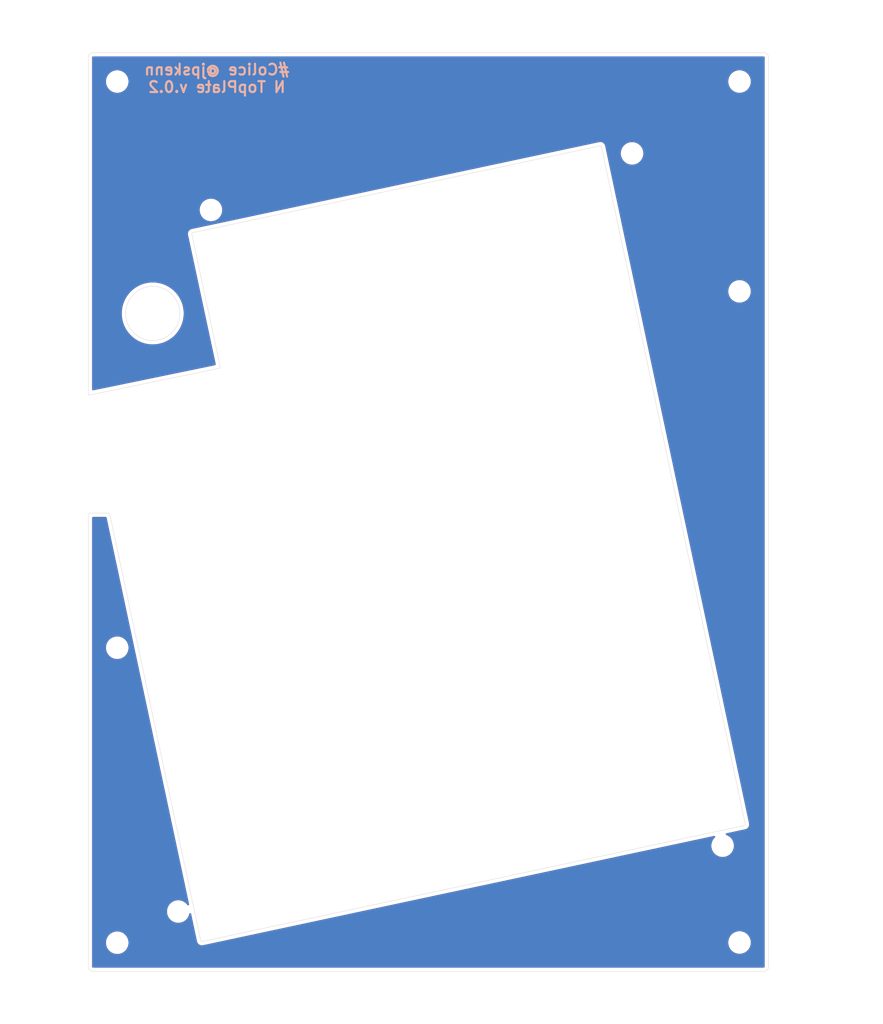
<source format=kicad_pcb>
(kicad_pcb (version 20171130) (host pcbnew "(5.1.5-0-10_14)")

  (general
    (thickness 1.6)
    (drawings 88)
    (tracks 0)
    (zones 0)
    (modules 10)
    (nets 1)
  )

  (page A4)
  (layers
    (0 F.Cu signal)
    (31 B.Cu signal)
    (32 B.Adhes user)
    (33 F.Adhes user)
    (34 B.Paste user)
    (35 F.Paste user)
    (36 B.SilkS user)
    (37 F.SilkS user)
    (38 B.Mask user)
    (39 F.Mask user)
    (40 Dwgs.User user)
    (41 Cmts.User user)
    (42 Eco1.User user)
    (43 Eco2.User user)
    (44 Edge.Cuts user)
    (45 Margin user)
    (46 B.CrtYd user)
    (47 F.CrtYd user)
    (48 B.Fab user)
    (49 F.Fab user)
  )

  (setup
    (last_trace_width 0.25)
    (trace_clearance 0.2)
    (zone_clearance 0.508)
    (zone_45_only no)
    (trace_min 0.2)
    (via_size 0.8)
    (via_drill 0.4)
    (via_min_size 0.4)
    (via_min_drill 0.3)
    (uvia_size 0.3)
    (uvia_drill 0.1)
    (uvias_allowed no)
    (uvia_min_size 0.2)
    (uvia_min_drill 0.1)
    (edge_width 0.05)
    (segment_width 0.2)
    (pcb_text_width 0.3)
    (pcb_text_size 1.5 1.5)
    (mod_edge_width 0.12)
    (mod_text_size 1 1)
    (mod_text_width 0.15)
    (pad_size 1.524 1.524)
    (pad_drill 0.762)
    (pad_to_mask_clearance 0.051)
    (solder_mask_min_width 0.25)
    (aux_axis_origin 0 0)
    (visible_elements FFFFFF7F)
    (pcbplotparams
      (layerselection 0x010fc_ffffffff)
      (usegerberextensions true)
      (usegerberattributes false)
      (usegerberadvancedattributes false)
      (creategerberjobfile false)
      (excludeedgelayer true)
      (linewidth 0.100000)
      (plotframeref false)
      (viasonmask false)
      (mode 1)
      (useauxorigin false)
      (hpglpennumber 1)
      (hpglpenspeed 20)
      (hpglpendiameter 15.000000)
      (psnegative false)
      (psa4output false)
      (plotreference true)
      (plotvalue true)
      (plotinvisibletext false)
      (padsonsilk false)
      (subtractmaskfromsilk false)
      (outputformat 1)
      (mirror false)
      (drillshape 0)
      (scaleselection 1)
      (outputdirectory "garber/"))
  )

  (net 0 "")

  (net_class Default "これはデフォルトのネット クラスです。"
    (clearance 0.2)
    (trace_width 0.25)
    (via_dia 0.8)
    (via_drill 0.4)
    (uvia_dia 0.3)
    (uvia_drill 0.1)
  )

  (module MountingHole:MountingHole_2.1mm (layer B.Cu) (tedit 5B924765) (tstamp 5EBCB7F9)
    (at 164.34 151.17)
    (descr "Mounting Hole 2.1mm, no annular")
    (tags "mounting hole 2.1mm no annular")
    (attr virtual)
    (fp_text reference REF** (at 0 3.2) (layer B.SilkS) hide
      (effects (font (size 1 1) (thickness 0.15)) (justify mirror))
    )
    (fp_text value MountingHole_2.1mm (at 0 -3.2) (layer B.Fab)
      (effects (font (size 1 1) (thickness 0.15)) (justify mirror))
    )
    (fp_text user %R (at 0.3 0) (layer B.Fab)
      (effects (font (size 1 1) (thickness 0.15)) (justify mirror))
    )
    (fp_circle (center 0 0) (end 2.1 0) (layer Cmts.User) (width 0.15))
    (fp_circle (center 0 0) (end 2.35 0) (layer B.CrtYd) (width 0.05))
    (pad "" np_thru_hole circle (at 0 0) (size 2.1 2.1) (drill 2.1) (layers *.Cu *.Mask))
  )

  (module MountingHole:MountingHole_2.1mm (layer B.Cu) (tedit 5B924765) (tstamp 5EBCB7F9)
    (at 162 137.79)
    (descr "Mounting Hole 2.1mm, no annular")
    (tags "mounting hole 2.1mm no annular")
    (attr virtual)
    (fp_text reference REF** (at 0 3.2) (layer B.SilkS) hide
      (effects (font (size 1 1) (thickness 0.15)) (justify mirror))
    )
    (fp_text value MountingHole_2.1mm (at 0 -3.2) (layer B.Fab)
      (effects (font (size 1 1) (thickness 0.15)) (justify mirror))
    )
    (fp_text user %R (at 0.3 0) (layer B.Fab)
      (effects (font (size 1 1) (thickness 0.15)) (justify mirror))
    )
    (fp_circle (center 0 0) (end 2.1 0) (layer Cmts.User) (width 0.15))
    (fp_circle (center 0 0) (end 2.35 0) (layer B.CrtYd) (width 0.05))
    (pad "" np_thru_hole circle (at 0 0) (size 2.1 2.1) (drill 2.1) (layers *.Cu *.Mask))
  )

  (module MountingHole:MountingHole_2.1mm (layer B.Cu) (tedit 5B924765) (tstamp 5EBCB7F9)
    (at 86.73 146.89)
    (descr "Mounting Hole 2.1mm, no annular")
    (tags "mounting hole 2.1mm no annular")
    (attr virtual)
    (fp_text reference REF** (at 0 3.2) (layer B.SilkS) hide
      (effects (font (size 1 1) (thickness 0.15)) (justify mirror))
    )
    (fp_text value MountingHole_2.1mm (at 0 -3.2) (layer B.Fab)
      (effects (font (size 1 1) (thickness 0.15)) (justify mirror))
    )
    (fp_text user %R (at 0.3 0) (layer B.Fab)
      (effects (font (size 1 1) (thickness 0.15)) (justify mirror))
    )
    (fp_circle (center 0 0) (end 2.1 0) (layer Cmts.User) (width 0.15))
    (fp_circle (center 0 0) (end 2.35 0) (layer B.CrtYd) (width 0.05))
    (pad "" np_thru_hole circle (at 0 0) (size 2.1 2.1) (drill 2.1) (layers *.Cu *.Mask))
  )

  (module MountingHole:MountingHole_2.1mm (layer B.Cu) (tedit 5B924765) (tstamp 5EBCB7F9)
    (at 78.29 151.2)
    (descr "Mounting Hole 2.1mm, no annular")
    (tags "mounting hole 2.1mm no annular")
    (attr virtual)
    (fp_text reference REF** (at 0 3.2) (layer B.SilkS) hide
      (effects (font (size 1 1) (thickness 0.15)) (justify mirror))
    )
    (fp_text value MountingHole_2.1mm (at 0 -3.2) (layer B.Fab)
      (effects (font (size 1 1) (thickness 0.15)) (justify mirror))
    )
    (fp_text user %R (at 0.3 0) (layer B.Fab)
      (effects (font (size 1 1) (thickness 0.15)) (justify mirror))
    )
    (fp_circle (center 0 0) (end 2.1 0) (layer Cmts.User) (width 0.15))
    (fp_circle (center 0 0) (end 2.35 0) (layer B.CrtYd) (width 0.05))
    (pad "" np_thru_hole circle (at 0 0) (size 2.1 2.1) (drill 2.1) (layers *.Cu *.Mask))
  )

  (module MountingHole:MountingHole_2.1mm (layer B.Cu) (tedit 5B924765) (tstamp 5EBCB7F9)
    (at 78.29 110.43)
    (descr "Mounting Hole 2.1mm, no annular")
    (tags "mounting hole 2.1mm no annular")
    (attr virtual)
    (fp_text reference REF** (at 0 3.2) (layer B.SilkS) hide
      (effects (font (size 1 1) (thickness 0.15)) (justify mirror))
    )
    (fp_text value MountingHole_2.1mm (at 0 -3.2) (layer B.Fab)
      (effects (font (size 1 1) (thickness 0.15)) (justify mirror))
    )
    (fp_text user %R (at 0.3 0) (layer B.Fab)
      (effects (font (size 1 1) (thickness 0.15)) (justify mirror))
    )
    (fp_circle (center 0 0) (end 2.1 0) (layer Cmts.User) (width 0.15))
    (fp_circle (center 0 0) (end 2.35 0) (layer B.CrtYd) (width 0.05))
    (pad "" np_thru_hole circle (at 0 0) (size 2.1 2.1) (drill 2.1) (layers *.Cu *.Mask))
  )

  (module MountingHole:MountingHole_2.1mm (layer B.Cu) (tedit 5B924765) (tstamp 5EBCB7F9)
    (at 91.25 49.92)
    (descr "Mounting Hole 2.1mm, no annular")
    (tags "mounting hole 2.1mm no annular")
    (attr virtual)
    (fp_text reference REF** (at 0 3.2) (layer B.SilkS) hide
      (effects (font (size 1 1) (thickness 0.15)) (justify mirror))
    )
    (fp_text value MountingHole_2.1mm (at 0 -3.2) (layer B.Fab)
      (effects (font (size 1 1) (thickness 0.15)) (justify mirror))
    )
    (fp_text user %R (at 0.3 0) (layer B.Fab)
      (effects (font (size 1 1) (thickness 0.15)) (justify mirror))
    )
    (fp_circle (center 0 0) (end 2.1 0) (layer Cmts.User) (width 0.15))
    (fp_circle (center 0 0) (end 2.35 0) (layer B.CrtYd) (width 0.05))
    (pad "" np_thru_hole circle (at 0 0) (size 2.1 2.1) (drill 2.1) (layers *.Cu *.Mask))
  )

  (module MountingHole:MountingHole_2.1mm (layer B.Cu) (tedit 5B924765) (tstamp 5EBCB7F9)
    (at 78.29 32.17)
    (descr "Mounting Hole 2.1mm, no annular")
    (tags "mounting hole 2.1mm no annular")
    (attr virtual)
    (fp_text reference REF** (at 0 3.2) (layer B.SilkS) hide
      (effects (font (size 1 1) (thickness 0.15)) (justify mirror))
    )
    (fp_text value MountingHole_2.1mm (at 0 -3.2) (layer B.Fab)
      (effects (font (size 1 1) (thickness 0.15)) (justify mirror))
    )
    (fp_text user %R (at 0.3 0) (layer B.Fab)
      (effects (font (size 1 1) (thickness 0.15)) (justify mirror))
    )
    (fp_circle (center 0 0) (end 2.1 0) (layer Cmts.User) (width 0.15))
    (fp_circle (center 0 0) (end 2.35 0) (layer B.CrtYd) (width 0.05))
    (pad "" np_thru_hole circle (at 0 0) (size 2.1 2.1) (drill 2.1) (layers *.Cu *.Mask))
  )

  (module MountingHole:MountingHole_2.1mm (layer B.Cu) (tedit 5B924765) (tstamp 5EBCB7F9)
    (at 164.34 61.17)
    (descr "Mounting Hole 2.1mm, no annular")
    (tags "mounting hole 2.1mm no annular")
    (attr virtual)
    (fp_text reference REF** (at 0 3.2) (layer B.SilkS) hide
      (effects (font (size 1 1) (thickness 0.15)) (justify mirror))
    )
    (fp_text value MountingHole_2.1mm (at 0 -3.2) (layer B.Fab)
      (effects (font (size 1 1) (thickness 0.15)) (justify mirror))
    )
    (fp_text user %R (at 0.3 0) (layer B.Fab)
      (effects (font (size 1 1) (thickness 0.15)) (justify mirror))
    )
    (fp_circle (center 0 0) (end 2.1 0) (layer Cmts.User) (width 0.15))
    (fp_circle (center 0 0) (end 2.35 0) (layer B.CrtYd) (width 0.05))
    (pad "" np_thru_hole circle (at 0 0) (size 2.1 2.1) (drill 2.1) (layers *.Cu *.Mask))
  )

  (module MountingHole:MountingHole_2.1mm (layer B.Cu) (tedit 5B924765) (tstamp 5EBCB7F9)
    (at 149.48 42.1)
    (descr "Mounting Hole 2.1mm, no annular")
    (tags "mounting hole 2.1mm no annular")
    (attr virtual)
    (fp_text reference REF** (at 0 3.2) (layer B.SilkS) hide
      (effects (font (size 1 1) (thickness 0.15)) (justify mirror))
    )
    (fp_text value MountingHole_2.1mm (at 0 -3.2) (layer B.Fab)
      (effects (font (size 1 1) (thickness 0.15)) (justify mirror))
    )
    (fp_text user %R (at 0.3 0) (layer B.Fab)
      (effects (font (size 1 1) (thickness 0.15)) (justify mirror))
    )
    (fp_circle (center 0 0) (end 2.1 0) (layer Cmts.User) (width 0.15))
    (fp_circle (center 0 0) (end 2.35 0) (layer B.CrtYd) (width 0.05))
    (pad "" np_thru_hole circle (at 0 0) (size 2.1 2.1) (drill 2.1) (layers *.Cu *.Mask))
  )

  (module MountingHole:MountingHole_2.1mm (layer B.Cu) (tedit 5B924765) (tstamp 5EBCB7D8)
    (at 164.34 32.17)
    (descr "Mounting Hole 2.1mm, no annular")
    (tags "mounting hole 2.1mm no annular")
    (attr virtual)
    (fp_text reference REF** (at 0 3.2) (layer B.SilkS) hide
      (effects (font (size 1 1) (thickness 0.15)) (justify mirror))
    )
    (fp_text value MountingHole_2.1mm (at 0 -3.2) (layer B.Fab)
      (effects (font (size 1 1) (thickness 0.15)) (justify mirror))
    )
    (fp_circle (center 0 0) (end 2.35 0) (layer B.CrtYd) (width 0.05))
    (fp_circle (center 0 0) (end 2.1 0) (layer Cmts.User) (width 0.15))
    (fp_text user %R (at 0.3 0) (layer B.Fab)
      (effects (font (size 1 1) (thickness 0.15)) (justify mirror))
    )
    (pad "" np_thru_hole circle (at 0 0) (size 2.1 2.1) (drill 2.1) (layers *.Cu *.Mask))
  )

  (gr_text "#Colice @jpskenn\nN TopPlate v.0.2" (at 92.06 31.73) (layer B.SilkS)
    (effects (font (size 1.5 1.5) (thickness 0.3)) (justify mirror))
  )
  (gr_curve (pts (xy 165.341116 32.170534) (xy 165.341116 32.723407) (xy 164.892383 33.170701) (xy 164.342896 33.170701)) (layer Edge.Cuts) (width 0.05))
  (gr_curve (pts (xy 92.510849 71.727732) (xy 92.487566 71.763461) (xy 92.45099 71.788438) (xy 92.409165 71.797074)) (layer Edge.Cuts) (width 0.05))
  (gr_curve (pts (xy 164.342896 60.170732) (xy 164.892383 60.170732) (xy 165.341116 60.618703) (xy 165.341116 61.17056)) (layer Edge.Cuts) (width 0.05))
  (gr_curve (pts (xy 163.340443 61.17056) (xy 163.340443 60.618703) (xy 163.789176 60.170732) (xy 164.342896 60.170732)) (layer Edge.Cuts) (width 0.05))
  (gr_curve (pts (xy 83.199971 67.969971) (xy 81.130295 67.969971) (xy 79.45 66.289676) (xy 79.45 64.22)) (layer Edge.Cuts) (width 0.05))
  (gr_curve (pts (xy 164.342896 31.170705) (xy 164.892383 31.170705) (xy 165.341116 31.618676) (xy 165.341116 32.170534)) (layer Edge.Cuts) (width 0.05))
  (gr_curve (pts (xy 163.340443 32.170534) (xy 163.340443 31.618676) (xy 163.789176 31.170705) (xy 164.342896 31.170705)) (layer Edge.Cuts) (width 0.05))
  (gr_curve (pts (xy 165.137069 134.811764) (xy 164.255689 130.663944) (xy 146.126016 45.330528) (xy 145.243789 41.178982)) (layer Edge.Cuts) (width 0.05))
  (gr_curve (pts (xy 165.014303 135.001418) (xy 165.100663 134.982791) (xy 165.155696 134.898124) (xy 165.137069 134.811764)) (layer Edge.Cuts) (width 0.05))
  (gr_curve (pts (xy 90.027491 151.028818) (xy 93.714132 150.240571) (xy 161.330456 135.788818) (xy 165.014303 135.001418)) (layer Edge.Cuts) (width 0.05))
  (gr_curve (pts (xy 89.907011 151.005958) (xy 89.942655 151.029664) (xy 89.986005 151.037284) (xy 90.027491 151.028818)) (layer Edge.Cuts) (width 0.05))
  (gr_curve (pts (xy 89.837584 150.905204) (xy 89.846389 150.946691) (xy 89.871366 150.983098) (xy 89.907011 151.005958)) (layer Edge.Cuts) (width 0.05))
  (gr_curve (pts (xy 77.254085 91.943592) (xy 77.879095 94.872127) (xy 89.144079 147.655698) (xy 89.837584 150.905204)) (layer Edge.Cuts) (width 0.05))
  (gr_curve (pts (xy 77.097621 91.816931) (xy 77.173143 91.816931) (xy 77.238337 91.869762) (xy 77.254085 91.943592)) (layer Edge.Cuts) (width 0.05))
  (gr_curve (pts (xy 74.448063 91.816931) (xy 74.970795 91.816931) (xy 76.621879 91.816931) (xy 77.097621 91.816931)) (layer Edge.Cuts) (width 0.05))
  (gr_curve (pts (xy 74.288043 91.97695) (xy 74.288043 91.888558) (xy 74.359755 91.816931) (xy 74.448063 91.816931)) (layer Edge.Cuts) (width 0.05))
  (gr_curve (pts (xy 167.700776 155.170711) (xy 159.874189 155.170711) (xy 82.754963 155.170711) (xy 74.928123 155.170711)) (layer Edge.Cuts) (width 0.05))
  (gr_curve (pts (xy 168.340856 154.530631) (xy 168.340856 154.884538) (xy 168.053836 155.170711) (xy 167.700776 155.170711)) (layer Edge.Cuts) (width 0.05))
  (gr_curve (pts (xy 168.340856 28.810706) (xy 168.340856 38.088226) (xy 168.340856 145.252858) (xy 168.340856 154.530631)) (layer Edge.Cuts) (width 0.05))
  (gr_curve (pts (xy 167.700776 28.170711) (xy 168.053836 28.170711) (xy 168.340856 28.457223) (xy 168.340856 28.810706)) (layer Edge.Cuts) (width 0.05))
  (gr_curve (pts (xy 74.928123 28.170711) (xy 82.754963 28.170711) (xy 159.874189 28.170711) (xy 167.700776 28.170711)) (layer Edge.Cuts) (width 0.05))
  (gr_curve (pts (xy 92.533371 71.606743) (xy 92.542261 71.648484) (xy 92.534217 71.692087) (xy 92.510849 71.727732)) (layer Edge.Cuts) (width 0.05))
  (gr_curve (pts (xy 92.409165 71.797074) (xy 90.737083 72.141582) (xy 76.317587 75.112959) (xy 74.480405 75.491504)) (layer Edge.Cuts) (width 0.05))
  (gr_curve (pts (xy 74.288043 154.530631) (xy 74.288043 148.097658) (xy 74.288043 95.261932) (xy 74.288043 91.97695)) (layer Edge.Cuts) (width 0.05))
  (gr_curve (pts (xy 74.475495 154.983598) (xy 74.355522 154.863371) (xy 74.288043 154.700811) (xy 74.288043 154.530631)) (layer Edge.Cuts) (width 0.05))
  (gr_curve (pts (xy 74.928123 155.170711) (xy 74.758366 155.170711) (xy 74.595552 155.102978) (xy 74.475495 154.983598)) (layer Edge.Cuts) (width 0.05))
  (gr_curve (pts (xy 74.475495 28.358163) (xy 74.595552 28.238106) (xy 74.758366 28.170711) (xy 74.928123 28.170711)) (layer Edge.Cuts) (width 0.05))
  (gr_curve (pts (xy 74.288043 28.810706) (xy 74.288043 28.64095) (xy 74.355522 28.47822) (xy 74.475495 28.358163)) (layer Edge.Cuts) (width 0.05))
  (gr_curve (pts (xy 74.288043 75.334786) (xy 74.288043 72.26799) (xy 74.288043 34.227002) (xy 74.288043 28.810706)) (layer Edge.Cuts) (width 0.05))
  (gr_curve (pts (xy 74.480405 75.491504) (xy 74.433246 75.50124) (xy 74.384309 75.489218) (xy 74.346971 75.458822)) (layer Edge.Cuts) (width 0.05))
  (gr_curve (pts (xy 86.949943 64.22) (xy 86.949943 66.289676) (xy 85.269648 67.969971) (xy 83.199971 67.969971)) (layer Edge.Cuts) (width 0.05))
  (gr_curve (pts (xy 83.199971 60.470028) (xy 85.269648 60.470028) (xy 86.949943 62.150323) (xy 86.949943 64.22)) (layer Edge.Cuts) (width 0.05))
  (gr_line (start 162.002709 138.796178) (end 162.002709 138.796178) (layer Edge.Cuts) (width 0.05))
  (gr_curve (pts (xy 79.288117 110.428611) (xy 79.288117 110.981484) (xy 78.839637 111.429371) (xy 78.289896 111.429371)) (layer Edge.Cuts) (width 0.05))
  (gr_curve (pts (xy 78.289896 109.428698) (xy 78.839637 109.428698) (xy 79.288117 109.877431) (xy 79.288117 110.428611)) (layer Edge.Cuts) (width 0.05))
  (gr_curve (pts (xy 77.288121 110.428611) (xy 77.288121 109.877431) (xy 77.736515 109.428698) (xy 78.289896 109.428698)) (layer Edge.Cuts) (width 0.05))
  (gr_curve (pts (xy 78.289896 111.429371) (xy 77.736515 111.429371) (xy 77.288121 110.981484) (xy 77.288121 110.428611)) (layer Edge.Cuts) (width 0.05))
  (gr_line (start 86.733958 147.887684) (end 86.733958 147.887684) (layer Edge.Cuts) (width 0.05))
  (gr_curve (pts (xy 163.000929 137.795418) (xy 163.000929 138.348291) (xy 162.552196 138.796178) (xy 162.002709 138.796178)) (layer Edge.Cuts) (width 0.05))
  (gr_curve (pts (xy 162.002709 136.795504) (xy 162.552196 136.795504) (xy 163.000929 137.243391) (xy 163.000929 137.795418)) (layer Edge.Cuts) (width 0.05))
  (gr_curve (pts (xy 161.001103 137.795418) (xy 161.001103 137.243391) (xy 161.448989 136.795504) (xy 162.002709 136.795504)) (layer Edge.Cuts) (width 0.05))
  (gr_curve (pts (xy 162.002709 138.796178) (xy 161.448989 138.796178) (xy 161.001103 138.348291) (xy 161.001103 137.795418)) (layer Edge.Cuts) (width 0.05))
  (gr_line (start 164.342896 152.170971) (end 164.342896 152.170971) (layer Edge.Cuts) (width 0.05))
  (gr_curve (pts (xy 87.732178 146.887771) (xy 87.732178 147.440644) (xy 87.283699 147.887684) (xy 86.733958 147.887684)) (layer Edge.Cuts) (width 0.05))
  (gr_curve (pts (xy 86.733958 145.887858) (xy 87.283699 145.887858) (xy 87.732178 146.335744) (xy 87.732178 146.887771)) (layer Edge.Cuts) (width 0.05))
  (gr_curve (pts (xy 85.732182 146.887771) (xy 85.732182 146.335744) (xy 86.180661 145.887858) (xy 86.733958 145.887858)) (layer Edge.Cuts) (width 0.05))
  (gr_curve (pts (xy 86.733958 147.887684) (xy 86.180661 147.887684) (xy 85.732182 147.440644) (xy 85.732182 146.887771)) (layer Edge.Cuts) (width 0.05))
  (gr_line (start 78.289896 152.202298) (end 78.289896 152.202298) (layer Edge.Cuts) (width 0.05))
  (gr_curve (pts (xy 165.341116 151.170211) (xy 165.341116 151.723084) (xy 164.892383 152.170971) (xy 164.342896 152.170971)) (layer Edge.Cuts) (width 0.05))
  (gr_curve (pts (xy 164.342896 150.170298) (xy 164.892383 150.170298) (xy 165.341116 150.619031) (xy 165.341116 151.170211)) (layer Edge.Cuts) (width 0.05))
  (gr_curve (pts (xy 163.340443 151.170211) (xy 163.340443 150.619031) (xy 163.789176 150.170298) (xy 164.342896 150.170298)) (layer Edge.Cuts) (width 0.05))
  (gr_curve (pts (xy 164.342896 152.170971) (xy 163.789176 152.170971) (xy 163.340443 151.723084) (xy 163.340443 151.170211)) (layer Edge.Cuts) (width 0.05))
  (gr_line (start 92.533371 71.606743) (end 92.533371 71.606743) (layer Edge.Cuts) (width 0.05))
  (gr_curve (pts (xy 79.288117 151.201538) (xy 79.288117 151.754411) (xy 78.839637 152.202298) (xy 78.289896 152.202298)) (layer Edge.Cuts) (width 0.05))
  (gr_curve (pts (xy 78.289896 150.201624) (xy 78.839637 150.201624) (xy 79.288117 150.650358) (xy 79.288117 151.201538)) (layer Edge.Cuts) (width 0.05))
  (gr_curve (pts (xy 77.288121 151.201538) (xy 77.288121 150.650358) (xy 77.736515 150.201624) (xy 78.289896 150.201624)) (layer Edge.Cuts) (width 0.05))
  (gr_curve (pts (xy 78.289896 152.202298) (xy 77.736515 152.202298) (xy 77.288121 151.754411) (xy 77.288121 151.201538)) (layer Edge.Cuts) (width 0.05))
  (gr_curve (pts (xy 88.598318 53.255751) (xy 88.962215 54.952979) (xy 92.168203 69.904012) (xy 92.533371 71.606743)) (layer Edge.Cuts) (width 0.05))
  (gr_curve (pts (xy 88.620501 53.13527) (xy 88.597387 53.170915) (xy 88.589428 53.214264) (xy 88.598318 53.255751)) (layer Edge.Cuts) (width 0.05))
  (gr_curve (pts (xy 88.721423 53.065759) (xy 88.679852 53.074649) (xy 88.64353 53.099626) (xy 88.620501 53.13527)) (layer Edge.Cuts) (width 0.05))
  (gr_curve (pts (xy 145.054136 41.055708) (xy 141.892682 41.729739) (xy 91.883723 52.391558) (xy 88.721423 53.065759)) (layer Edge.Cuts) (width 0.05))
  (gr_curve (pts (xy 145.175209 41.077975) (xy 145.138803 41.054861) (xy 145.095623 41.046902) (xy 145.054136 41.055708)) (layer Edge.Cuts) (width 0.05))
  (gr_curve (pts (xy 145.243789 41.178982) (xy 145.235323 41.137411) (xy 145.210769 41.101089) (xy 145.175209 41.077975)) (layer Edge.Cuts) (width 0.05))
  (gr_curve (pts (xy 74.346971 75.458822) (xy 74.309717 75.428427) (xy 74.288043 75.382876) (xy 74.288043 75.334786)) (layer Edge.Cuts) (width 0.05))
  (gr_line (start 164.342896 33.170701) (end 164.342896 33.170701) (layer Edge.Cuts) (width 0.05))
  (gr_curve (pts (xy 78.289896 31.170705) (xy 78.839637 31.170705) (xy 79.288117 31.618676) (xy 79.288117 32.170534)) (layer Edge.Cuts) (width 0.05))
  (gr_curve (pts (xy 77.288121 32.170534) (xy 77.288121 31.618676) (xy 77.736515 31.170705) (xy 78.289896 31.170705)) (layer Edge.Cuts) (width 0.05))
  (gr_curve (pts (xy 78.289896 33.170701) (xy 77.736515 33.170701) (xy 77.288121 32.723407) (xy 77.288121 32.170534)) (layer Edge.Cuts) (width 0.05))
  (gr_line (start 78.289896 33.170701) (end 78.289896 33.170701) (layer Edge.Cuts) (width 0.05))
  (gr_curve (pts (xy 164.342896 33.170701) (xy 163.789176 33.170701) (xy 163.340443 32.723407) (xy 163.340443 32.170534)) (layer Edge.Cuts) (width 0.05))
  (gr_line (start 149.476276 43.09482) (end 149.476276 43.09482) (layer Edge.Cuts) (width 0.05))
  (gr_curve (pts (xy 79.288117 32.170534) (xy 79.288117 32.723407) (xy 78.839637 33.170701) (xy 78.289896 33.170701)) (layer Edge.Cuts) (width 0.05))
  (gr_curve (pts (xy 149.476276 41.094824) (xy 150.025763 41.094824) (xy 150.474496 41.542795) (xy 150.474496 42.094652)) (layer Edge.Cuts) (width 0.05))
  (gr_curve (pts (xy 148.474669 42.094652) (xy 148.474669 41.542795) (xy 148.922556 41.094824) (xy 149.476276 41.094824)) (layer Edge.Cuts) (width 0.05))
  (gr_curve (pts (xy 92.249737 49.915651) (xy 92.249737 50.468524) (xy 91.801258 50.915818) (xy 91.251517 50.915818)) (layer Edge.Cuts) (width 0.05))
  (gr_curve (pts (xy 91.251517 48.915822) (xy 91.801258 48.915822) (xy 92.249737 49.363794) (xy 92.249737 49.915651)) (layer Edge.Cuts) (width 0.05))
  (gr_curve (pts (xy 149.476276 43.09482) (xy 148.922556 43.09482) (xy 148.474669 42.647526) (xy 148.474669 42.094652)) (layer Edge.Cuts) (width 0.05))
  (gr_line (start 164.342896 62.170728) (end 164.342896 62.170728) (layer Edge.Cuts) (width 0.05))
  (gr_curve (pts (xy 164.342896 62.170728) (xy 163.789176 62.170728) (xy 163.340443 61.723434) (xy 163.340443 61.17056)) (layer Edge.Cuts) (width 0.05))
  (gr_line (start 78.289896 111.429371) (end 78.289896 111.429371) (layer Edge.Cuts) (width 0.05))
  (gr_line (start 83.199971 60.470028) (end 83.199971 60.470028) (layer Edge.Cuts) (width 0.05))
  (gr_curve (pts (xy 165.341116 61.17056) (xy 165.341116 61.723434) (xy 164.892383 62.170728) (xy 164.342896 62.170728)) (layer Edge.Cuts) (width 0.05))
  (gr_line (start 91.251517 50.915818) (end 91.251517 50.915818) (layer Edge.Cuts) (width 0.05))
  (gr_curve (pts (xy 150.474496 42.094652) (xy 150.474496 42.647526) (xy 150.025763 43.09482) (xy 149.476276 43.09482)) (layer Edge.Cuts) (width 0.05))
  (gr_curve (pts (xy 90.249741 49.915651) (xy 90.249741 49.363794) (xy 90.698221 48.915822) (xy 91.251517 48.915822)) (layer Edge.Cuts) (width 0.05))
  (gr_curve (pts (xy 91.251517 50.915818) (xy 90.698221 50.915818) (xy 90.249741 50.468524) (xy 90.249741 49.915651)) (layer Edge.Cuts) (width 0.05))
  (gr_curve (pts (xy 79.45 64.22) (xy 79.45 62.150323) (xy 81.130295 60.470028) (xy 83.199971 60.470028)) (layer Edge.Cuts) (width 0.05))

  (zone (net 0) (net_name "") (layer F.Cu) (tstamp 0) (hatch edge 0.508)
    (connect_pads (clearance 0.508))
    (min_thickness 0.254)
    (fill yes (arc_segments 32) (thermal_gap 0.508) (thermal_bridge_width 0.508))
    (polygon
      (pts
        (xy 183.95 23.68) (xy 177.46 158.53) (xy 176.31 158.76) (xy 65.78 160.84) (xy 62.31 22.98)
      )
    )
    (filled_polygon
      (pts
        (xy 167.680856 154.510711) (xy 74.948043 154.510711) (xy 74.948043 151.034042) (xy 76.605 151.034042) (xy 76.605 151.365958)
        (xy 76.669754 151.691496) (xy 76.796772 151.998147) (xy 76.981175 152.274125) (xy 77.215875 152.508825) (xy 77.491853 152.693228)
        (xy 77.798504 152.820246) (xy 78.124042 152.885) (xy 78.455958 152.885) (xy 78.781496 152.820246) (xy 79.088147 152.693228)
        (xy 79.364125 152.508825) (xy 79.598825 152.274125) (xy 79.783228 151.998147) (xy 79.910246 151.691496) (xy 79.975 151.365958)
        (xy 79.975 151.034042) (xy 79.910246 150.708504) (xy 79.783228 150.401853) (xy 79.598825 150.125875) (xy 79.364125 149.891175)
        (xy 79.088147 149.706772) (xy 78.781496 149.579754) (xy 78.455958 149.515) (xy 78.124042 149.515) (xy 77.798504 149.579754)
        (xy 77.491853 149.706772) (xy 77.215875 149.891175) (xy 76.981175 150.125875) (xy 76.796772 150.401853) (xy 76.669754 150.708504)
        (xy 76.605 151.034042) (xy 74.948043 151.034042) (xy 74.948043 110.264042) (xy 76.605 110.264042) (xy 76.605 110.595958)
        (xy 76.669754 110.921496) (xy 76.796772 111.228147) (xy 76.981175 111.504125) (xy 77.215875 111.738825) (xy 77.491853 111.923228)
        (xy 77.798504 112.050246) (xy 78.124042 112.115) (xy 78.455958 112.115) (xy 78.781496 112.050246) (xy 79.088147 111.923228)
        (xy 79.364125 111.738825) (xy 79.598825 111.504125) (xy 79.783228 111.228147) (xy 79.910246 110.921496) (xy 79.975 110.595958)
        (xy 79.975 110.264042) (xy 79.910246 109.938504) (xy 79.783228 109.631853) (xy 79.598825 109.355875) (xy 79.364125 109.121175)
        (xy 79.088147 108.936772) (xy 78.781496 108.809754) (xy 78.455958 108.745) (xy 78.124042 108.745) (xy 77.798504 108.809754)
        (xy 77.491853 108.936772) (xy 77.215875 109.121175) (xy 76.981175 109.355875) (xy 76.796772 109.631853) (xy 76.669754 109.938504)
        (xy 76.605 110.264042) (xy 74.948043 110.264042) (xy 74.948043 92.476931) (xy 76.693046 92.476931) (xy 76.808934 93.019937)
        (xy 77.916525 98.209689) (xy 80.639959 110.970691) (xy 85.111549 131.922913) (xy 87.852642 144.766664) (xy 88.094273 145.898859)
        (xy 88.038825 145.815875) (xy 87.804125 145.581175) (xy 87.528147 145.396772) (xy 87.221496 145.269754) (xy 86.895958 145.205)
        (xy 86.564042 145.205) (xy 86.238504 145.269754) (xy 85.931853 145.396772) (xy 85.655875 145.581175) (xy 85.421175 145.815875)
        (xy 85.236772 146.091853) (xy 85.109754 146.398504) (xy 85.045 146.724042) (xy 85.045 147.055958) (xy 85.109754 147.381496)
        (xy 85.236772 147.688147) (xy 85.421175 147.964125) (xy 85.655875 148.198825) (xy 85.931853 148.383228) (xy 86.238504 148.510246)
        (xy 86.564042 148.575) (xy 86.895958 148.575) (xy 87.221496 148.510246) (xy 87.528147 148.383228) (xy 87.804125 148.198825)
        (xy 88.038825 147.964125) (xy 88.223228 147.688147) (xy 88.350246 147.381496) (xy 88.379407 147.234893) (xy 88.744189 148.944127)
        (xy 89.106438 150.641488) (xy 89.106455 150.641571) (xy 89.19212 151.04296) (xy 89.20302 151.077223) (xy 89.210918 151.112303)
        (xy 89.213871 151.121032) (xy 89.2268 151.158395) (xy 89.230889 151.16729) (xy 89.233452 151.176736) (xy 89.257755 151.225735)
        (xy 89.2806 151.275432) (xy 89.286337 151.283361) (xy 89.290687 151.292131) (xy 89.295622 151.299913) (xy 89.315402 151.330627)
        (xy 89.319588 151.335912) (xy 89.32279 151.341847) (xy 89.35955 151.386365) (xy 89.395379 151.4316) (xy 89.400511 151.435971)
        (xy 89.404806 151.441172) (xy 89.411384 151.447625) (xy 89.437379 151.472774) (xy 89.474259 151.50206) (xy 89.481431 151.508398)
        (xy 89.494628 151.521263) (xy 89.499785 151.524621) (xy 89.509547 151.533249) (xy 89.517052 151.538596) (xy 89.527776 151.546125)
        (xy 89.534627 151.549996) (xy 89.538253 151.552876) (xy 89.55485 151.561425) (xy 89.565882 151.567659) (xy 89.602572 151.591549)
        (xy 89.610778 151.595743) (xy 89.64442 151.61264) (xy 89.658832 151.618192) (xy 89.672262 151.62582) (xy 89.718829 151.641306)
        (xy 89.764619 151.658947) (xy 89.779833 151.661594) (xy 89.79449 151.666468) (xy 89.803491 151.668446) (xy 89.845075 151.677281)
        (xy 89.865883 151.679613) (xy 89.886195 151.684665) (xy 89.92975 151.686771) (xy 89.973083 151.691627) (xy 89.993939 151.689874)
        (xy 90.014855 151.690885) (xy 90.024056 151.690365) (xy 90.069308 151.687492) (xy 90.112719 151.680435) (xy 90.156497 151.676088)
        (xy 90.165522 151.674223) (xy 90.224021 151.661712) (xy 90.224023 151.661711) (xy 90.320253 151.64114) (xy 90.320258 151.641139)
        (xy 90.452756 151.612813) (xy 90.45276 151.612812) (xy 90.607701 151.579688) (xy 90.607741 151.57968) (xy 90.784867 151.541816)
        (xy 90.784871 151.541815) (xy 90.983705 151.499311) (xy 90.983749 151.499302) (xy 91.319462 151.427542) (xy 91.319491 151.427536)
        (xy 91.843478 151.315531) (xy 92.291888 151.219681) (xy 92.291892 151.21968) (xy 92.613664 151.1509) (xy 92.613684 151.150896)
        (xy 93.129952 151.040546) (xy 93.300733 151.004042) (xy 162.655 151.004042) (xy 162.655 151.335958) (xy 162.719754 151.661496)
        (xy 162.846772 151.968147) (xy 163.031175 152.244125) (xy 163.265875 152.478825) (xy 163.541853 152.663228) (xy 163.848504 152.790246)
        (xy 164.174042 152.855) (xy 164.505958 152.855) (xy 164.831496 152.790246) (xy 165.138147 152.663228) (xy 165.414125 152.478825)
        (xy 165.648825 152.244125) (xy 165.833228 151.968147) (xy 165.960246 151.661496) (xy 166.025 151.335958) (xy 166.025 151.004042)
        (xy 165.960246 150.678504) (xy 165.833228 150.371853) (xy 165.648825 150.095875) (xy 165.414125 149.861175) (xy 165.138147 149.676772)
        (xy 164.831496 149.549754) (xy 164.505958 149.485) (xy 164.174042 149.485) (xy 163.848504 149.549754) (xy 163.541853 149.676772)
        (xy 163.265875 149.861175) (xy 163.031175 150.095875) (xy 162.846772 150.371853) (xy 162.719754 150.678504) (xy 162.655 151.004042)
        (xy 93.300733 151.004042) (xy 93.886592 150.878817) (xy 93.886594 150.878816) (xy 94.714929 150.701765) (xy 95.612038 150.510013)
        (xy 95.61204 150.510012) (xy 96.574884 150.304212) (xy 96.574991 150.30419) (xy 97.600864 150.084919) (xy 97.600866 150.084918)
        (xy 99.244293 149.733653) (xy 101.638431 149.221933) (xy 103.571577 148.808746) (xy 103.571579 148.808745) (xy 104.575276 148.594217)
        (xy 104.57528 148.594216) (xy 105.25703 148.448501) (xy 105.257032 148.4485) (xy 107.000281 148.075905) (xy 109.921171 147.451605)
        (xy 112.970819 146.799786) (xy 112.970821 146.799785) (xy 117.726723 145.783282) (xy 122.658197 144.729254) (xy 125.98876 144.0174)
        (xy 125.988768 144.017398) (xy 131.002151 142.945867) (xy 137.592881 141.537205) (xy 137.592989 141.537183) (xy 146.964014 139.534281)
        (xy 146.964122 139.534259) (xy 153.680763 138.098689) (xy 156.074646 137.587035) (xy 156.074754 137.587013) (xy 158.246321 137.122877)
        (xy 158.246331 137.122874) (xy 160.172051 136.711282) (xy 160.838132 136.568918) (xy 160.691175 136.715875) (xy 160.506772 136.991853)
        (xy 160.379754 137.298504) (xy 160.315 137.624042) (xy 160.315 137.955958) (xy 160.379754 138.281496) (xy 160.506772 138.588147)
        (xy 160.691175 138.864125) (xy 160.925875 139.098825) (xy 161.201853 139.283228) (xy 161.508504 139.410246) (xy 161.834042 139.475)
        (xy 162.165958 139.475) (xy 162.491496 139.410246) (xy 162.798147 139.283228) (xy 163.074125 139.098825) (xy 163.308825 138.864125)
        (xy 163.493228 138.588147) (xy 163.620246 138.281496) (xy 163.685 137.955958) (xy 163.685 137.624042) (xy 163.620246 137.298504)
        (xy 163.493228 136.991853) (xy 163.308825 136.715875) (xy 163.074125 136.481175) (xy 162.798147 136.296772) (xy 162.564409 136.199955)
        (xy 162.586531 136.195227) (xy 162.586536 136.195225) (xy 164.240095 135.841801) (xy 164.948326 135.690427) (xy 164.948355 135.690421)
        (xy 165.152254 135.64684) (xy 165.187894 135.63549) (xy 165.224358 135.6271) (xy 165.233073 135.624105) (xy 165.271317 135.610669)
        (xy 165.280844 135.606235) (xy 165.290967 135.603413) (xy 165.339169 135.57909) (xy 165.388098 135.556317) (xy 165.396579 135.550119)
        (xy 165.405965 135.545383) (xy 165.413713 135.540394) (xy 165.444203 135.520459) (xy 165.448896 135.516689) (xy 165.454176 135.513808)
        (xy 165.499074 135.476378) (xy 165.544622 135.439787) (xy 165.548488 135.435184) (xy 165.553114 135.431327) (xy 165.559536 135.424718)
        (xy 165.584525 135.398644) (xy 165.588256 135.3939) (xy 165.592766 135.389887) (xy 165.628051 135.343297) (xy 165.664151 135.297394)
        (xy 165.666888 135.292018) (xy 165.670535 135.287203) (xy 165.6753 135.279315) (xy 165.694053 135.24778) (xy 165.700014 135.235076)
        (xy 165.707841 135.223433) (xy 165.727328 135.176871) (xy 165.748773 135.131171) (xy 165.752152 135.117555) (xy 165.75757 135.10461)
        (xy 165.76022 135.095784) (xy 165.772425 135.054072) (xy 165.777676 135.026305) (xy 165.785939 134.999295) (xy 165.789614 134.96318)
        (xy 165.796361 134.927505) (xy 165.796119 134.89926) (xy 165.79898 134.871147) (xy 165.798949 134.861932) (xy 165.798438 134.812298)
        (xy 165.792572 134.758215) (xy 165.788357 134.703978) (xy 165.786686 134.694916) (xy 165.785282 134.687587) (xy 165.784706 134.685635)
        (xy 165.784507 134.683606) (xy 165.782654 134.674579) (xy 165.75989 134.567453) (xy 165.75989 134.567452) (xy 165.693705 134.255967)
        (xy 165.693705 134.255966) (xy 165.603438 133.831127) (xy 165.489879 133.296651) (xy 165.489877 133.296645) (xy 165.280288 132.310182)
        (xy 165.28026 132.310045) (xy 165.017343 131.07258) (xy 165.017342 131.072578) (xy 164.81851 130.136732) (xy 164.818509 130.13673)
        (xy 164.486506 128.574083) (xy 163.97751 126.17837) (xy 163.977509 126.178368) (xy 163.549967 124.166032) (xy 163.24691 122.739616)
        (xy 163.246909 122.739614) (xy 162.766862 120.480137) (xy 162.253255 118.062707) (xy 161.896506 116.38357) (xy 161.341446 113.771025)
        (xy 161.341445 113.771023) (xy 160.165791 108.237466) (xy 157.618658 96.248634) (xy 157.618658 96.248633) (xy 154.945171 83.665084)
        (xy 153.188101 75.394921) (xy 151.920822 69.43011) (xy 151.1086 65.607164) (xy 150.331117 61.947725) (xy 150.331116 61.947721)
        (xy 150.130623 61.004042) (xy 162.655 61.004042) (xy 162.655 61.335958) (xy 162.719754 61.661496) (xy 162.846772 61.968147)
        (xy 163.031175 62.244125) (xy 163.265875 62.478825) (xy 163.541853 62.663228) (xy 163.848504 62.790246) (xy 164.174042 62.855)
        (xy 164.505958 62.855) (xy 164.831496 62.790246) (xy 165.138147 62.663228) (xy 165.414125 62.478825) (xy 165.648825 62.244125)
        (xy 165.833228 61.968147) (xy 165.960246 61.661496) (xy 166.025 61.335958) (xy 166.025 61.004042) (xy 165.960246 60.678504)
        (xy 165.833228 60.371853) (xy 165.648825 60.095875) (xy 165.414125 59.861175) (xy 165.138147 59.676772) (xy 164.831496 59.549754)
        (xy 164.505958 59.485) (xy 164.174042 59.485) (xy 163.848504 59.549754) (xy 163.541853 59.676772) (xy 163.265875 59.861175)
        (xy 163.031175 60.095875) (xy 162.846772 60.371853) (xy 162.719754 60.678504) (xy 162.655 61.004042) (xy 150.130623 61.004042)
        (xy 149.594688 58.481523) (xy 149.594688 58.481522) (xy 148.905628 55.238287) (xy 148.270255 52.247748) (xy 147.83478 50.198083)
        (xy 147.83478 50.198082) (xy 147.56328 48.920208) (xy 147.56328 48.920207) (xy 147.185835 47.143683) (xy 146.853787 45.580838)
        (xy 146.853785 45.58083) (xy 146.654921 44.644849) (xy 146.65492 44.644847) (xy 146.47619 43.803627) (xy 146.47619 43.803626)
        (xy 146.318381 43.060883) (xy 146.318381 43.060882) (xy 146.182284 42.420334) (xy 146.182283 42.420331) (xy 146.078959 41.934042)
        (xy 147.795 41.934042) (xy 147.795 42.265958) (xy 147.859754 42.591496) (xy 147.986772 42.898147) (xy 148.171175 43.174125)
        (xy 148.405875 43.408825) (xy 148.681853 43.593228) (xy 148.988504 43.720246) (xy 149.314042 43.785) (xy 149.645958 43.785)
        (xy 149.971496 43.720246) (xy 150.278147 43.593228) (xy 150.554125 43.408825) (xy 150.788825 43.174125) (xy 150.973228 42.898147)
        (xy 151.100246 42.591496) (xy 151.165 42.265958) (xy 151.165 41.934042) (xy 151.100246 41.608504) (xy 150.973228 41.301853)
        (xy 150.788825 41.025875) (xy 150.554125 40.791175) (xy 150.278147 40.606772) (xy 149.971496 40.479754) (xy 149.645958 40.415)
        (xy 149.314042 40.415) (xy 148.988504 40.479754) (xy 148.681853 40.606772) (xy 148.405875 40.791175) (xy 148.171175 41.025875)
        (xy 147.986772 41.301853) (xy 147.859754 41.608504) (xy 147.795 41.934042) (xy 146.078959 41.934042) (xy 146.068686 41.885694)
        (xy 145.978382 41.460684) (xy 145.978381 41.460678) (xy 145.927183 41.21973) (xy 145.90024 41.092931) (xy 145.900238 41.092926)
        (xy 145.889375 41.041801) (xy 145.879083 41.009349) (xy 145.871828 40.976085) (xy 145.868934 40.967336) (xy 145.856118 40.929481)
        (xy 145.851559 40.919387) (xy 145.84869 40.908693) (xy 145.82509 40.860773) (xy 145.803103 40.812087) (xy 145.796673 40.803073)
        (xy 145.791779 40.793137) (xy 145.786865 40.785341) (xy 145.767044 40.754372) (xy 145.762855 40.749053) (xy 145.759657 40.743086)
        (xy 145.723043 40.698497) (xy 145.687351 40.653174) (xy 145.682208 40.648769) (xy 145.677913 40.643538) (xy 145.671353 40.637067)
        (xy 145.645993 40.612398) (xy 145.609864 40.583548) (xy 145.587747 40.563789) (xy 145.581578 40.557914) (xy 145.58017 40.55702)
        (xy 145.575371 40.552733) (xy 145.567894 40.547346) (xy 145.55731 40.539831) (xy 145.549575 40.535406) (xy 145.545338 40.532022)
        (xy 145.527442 40.522742) (xy 145.514481 40.515327) (xy 145.472825 40.488887) (xy 145.464571 40.484789) (xy 145.430893 40.46836)
        (xy 145.420509 40.464498) (xy 145.410892 40.459015) (xy 145.360222 40.442073) (xy 145.310164 40.423454) (xy 145.29924 40.421684)
        (xy 145.28873 40.41817) (xy 145.279733 40.416178) (xy 145.238546 40.407358) (xy 145.216872 40.404893) (xy 145.195704 40.399652)
        (xy 145.153025 40.397634) (xy 145.11056 40.392805) (xy 145.088822 40.394597) (xy 145.067038 40.393567) (xy 145.057838 40.394096)
        (xy 145.011631 40.397078) (xy 144.968768 40.404092) (xy 144.925544 40.408356) (xy 144.916519 40.410215) (xy 144.528662 40.492905)
        (xy 144.528632 40.492911) (xy 142.906493 40.83875) (xy 138.929238 41.686697) (xy 131.155742 43.343995) (xy 121.735268 45.352426)
        (xy 121.735239 45.352432) (xy 106.780932 48.540666) (xy 94.571472 51.143702) (xy 90.594042 51.991684) (xy 88.971794 52.337546)
        (xy 88.971765 52.337552) (xy 88.583803 52.420266) (xy 88.549164 52.431278) (xy 88.51371 52.439296) (xy 88.504984 52.442257)
        (xy 88.467572 52.455244) (xy 88.459015 52.459188) (xy 88.449928 52.461652) (xy 88.400601 52.486109) (xy 88.350588 52.509159)
        (xy 88.342964 52.514687) (xy 88.334525 52.518871) (xy 88.326742 52.523806) (xy 88.296105 52.54353) (xy 88.291288 52.547344)
        (xy 88.285877 52.55025) (xy 88.240825 52.587303) (xy 88.195121 52.623493) (xy 88.191141 52.628165) (xy 88.186392 52.632071)
        (xy 88.179926 52.638636) (xy 88.154694 52.664615) (xy 88.125498 52.701236) (xy 88.109584 52.719143) (xy 88.10129 52.727815)
        (xy 88.099799 52.730154) (xy 88.094373 52.736259) (xy 88.089005 52.74375) (xy 88.081364 52.754571) (xy 88.077353 52.761624)
        (xy 88.074396 52.765333) (xy 88.065815 52.781912) (xy 88.057735 52.796121) (xy 88.032036 52.836423) (xy 88.027921 52.844669)
        (xy 88.011139 52.87889) (xy 88.005829 52.893074) (xy 87.998462 52.90631) (xy 87.983286 52.953294) (xy 87.96598 52.999524)
        (xy 87.963527 53.014468) (xy 87.95887 53.028885) (xy 87.95697 53.037902) (xy 87.948354 53.080249) (xy 87.946166 53.101424)
        (xy 87.94123 53.122121) (xy 87.93956 53.16534) (xy 87.935112 53.208377) (xy 87.937078 53.229568) (xy 87.936256 53.250834)
        (xy 87.936865 53.26003) (xy 87.94008 53.303943) (xy 87.947043 53.344306) (xy 87.951113 53.385082) (xy 87.952982 53.394105)
        (xy 87.966893 53.458991) (xy 87.966896 53.459004) (xy 87.983015 53.534182) (xy 87.983016 53.534186) (xy 88.021666 53.71444)
        (xy 88.021678 53.714499) (xy 88.087006 54.019169) (xy 88.087018 54.019228) (xy 88.166398 54.389425) (xy 88.16641 54.389485)
        (xy 88.234931 54.709039) (xy 88.284177 54.938705) (xy 88.284189 54.938764) (xy 88.363172 55.307109) (xy 88.363184 55.307168)
        (xy 88.538741 56.125885) (xy 88.806821 57.376088) (xy 88.806824 57.376098) (xy 89.104053 58.762231) (xy 89.422097 60.245431)
        (xy 89.42211 60.245492) (xy 89.752663 61.787021) (xy 89.752669 61.787051) (xy 90.087405 63.348084) (xy 90.417988 64.889742)
        (xy 90.417994 64.889771) (xy 90.736105 66.373261) (xy 90.736111 66.37329) (xy 91.033432 67.759817) (xy 91.236661 68.707559)
        (xy 91.361919 69.291687) (xy 91.36192 69.291689) (xy 91.532386 70.086627) (xy 91.674232 70.748099) (xy 91.674244 70.748158)
        (xy 91.753732 71.118832) (xy 91.753733 71.118835) (xy 91.782366 71.252357) (xy 91.50058 71.31042) (xy 91.500574 71.310422)
        (xy 90.887009 71.436851) (xy 90.88698 71.436857) (xy 90.414737 71.534167) (xy 89.620883 71.697749) (xy 87.765694 72.080032)
        (xy 87.765666 72.080038) (xy 84.889173 72.672777) (xy 84.889165 72.672779) (xy 81.856633 73.297675) (xy 81.856524 73.297697)
        (xy 79.669476 73.748367) (xy 79.669468 73.748369) (xy 78.314316 74.027616) (xy 78.314306 74.027619) (xy 77.087085 74.280503)
        (xy 76.024888 74.499382) (xy 76.024884 74.499383) (xy 75.366052 74.635142) (xy 75.36605 74.635143) (xy 74.993541 74.711901)
        (xy 74.993513 74.711907) (xy 74.948043 74.721277) (xy 74.948043 64.221065) (xy 78.790001 64.221065) (xy 78.790023 64.234699)
        (xy 78.790038 64.234852) (xy 78.790057 64.240425) (xy 78.790583 64.291507) (xy 78.790582 64.291514) (xy 78.790584 64.291616)
        (xy 78.790586 64.291838) (xy 78.790588 64.291854) (xy 78.790737 64.300728) (xy 78.791954 64.351929) (xy 78.792237 64.36114)
        (xy 78.794274 64.415216) (xy 78.794277 64.415237) (xy 78.794667 64.424084) (xy 78.797087 64.471389) (xy 78.797087 64.471397)
        (xy 78.797092 64.471482) (xy 78.797118 64.471988) (xy 78.797123 64.472019) (xy 78.797614 64.480597) (xy 78.800873 64.531318)
        (xy 78.80088 64.531359) (xy 78.801482 64.539916) (xy 78.805163 64.587487) (xy 78.805173 64.587545) (xy 78.805861 64.595822)
        (xy 78.810125 64.643125) (xy 78.810125 64.643128) (xy 78.811015 64.6523) (xy 78.816851 64.708369) (xy 78.816855 64.70839)
        (xy 78.817831 64.717203) (xy 78.823108 64.76203) (xy 78.823124 64.762103) (xy 78.824104 64.770064) (xy 78.830108 64.816187)
        (xy 78.830122 64.816247) (xy 78.831225 64.82437) (xy 78.837896 64.871046) (xy 78.837913 64.871116) (xy 78.839087 64.879031)
        (xy 78.845862 64.92262) (xy 78.84588 64.922691) (xy 78.847151 64.930593) (xy 78.855052 64.977628) (xy 78.855068 64.977689)
        (xy 78.856493 64.985885) (xy 78.864843 65.032001) (xy 78.864866 65.032082) (xy 78.866309 65.039827) (xy 78.874504 65.082166)
        (xy 78.874532 65.082261) (xy 78.876009 65.089706) (xy 78.884829 65.13259) (xy 78.884856 65.132679) (xy 78.886443 65.140208)
        (xy 78.895907 65.183621) (xy 78.895934 65.183705) (xy 78.897608 65.19121) (xy 78.90724 65.23302) (xy 78.907253 65.233058)
        (xy 78.909247 65.241473) (xy 78.922227 65.294606) (xy 78.922228 65.294617) (xy 78.922247 65.294691) (xy 78.922339 65.295067)
        (xy 78.922346 65.295087) (xy 78.924472 65.303555) (xy 78.935349 65.345652) (xy 78.93538 65.345735) (xy 78.93732 65.353103)
        (xy 78.948671 65.395008) (xy 78.948706 65.395099) (xy 78.950704 65.402345) (xy 78.962324 65.443362) (xy 78.962363 65.443461)
        (xy 78.964395 65.450516) (xy 78.976051 65.48996) (xy 78.976085 65.490045) (xy 78.978312 65.497445) (xy 78.992118 65.542204)
        (xy 78.992148 65.542277) (xy 78.994492 65.549742) (xy 79.007492 65.590163) (xy 79.007536 65.590265) (xy 79.009789 65.59717)
        (xy 79.02254 65.635348) (xy 79.022589 65.635457) (xy 79.024828 65.642077) (xy 79.037975 65.680074) (xy 79.038023 65.680178)
        (xy 79.040366 65.686864) (xy 79.054153 65.725349) (xy 79.0542 65.725449) (xy 79.056679 65.732276) (xy 79.071378 65.771905)
        (xy 79.07142 65.771991) (xy 79.074049 65.778982) (xy 79.089442 65.819067) (xy 79.089485 65.819153) (xy 79.092208 65.826148)
        (xy 79.108045 65.866011) (xy 79.108095 65.866109) (xy 79.110794 65.87282) (xy 79.125974 65.909825) (xy 79.12603 65.909931)
        (xy 79.128698 65.916364) (xy 79.14426 65.95317) (xy 79.144319 65.953279) (xy 79.147072 65.959721) (xy 79.1633 65.996974)
        (xy 79.163355 65.997073) (xy 79.166253 66.003651) (xy 79.183462 66.041992) (xy 79.183518 66.042091) (xy 79.18647 66.048597)
        (xy 79.203189 66.084776) (xy 79.203252 66.084883) (xy 79.206155 66.091106) (xy 79.222938 66.126436) (xy 79.223004 66.126546)
        (xy 79.225856 66.132499) (xy 79.242364 66.166353) (xy 79.242431 66.166462) (xy 79.245334 66.172368) (xy 79.262173 66.20603)
        (xy 79.262242 66.206139) (xy 79.265223 66.21205) (xy 79.283042 66.246779) (xy 79.283112 66.246887) (xy 79.286244 66.252939)
        (xy 79.304746 66.288084) (xy 79.304804 66.288172) (xy 79.308166 66.294495) (xy 79.328389 66.331904) (xy 79.32846 66.332009)
        (xy 79.331749 66.338041) (xy 79.349608 66.370256) (xy 79.349685 66.370368) (xy 79.352804 66.375955) (xy 79.37132 66.408589)
        (xy 79.371398 66.4087) (xy 79.374677 66.414436) (xy 79.394227 66.448086) (xy 79.394298 66.448185) (xy 79.397735 66.454052)
        (xy 79.417988 66.488085) (xy 79.418056 66.488177) (xy 79.421598 66.494079) (xy 79.442567 66.528481) (xy 79.442637 66.528573)
        (xy 79.446228 66.534418) (xy 79.466802 66.567382) (xy 79.46688 66.567483) (xy 79.470372 66.573039) (xy 79.49051 66.604589)
        (xy 79.490594 66.604696) (xy 79.494121 66.610184) (xy 79.514954 66.642107) (xy 79.51504 66.642214) (xy 79.5186 66.647633)
        (xy 79.539353 66.678748) (xy 79.539428 66.678839) (xy 79.543267 66.68455) (xy 79.567122 66.719508) (xy 79.567204 66.719606)
        (xy 79.571047 66.725194) (xy 79.592028 66.75526) (xy 79.592123 66.755371) (xy 79.595742 66.760526) (xy 79.617011 66.790378)
        (xy 79.617103 66.790483) (xy 79.62077 66.7956) (xy 79.642323 66.825235) (xy 79.642405 66.825327) (xy 79.646414 66.830798)
        (xy 79.67163 66.864719) (xy 79.671716 66.864814) (xy 79.675824 66.870298) (xy 79.698409 66.900017) (xy 79.698501 66.900116)
        (xy 79.702446 66.905274) (xy 79.726186 66.93587) (xy 79.726276 66.935966) (xy 79.730269 66.941079) (xy 79.752997 66.969772)
        (xy 79.753099 66.969878) (xy 79.757 66.974774) (xy 79.780003 67.003242) (xy 79.78008 67.00332) (xy 79.784512 67.008762)
        (xy 79.813192 67.043482) (xy 79.813275 67.043565) (xy 79.817753 67.048944) (xy 79.841354 67.076896) (xy 79.841459 67.076998)
        (xy 79.84552 67.081781) (xy 79.86939 67.1095) (xy 79.869491 67.109597) (xy 79.87359 67.11433) (xy 79.897725 67.141812)
        (xy 79.897826 67.141906) (xy 79.901953 67.146581) (xy 79.926348 67.173825) (xy 79.926447 67.173916) (xy 79.930813 67.178761)
        (xy 79.957377 67.207832) (xy 79.957472 67.207918) (xy 79.962078 67.212922) (xy 79.989422 67.242224) (xy 79.989478 67.242273)
        (xy 79.994998 67.248125) (xy 80.031449 67.286234) (xy 80.031501 67.286279) (xy 80.037047 67.292016) (xy 80.064607 67.320135)
        (xy 80.064712 67.320223) (xy 80.069259 67.324834) (xy 80.095112 67.350687) (xy 80.095216 67.350772) (xy 80.099722 67.355253)
        (xy 80.126326 67.38134) (xy 80.126439 67.381431) (xy 80.130878 67.385761) (xy 80.156723 67.410621) (xy 80.156826 67.410702)
        (xy 80.161713 67.41537) (xy 80.192932 67.444779) (xy 80.193032 67.444856) (xy 80.197968 67.449474) (xy 80.224328 67.473791)
        (xy 80.224441 67.473876) (xy 80.229196 67.478236) (xy 80.258406 67.504647) (xy 80.258514 67.504727) (xy 80.263334 67.509059)
        (xy 80.290706 67.533313) (xy 80.290815 67.533392) (xy 80.295551 67.537565) (xy 80.323692 67.562015) (xy 80.323801 67.562092)
        (xy 80.328784 67.566394) (xy 80.358785 67.591929) (xy 80.358883 67.591997) (xy 80.364212 67.596498) (xy 80.396115 67.623065)
        (xy 80.39622 67.623136) (xy 80.40138 67.627404) (xy 80.42974 67.650529) (xy 80.429857 67.650607) (xy 80.434717 67.654548)
        (xy 80.463306 67.677402) (xy 80.463429 67.677482) (xy 80.468316 67.681367) (xy 80.497131 67.703948) (xy 80.497238 67.704016)
        (xy 80.502586 67.708176) (xy 80.536114 67.73389) (xy 80.536195 67.73394) (xy 80.542235 67.738527) (xy 80.578324 67.765544)
        (xy 80.578413 67.765598) (xy 80.584309 67.769971) (xy 80.616731 67.793676) (xy 80.61684 67.79374) (xy 80.622142 67.797591)
        (xy 80.651375 67.818513) (xy 80.651495 67.818582) (xy 80.656565 67.822191) (xy 80.686583 67.843241) (xy 80.686712 67.843314)
        (xy 80.691819 67.846875) (xy 80.721468 67.867242) (xy 80.721593 67.867311) (xy 80.726785 67.870856) (xy 80.757811 67.891727)
        (xy 80.757932 67.891792) (xy 80.763304 67.895382) (xy 80.794548 67.915949) (xy 80.794662 67.916009) (xy 80.800113 67.919573)
        (xy 80.832765 67.940599) (xy 80.832886 67.940661) (xy 80.838389 67.94418) (xy 80.869471 67.963754) (xy 80.869589 67.963813)
        (xy 80.875112 67.967267) (xy 80.908209 67.987647) (xy 80.908333 67.987708) (xy 80.913928 67.991128) (xy 80.946035 68.010452)
        (xy 80.946153 68.010508) (xy 80.951725 68.013838) (xy 80.984038 68.032847) (xy 80.98416 68.032904) (xy 80.989836 68.036218)
        (xy 81.023587 68.055614) (xy 81.023697 68.055663) (xy 81.029563 68.059007) (xy 81.063531 68.078061) (xy 81.063655 68.078116)
        (xy 81.069414 68.081321) (xy 81.102353 68.099358) (xy 81.102469 68.099407) (xy 81.108362 68.102608) (xy 81.143382 68.121316)
        (xy 81.143475 68.121355) (xy 81.150009 68.124808) (xy 81.190299 68.145747) (xy 81.190378 68.145779) (xy 81.197236 68.149301)
        (xy 81.235266 68.168498) (xy 81.235379 68.168542) (xy 81.241584 68.171645) (xy 81.275378 68.188253) (xy 81.275503 68.1883)
        (xy 81.281489 68.191217) (xy 81.316761 68.208103) (xy 81.316876 68.208145) (xy 81.323035 68.211066) (xy 81.359156 68.227895)
        (xy 81.359269 68.227935) (xy 81.365617 68.230863) (xy 81.401945 68.247313) (xy 81.402052 68.247349) (xy 81.408588 68.250277)
        (xy 81.447736 68.267487) (xy 81.447842 68.267522) (xy 81.454502 68.270416) (xy 81.491908 68.286364) (xy 81.492009 68.286396)
        (xy 81.49871 68.28922) (xy 81.537645 68.305308) (xy 81.537758 68.305342) (xy 81.544349 68.308035) (xy 81.581505 68.322913)
        (xy 81.581619 68.322946) (xy 81.588181 68.325544) (xy 81.626201 68.34029) (xy 81.626311 68.340321) (xy 81.632845 68.342826)
        (xy 81.66972 68.356673) (xy 81.669802 68.356695) (xy 81.677042 68.359373) (xy 81.72288 68.37597) (xy 81.722955 68.375989)
        (xy 81.730331 68.378618) (xy 81.768289 68.39185) (xy 81.76841 68.391879) (xy 81.775026 68.394157) (xy 81.813165 68.406992)
        (xy 81.813276 68.407018) (xy 81.819915 68.409223) (xy 81.858238 68.421662) (xy 81.858327 68.421682) (xy 81.865535 68.423984)
        (xy 81.90886 68.437493) (xy 81.908956 68.437513) (xy 81.91614 68.439717) (xy 81.954837 68.451295) (xy 81.954949 68.451317)
        (xy 81.961743 68.45332) (xy 82.001311 68.46469) (xy 82.001406 68.464708) (xy 82.008542 68.466724) (xy 82.050382 68.478233)
        (xy 82.050485 68.478251) (xy 82.057636 68.480184) (xy 82.097565 68.49068) (xy 82.09766 68.490695) (xy 82.105069 68.492605)
        (xy 82.149398 68.503703) (xy 82.149474 68.503714) (xy 82.157072 68.505576) (xy 82.199483 68.515656) (xy 82.199579 68.515669)
        (xy 82.207024 68.517401) (xy 82.249617 68.526999) (xy 82.249706 68.52701) (xy 82.257242 68.528669) (xy 82.300732 68.537929)
        (xy 82.30082 68.537939) (xy 82.308313 68.539497) (xy 82.350552 68.547974) (xy 82.350641 68.547983) (xy 82.358193 68.549461)
        (xy 82.40204 68.557724) (xy 82.402118 68.557731) (xy 82.410003 68.559174) (xy 82.456197 68.567294) (xy 82.456267 68.567299)
        (xy 82.464292 68.568665) (xy 82.509952 68.576107) (xy 82.510012 68.576111) (xy 82.518143 68.577389) (xy 82.564714 68.58438)
        (xy 82.564761 68.584382) (xy 82.573171 68.585594) (xy 82.622856 68.592396) (xy 82.622898 68.592398) (xy 82.631373 68.593505)
        (xy 82.678321 68.599311) (xy 82.678375 68.599312) (xy 82.686658 68.600288) (xy 82.733642 68.605493) (xy 82.733649 68.605494)
        (xy 82.73377 68.605507) (xy 82.734522 68.60559) (xy 82.734569 68.605591) (xy 82.742813 68.606456) (xy 82.789372 68.611019)
        (xy 82.789435 68.611019) (xy 82.797637 68.611777) (xy 82.845102 68.615827) (xy 82.845168 68.615826) (xy 82.853411 68.616483)
        (xy 82.901044 68.619942) (xy 82.901104 68.61994) (xy 82.90938 68.620494) (xy 82.957173 68.623357) (xy 82.957213 68.623355)
        (xy 82.965793 68.623817) (xy 83.016747 68.626201) (xy 83.016776 68.6262) (xy 83.025622 68.626556) (xy 83.076414 68.628248)
        (xy 83.076416 68.628248) (xy 83.076445 68.628249) (xy 83.076752 68.628259) (xy 83.076774 68.628258) (xy 83.085628 68.628495)
        (xy 83.136927 68.629513) (xy 83.136958 68.629511) (xy 83.145688 68.629629) (xy 83.195637 68.629957) (xy 83.195733 68.629948)
        (xy 83.203284 68.629963) (xy 83.241134 68.629773) (xy 83.241235 68.629763) (xy 83.248754 68.62969) (xy 83.298723 68.628862)
        (xy 83.298733 68.628863) (xy 83.298895 68.628859) (xy 83.299337 68.628852) (xy 83.299366 68.628849) (xy 83.307946 68.628654)
        (xy 83.356862 68.627205) (xy 83.356916 68.627198) (xy 83.365283 68.626901) (xy 83.412476 68.6249) (xy 83.412482 68.6249)
        (xy 83.412579 68.624895) (xy 83.413294 68.624865) (xy 83.413339 68.624859) (xy 83.421686 68.624456) (xy 83.469418 68.621823)
        (xy 83.469424 68.621823) (xy 83.469503 68.621818) (xy 83.469541 68.621816) (xy 83.469544 68.621816) (xy 83.478621 68.621252)
        (xy 83.53517 68.61735) (xy 83.535177 68.61735) (xy 83.544365 68.616652) (xy 83.591861 68.612712) (xy 83.591871 68.61271)
        (xy 83.600951 68.611894) (xy 83.657126 68.606451) (xy 83.657138 68.606451) (xy 83.666304 68.605497) (xy 83.713506 68.600257)
        (xy 83.713508 68.600257) (xy 83.713537 68.600254) (xy 83.714164 68.600184) (xy 83.714205 68.600175) (xy 83.722661 68.599185)
        (xy 83.771124 68.593168) (xy 83.771128 68.593168) (xy 83.771201 68.593158) (xy 83.771801 68.593084) (xy 83.771839 68.593075)
        (xy 83.780266 68.591978) (xy 83.827023 68.585558) (xy 83.827099 68.58554) (xy 83.834959 68.584419) (xy 83.878625 68.577882)
        (xy 83.878692 68.577865) (xy 83.886626 68.576634) (xy 83.933022 68.569105) (xy 83.933097 68.569085) (xy 83.940922 68.567773)
        (xy 83.984245 68.560202) (xy 83.984325 68.56018) (xy 83.991909 68.558816) (xy 84.03506 68.550749) (xy 84.035141 68.550725)
        (xy 84.042719 68.549271) (xy 84.086412 68.540567) (xy 84.086503 68.54054) (xy 84.09404 68.539) (xy 84.136124 68.530099)
        (xy 84.136201 68.530075) (xy 84.143835 68.52842) (xy 84.188579 68.518396) (xy 84.188665 68.518368) (xy 84.196158 68.516651)
        (xy 84.237171 68.506954) (xy 84.237267 68.506921) (xy 84.244404 68.505201) (xy 84.285245 68.495057) (xy 84.285341 68.495023)
        (xy 84.292536 68.493202) (xy 84.333197 68.482609) (xy 84.333294 68.482573) (xy 84.340355 68.480701) (xy 84.380838 68.469668)
        (xy 84.380935 68.469631) (xy 84.387931 68.467693) (xy 84.42754 68.456422) (xy 84.42765 68.456379) (xy 84.434519 68.454394)
        (xy 84.473258 68.442908) (xy 84.473354 68.442869) (xy 84.480348 68.440763) (xy 84.52166 68.428008) (xy 84.52176 68.427966)
        (xy 84.52876 68.425772) (xy 84.567132 68.413449) (xy 84.56723 68.413407) (xy 84.574134 68.411157) (xy 84.615047 68.397512)
        (xy 84.615127 68.397476) (xy 84.622282 68.395053) (xy 84.662987 68.380952) (xy 84.663083 68.380908) (xy 84.670012 68.378473)
        (xy 84.708482 68.364659) (xy 84.708571 68.364617) (xy 84.71575 68.362) (xy 84.758714 68.346) (xy 84.758802 68.345957)
        (xy 84.765721 68.343345) (xy 84.802445 68.329192) (xy 84.802535 68.329147) (xy 84.809436 68.326452) (xy 84.851268 68.309782)
        (xy 84.851361 68.309734) (xy 84.85811 68.307011) (xy 84.893772 68.292335) (xy 84.893886 68.292275) (xy 84.900138 68.289676)
        (xy 84.93627 68.274363) (xy 84.936376 68.274305) (xy 84.942747 68.271577) (xy 84.979333 68.255608) (xy 84.979437 68.25555)
        (xy 84.98575 68.252767) (xy 85.022136 68.236423) (xy 85.022243 68.236362) (xy 85.028569 68.233492) (xy 85.064748 68.216773)
        (xy 85.064845 68.216716) (xy 85.071336 68.213684) (xy 85.109868 68.195359) (xy 85.109945 68.195313) (xy 85.116743 68.192041)
        (xy 85.155669 68.172974) (xy 85.155742 68.172929) (xy 85.162602 68.169528) (xy 85.202539 68.149381) (xy 85.202601 68.149342)
        (xy 85.209642 68.145744) (xy 85.24993 68.124805) (xy 85.250007 68.124755) (xy 85.256712 68.121231) (xy 85.293602 68.101511)
        (xy 85.293704 68.101443) (xy 85.299784 68.098163) (xy 85.332709 68.080109) (xy 85.332813 68.080038) (xy 85.338616 68.076831)
        (xy 85.372572 68.057757) (xy 85.372677 68.057684) (xy 85.378407 68.05444) (xy 85.410922 68.035738) (xy 85.411017 68.03567)
        (xy 85.416987 68.032207) (xy 85.45355 68.010656) (xy 85.453638 68.010592) (xy 85.459954 68.006832) (xy 85.49625 67.984882)
        (xy 85.496347 67.98481) (xy 85.502217 67.98123) (xy 85.533456 67.961883) (xy 85.533561 67.961803) (xy 85.539061 67.958373)
        (xy 85.571881 67.937589) (xy 85.571984 67.937509) (xy 85.577534 67.933969) (xy 85.60894 67.91363) (xy 85.609049 67.913543)
        (xy 85.614376 67.910071) (xy 85.644984 67.889819) (xy 85.645094 67.88973) (xy 85.650418 67.886184) (xy 85.681395 67.865243)
        (xy 85.681505 67.865152) (xy 85.686724 67.861602) (xy 85.716901 67.840769) (xy 85.717008 67.840679) (xy 85.722121 67.837128)
        (xy 85.751511 67.816418) (xy 85.751621 67.816323) (xy 85.756785 67.812662) (xy 85.787107 67.790846) (xy 85.787212 67.790754)
        (xy 85.79229 67.787079) (xy 85.821253 67.765811) (xy 85.82136 67.765715) (xy 85.82633 67.762045) (xy 85.855645 67.740084)
        (xy 85.85575 67.739988) (xy 85.860798 67.736183) (xy 85.889889 67.713941) (xy 85.889989 67.713848) (xy 85.894932 67.710047)
        (xy 85.923802 67.687529) (xy 85.923893 67.687442) (xy 85.92921 67.683265) (xy 85.962239 67.656945) (xy 85.962333 67.656854)
        (xy 85.967618 67.652612) (xy 85.995997 67.629507) (xy 85.996096 67.629409) (xy 86.000979 67.62541) (xy 86.029127 67.602032)
        (xy 86.029229 67.601929) (xy 86.033994 67.59795) (xy 86.06191 67.574307) (xy 86.062006 67.574208) (xy 86.066768 67.570152)
        (xy 86.094451 67.546242) (xy 86.094549 67.546139) (xy 86.099283 67.542027) (xy 86.126727 67.517854) (xy 86.126817 67.517758)
        (xy 86.131653 67.513472) (xy 86.160945 67.487147) (xy 86.161036 67.487047) (xy 86.165982 67.482572) (xy 86.193444 67.457375)
        (xy 86.193536 67.457272) (xy 86.198053 67.453106) (xy 86.224245 67.428611) (xy 86.224337 67.428506) (xy 86.228879 67.424235)
        (xy 86.25534 67.399005) (xy 86.255425 67.398907) (xy 86.260094 67.394427) (xy 86.288317 67.366973) (xy 86.288406 67.366868)
        (xy 86.293061 67.362311) (xy 86.319009 67.336556) (xy 86.319074 67.336478) (xy 86.324241 67.331305) (xy 86.357793 67.297246)
        (xy 86.357863 67.297159) (xy 86.362873 67.292032) (xy 86.388243 67.265704) (xy 86.388332 67.265591) (xy 86.392721 67.261011)
        (xy 86.41783 67.234435) (xy 86.417916 67.234324) (xy 86.422166 67.229802) (xy 86.447022 67.202984) (xy 86.447113 67.202865)
        (xy 86.451347 67.198271) (xy 86.475943 67.171211) (xy 86.476026 67.171099) (xy 86.480218 67.166461) (xy 86.504552 67.139164)
        (xy 86.504635 67.13905) (xy 86.508814 67.134336) (xy 86.533348 67.106266) (xy 86.533428 67.106153) (xy 86.537555 67.101405)
        (xy 86.560902 67.074163) (xy 86.560972 67.074063) (xy 86.565274 67.06901) (xy 86.592414 67.036678) (xy 86.592488 67.03657)
        (xy 86.596868 67.031314) (xy 86.620096 67.003041) (xy 86.620161 67.002945) (xy 86.624585 66.997517) (xy 86.652804 66.962404)
        (xy 86.652862 66.962315) (xy 86.657395 66.956625) (xy 86.681747 66.92562) (xy 86.681816 66.925512) (xy 86.685988 66.920161)
        (xy 86.710019 66.888897) (xy 86.710089 66.888785) (xy 86.714024 66.883632) (xy 86.736051 66.854372) (xy 86.736122 66.854255)
        (xy 86.739932 66.849164) (xy 86.762096 66.819111) (xy 86.76217 66.818987) (xy 86.765948 66.813833) (xy 86.787406 66.784126)
        (xy 86.787477 66.784005) (xy 86.791118 66.778934) (xy 86.812294 66.749012) (xy 86.812363 66.748892) (xy 86.815935 66.743815)
        (xy 86.836427 66.714261) (xy 86.836495 66.714139) (xy 86.840144 66.708842) (xy 86.861934 66.676738) (xy 86.861995 66.676625)
        (xy 86.865652 66.671201) (xy 86.885952 66.640632) (xy 86.886018 66.640508) (xy 86.889502 66.635229) (xy 86.909893 66.603859)
        (xy 86.909951 66.603748) (xy 86.913569 66.59814) (xy 86.934783 66.564759) (xy 86.934841 66.564644) (xy 86.938468 66.558892)
        (xy 86.959338 66.525277) (xy 86.959397 66.525157) (xy 86.962841 66.519571) (xy 86.981913 66.488144) (xy 86.981965 66.488036)
        (xy 86.985512 66.482142) (xy 87.007144 66.445632) (xy 87.007186 66.445541) (xy 87.011006 66.439025) (xy 87.033286 66.400407)
        (xy 87.033336 66.400296) (xy 87.036853 66.394144) (xy 87.055251 66.361432) (xy 87.055299 66.361322) (xy 87.058523 66.355546)
        (xy 87.077277 66.321391) (xy 87.077328 66.321271) (xy 87.080508 66.315434) (xy 87.098253 66.282315) (xy 87.098301 66.2822)
        (xy 87.101558 66.276067) (xy 87.121257 66.238336) (xy 87.121291 66.238253) (xy 87.124808 66.231436) (xy 87.145359 66.190918)
        (xy 87.145392 66.190833) (xy 87.148826 66.183981) (xy 87.167662 66.14574) (xy 87.167702 66.145633) (xy 87.17086 66.139154)
        (xy 87.188055 66.103243) (xy 87.188097 66.103129) (xy 87.191038 66.096927) (xy 87.207867 66.060806) (xy 87.207904 66.060701)
        (xy 87.210932 66.054129) (xy 87.228543 66.015201) (xy 87.228577 66.0151) (xy 87.231512 66.008542) (xy 87.247561 65.971996)
        (xy 87.247598 65.971883) (xy 87.250359 65.965532) (xy 87.266031 65.928785) (xy 87.266068 65.928668) (xy 87.268796 65.922201)
        (xy 87.284083 65.885254) (xy 87.284117 65.885141) (xy 87.286738 65.878739) (xy 87.301644 65.841598) (xy 87.301676 65.841488)
        (xy 87.304274 65.834941) (xy 87.318791 65.797602) (xy 87.318822 65.797493) (xy 87.321425 65.790712) (xy 87.336798 65.749825)
        (xy 87.336827 65.749718) (xy 87.339361 65.742891) (xy 87.352823 65.705831) (xy 87.352852 65.705719) (xy 87.355278 65.698954)
        (xy 87.369531 65.658321) (xy 87.369553 65.658232) (xy 87.372016 65.651104) (xy 87.385814 65.610262) (xy 87.385836 65.610166)
        (xy 87.388215 65.603016) (xy 87.401557 65.561964) (xy 87.401573 65.561893) (xy 87.403973 65.554375) (xy 87.417693 65.51036)
        (xy 87.417711 65.510272) (xy 87.419939 65.503002) (xy 87.431511 65.464299) (xy 87.431533 65.464186) (xy 87.433537 65.457383)
        (xy 87.444898 65.417813) (xy 87.444917 65.417708) (xy 87.446892 65.41072) (xy 87.458017 65.370275) (xy 87.458035 65.370173)
        (xy 87.459945 65.36311) (xy 87.47063 65.322483) (xy 87.470644 65.322393) (xy 87.472578 65.314891) (xy 87.483676 65.270561)
        (xy 87.483688 65.270481) (xy 87.485546 65.262897) (xy 87.495626 65.220489) (xy 87.495638 65.220402) (xy 87.497375 65.212935)
        (xy 87.506972 65.17034) (xy 87.506983 65.170253) (xy 87.508625 65.162796) (xy 87.517738 65.120021) (xy 87.517748 65.119935)
        (xy 87.519312 65.112416) (xy 87.527936 65.069462) (xy 87.527943 65.069388) (xy 87.529468 65.061585) (xy 87.538125 65.015575)
        (xy 87.538132 65.015496) (xy 87.539562 65.007668) (xy 87.547166 64.964359) (xy 87.547172 64.964282) (xy 87.548475 64.956639)
        (xy 87.555697 64.912433) (xy 87.555703 64.912345) (xy 87.556924 64.904625) (xy 87.563519 64.860978) (xy 87.563523 64.8609)
        (xy 87.564657 64.853131) (xy 87.571044 64.807126) (xy 87.571047 64.807055) (xy 87.572108 64.799097) (xy 87.577757 64.754386)
        (xy 87.577759 64.754313) (xy 87.578715 64.74642) (xy 87.583999 64.700074) (xy 87.583999 64.700044) (xy 87.58494 64.691295)
        (xy 87.590283 64.638121) (xy 87.590284 64.637776) (xy 87.590353 64.637429) (xy 87.5912 64.628253) (xy 87.596263 64.568922)
        (xy 87.596262 64.568871) (xy 87.596273 64.568813) (xy 87.59699 64.559626) (xy 87.600326 64.512719) (xy 87.600324 64.512662)
        (xy 87.600865 64.504406) (xy 87.603703 64.455846) (xy 87.603701 64.45579) (xy 87.604143 64.447382) (xy 87.606329 64.399409)
        (xy 87.606326 64.399358) (xy 87.606658 64.391014) (xy 87.608262 64.342137) (xy 87.608259 64.342092) (xy 87.608488 64.333518)
        (xy 87.609486 64.282973) (xy 87.609483 64.282941) (xy 87.609601 64.274278) (xy 87.609929 64.224334) (xy 87.609918 64.224213)
        (xy 87.609937 64.217198) (xy 87.609802 64.185393) (xy 87.60979 64.185278) (xy 87.609733 64.178248) (xy 87.608959 64.126892)
        (xy 87.608956 64.126869) (xy 87.608765 64.118009) (xy 87.607321 64.06743) (xy 87.607322 64.067422) (xy 87.607318 64.067295)
        (xy 87.607304 64.066819) (xy 87.6073 64.066787) (xy 87.607002 64.058213) (xy 87.605004 64.010191) (xy 87.604998 64.010145)
        (xy 87.604598 64.001729) (xy 87.60195 63.953118) (xy 87.601949 63.953114) (xy 87.601393 63.94404) (xy 87.597576 63.888159)
        (xy 87.597575 63.888153) (xy 87.596893 63.879083) (xy 87.592989 63.831574) (xy 87.592978 63.831512) (xy 87.592256 63.823293)
        (xy 87.587765 63.775954) (xy 87.587754 63.775898) (xy 87.586926 63.767672) (xy 87.581929 63.721237) (xy 87.581914 63.721166)
        (xy 87.581019 63.713238) (xy 87.575645 63.668443) (xy 87.575628 63.668368) (xy 87.574651 63.660556) (xy 87.56875 63.615921)
        (xy 87.568732 63.615845) (xy 87.567652 63.607986) (xy 87.561013 63.562066) (xy 87.560999 63.56201) (xy 87.559775 63.553867)
        (xy 87.55246 63.5074) (xy 87.552441 63.507328) (xy 87.551152 63.499409) (xy 87.543652 63.455297) (xy 87.543631 63.45522)
        (xy 87.542242 63.447306) (xy 87.533821 63.401214) (xy 87.533799 63.401138) (xy 87.53235 63.393426) (xy 87.524093 63.351112)
        (xy 87.524068 63.351028) (xy 87.522568 63.343532) (xy 87.513682 63.300672) (xy 87.513654 63.300583) (xy 87.512077 63.293151)
        (xy 87.502864 63.25118) (xy 87.502832 63.25108) (xy 87.501215 63.243866) (xy 87.491706 63.202781) (xy 87.491677 63.202695)
        (xy 87.489895 63.195164) (xy 87.479055 63.150734) (xy 87.479028 63.150658) (xy 87.477137 63.143074) (xy 87.466324 63.10095)
        (xy 87.466296 63.100872) (xy 87.464358 63.093471) (xy 87.453069 63.051539) (xy 87.453037 63.051453) (xy 87.451023 63.044113)
        (xy 87.439263 63.002378) (xy 87.439224 63.002279) (xy 87.437212 62.995252) (xy 87.425814 62.956476) (xy 87.42578 62.956392)
        (xy 87.423586 62.949057) (xy 87.409848 62.90427) (xy 87.409812 62.904183) (xy 87.407535 62.896884) (xy 87.395263 62.858489)
        (xy 87.395218 62.858384) (xy 87.393046 62.85168) (xy 87.380373 62.813465) (xy 87.380325 62.813358) (xy 87.37812 62.806789)
        (xy 87.365288 62.769434) (xy 87.365243 62.769336) (xy 87.362851 62.762467) (xy 87.348276 62.721531) (xy 87.348273 62.721521)
        (xy 87.34822 62.721376) (xy 87.348174 62.721246) (xy 87.34817 62.721237) (xy 87.345125 62.712861) (xy 87.325423 62.659808)
        (xy 87.325403 62.659766) (xy 87.322385 62.651788) (xy 87.307948 62.614408) (xy 87.3079 62.614312) (xy 87.305262 62.607567)
        (xy 87.289366 62.567734) (xy 87.289315 62.567635) (xy 87.286621 62.560965) (xy 87.271388 62.523991) (xy 87.271336 62.523894)
        (xy 87.268619 62.51737) (xy 87.252719 62.479937) (xy 87.252664 62.479836) (xy 87.249887 62.473367) (xy 87.233884 62.436797)
        (xy 87.233824 62.43669) (xy 87.231066 62.430449) (xy 87.214985 62.394729) (xy 87.214922 62.394619) (xy 87.212098 62.388406)
        (xy 87.195654 62.352883) (xy 87.195589 62.352772) (xy 87.192744 62.346682) (xy 87.176252 62.312005) (xy 87.176187 62.311896)
        (xy 87.17327 62.305818) (xy 87.156116 62.270697) (xy 87.156055 62.270597) (xy 87.153021 62.264443) (xy 87.134874 62.228263)
        (xy 87.134811 62.228163) (xy 87.131649 62.221919) (xy 87.11345 62.186591) (xy 87.113382 62.186486) (xy 87.11024 62.180439)
        (xy 87.092015 62.145956) (xy 87.091943 62.145847) (xy 87.088744 62.139846) (xy 87.069832 62.104955) (xy 87.069761 62.104849)
        (xy 87.066549 62.098972) (xy 87.048318 62.066152) (xy 87.048244 62.066045) (xy 87.045029 62.0603) (xy 87.025779 62.026461)
        (xy 87.025704 62.026355) (xy 87.022315 62.020446) (xy 87.002362 61.986214) (xy 87.002283 61.986105) (xy 86.998953 61.980433)
        (xy 86.980113 61.948853) (xy 86.980028 61.948738) (xy 86.976768 61.943309) (xy 86.957628 61.91193) (xy 86.957544 61.911818)
        (xy 86.954245 61.906444) (xy 86.934808 61.875267) (xy 86.934723 61.875156) (xy 86.931357 61.869791) (xy 86.911624 61.83882)
        (xy 86.911545 61.838719) (xy 86.907902 61.833046) (xy 86.885158 61.798155) (xy 86.885082 61.79806) (xy 86.881343 61.792369)
        (xy 86.860593 61.761257) (xy 86.860517 61.761164) (xy 86.856631 61.755385) (xy 86.832372 61.719844) (xy 86.832295 61.719752)
        (xy 86.828298 61.713945) (xy 86.80609 61.682156) (xy 86.806001 61.682052) (xy 86.802281 61.676762) (xy 86.78099 61.646925)
        (xy 86.780904 61.646826) (xy 86.77709 61.641518) (xy 86.753845 61.60963) (xy 86.753764 61.609539) (xy 86.749696 61.604002)
        (xy 86.7257 61.571805) (xy 86.725629 61.571727) (xy 86.721261 61.565918) (xy 86.694352 61.530643) (xy 86.69427 61.530555)
        (xy 86.689991 61.524991) (xy 86.667473 61.496125) (xy 86.66738 61.496027) (xy 86.66355 61.491144) (xy 86.64076 61.462501)
        (xy 86.640662 61.4624) (xy 86.636681 61.457427) (xy 86.613171 61.42847) (xy 86.613079 61.428377) (xy 86.608924 61.423293)
        (xy 86.583777 61.392954) (xy 86.583701 61.392879) (xy 86.579082 61.387353) (xy 86.550423 61.353546) (xy 86.550339 61.353464)
        (xy 86.545787 61.348137) (xy 86.521836 61.320493) (xy 86.521729 61.320391) (xy 86.517654 61.315714) (xy 86.49344 61.288305)
        (xy 86.493339 61.288211) (xy 86.48919 61.28354) (xy 86.464716 61.256371) (xy 86.464611 61.256275) (xy 86.460398 61.251625)
        (xy 86.435659 61.224693) (xy 86.43557 61.224613) (xy 86.43094 61.219609) (xy 86.401593 61.188328) (xy 86.401509 61.188254)
        (xy 86.396663 61.183129) (xy 86.369413 61.154706) (xy 86.369305 61.154613) (xy 86.364847 61.149991) (xy 86.339776 61.124358)
        (xy 86.339668 61.124267) (xy 86.335309 61.119834) (xy 86.309495 61.093944) (xy 86.309386 61.093854) (xy 86.304958 61.089437)
        (xy 86.278894 61.063798) (xy 86.278785 61.06371) (xy 86.274178 61.059205) (xy 86.245835 61.031875) (xy 86.245751 61.031809)
        (xy 86.240438 61.02673) (xy 86.207181 60.995379) (xy 86.207102 60.995318) (xy 86.201727 60.990295) (xy 86.172768 60.963608)
        (xy 86.17266 60.963527) (xy 86.167932 60.959195) (xy 86.141318 60.935152) (xy 86.141204 60.935067) (xy 86.136599 60.930929)
        (xy 86.109228 60.906675) (xy 86.109107 60.906587) (xy 86.104408 60.902446) (xy 86.076798 60.878455) (xy 86.0767 60.878386)
        (xy 86.071346 60.87377) (xy 86.036503 60.844153) (xy 86.0364 60.844081) (xy 86.03106 60.839577) (xy 86.003471 60.816635)
        (xy 86.003389 60.816579) (xy 85.99775 60.811931) (xy 85.960065 60.781301) (xy 85.95998 60.781245) (xy 85.954284 60.776656)
        (xy 85.926175 60.754329) (xy 85.926067 60.754259) (xy 85.920959 60.750228) (xy 85.889283 60.725583) (xy 85.889178 60.725517)
        (xy 85.883789 60.721355) (xy 85.852409 60.697465) (xy 85.852295 60.697395) (xy 85.847131 60.693489) (xy 85.818329 60.672014)
        (xy 85.818222 60.671949) (xy 85.812807 60.667941) (xy 85.778652 60.643023) (xy 85.778548 60.642962) (xy 85.773037 60.638971)
        (xy 85.743201 60.61768) (xy 85.743078 60.617609) (xy 85.73795 60.613972) (xy 85.7079 60.592966) (xy 85.707772 60.592894)
        (xy 85.702604 60.589303) (xy 85.67234 60.568585) (xy 85.672221 60.56852) (xy 85.666821 60.564848) (xy 85.633991 60.542856)
        (xy 85.633875 60.542794) (xy 85.628253 60.539056) (xy 85.595775 60.517788) (xy 85.595657 60.517726) (xy 85.590137 60.514137)
        (xy 85.558619 60.493953) (xy 85.558494 60.493889) (xy 85.553128 60.490475) (xy 85.521999 60.470969) (xy 85.52187 60.470905)
        (xy 85.516523 60.467575) (xy 85.485193 60.448367) (xy 85.485068 60.448306) (xy 85.479649 60.445006) (xy 85.448114 60.426096)
        (xy 85.447998 60.426041) (xy 85.442339 60.422672) (xy 85.408156 60.402644) (xy 85.408035 60.402588) (xy 85.40227 60.399236)
        (xy 85.369709 60.380607) (xy 85.369588 60.380553) (xy 85.363851 60.377295) (xy 85.329848 60.358298) (xy 85.329741 60.358251)
        (xy 85.323786 60.354952) (xy 85.288942 60.335962) (xy 85.28882 60.33591) (xy 85.282937 60.33273) (xy 85.249752 60.315087)
        (xy 85.249635 60.315039) (xy 85.243761 60.31194) (xy 85.209121 60.293976) (xy 85.209001 60.293928) (xy 85.203032 60.290859)
        (xy 85.168182 60.273242) (xy 85.168067 60.273197) (xy 85.162019 60.270166) (xy 85.127603 60.253217) (xy 85.127474 60.253168)
        (xy 85.121445 60.250225) (xy 85.086186 60.233313) (xy 85.086073 60.233272) (xy 85.079838 60.230309) (xy 85.043087 60.21316)
        (xy 85.042972 60.213119) (xy 85.036688 60.210216) (xy 85.001023 60.194035) (xy 85.000915 60.193998) (xy 84.99457 60.191148)
        (xy 84.957399 60.174762) (xy 84.957297 60.174729) (xy 84.950695 60.171851) (xy 84.912001 60.155302) (xy 84.911893 60.155268)
        (xy 84.905287 60.152475) (xy 84.868354 60.137159) (xy 84.86824 60.137124) (xy 84.861829 60.134494) (xy 84.8247 60.11956)
        (xy 84.824584 60.119526) (xy 84.818085 60.116941) (xy 84.780761 60.102394) (xy 84.780655 60.102364) (xy 84.774059 60.099824)
        (xy 84.735873 60.085417) (xy 84.735765 60.085388) (xy 84.728969 60.082856) (xy 84.689236 60.06837) (xy 84.689154 60.068349)
        (xy 84.681873 60.065735) (xy 84.638538 60.050515) (xy 84.638456 60.050495) (xy 84.631057 60.047938) (xy 84.590215 60.034141)
        (xy 84.590108 60.034116) (xy 84.583202 60.031816) (xy 84.544893 60.019351) (xy 84.544794 60.019329) (xy 84.537787 60.017083)
        (xy 84.495854 60.003961) (xy 84.495759 60.003941) (xy 84.488662 60.001755) (xy 84.449981 59.990133) (xy 84.449878 59.990113)
        (xy 84.44277 59.988011) (xy 84.399744 59.975616) (xy 84.399647 59.975598) (xy 84.392363 59.973537) (xy 84.352623 59.962587)
        (xy 84.352528 59.962571) (xy 84.34537 59.960632) (xy 84.303351 59.949567) (xy 84.303269 59.949554) (xy 84.295645 59.947588)
        (xy 84.250613 59.936308) (xy 84.250533 59.936296) (xy 84.242868 59.934418) (xy 84.200459 59.924338) (xy 84.200379 59.924327)
        (xy 84.19292 59.922592) (xy 84.150325 59.912994) (xy 84.150251 59.912985) (xy 84.142485 59.911278) (xy 84.096852 59.901577)
        (xy 84.096778 59.901569) (xy 84.088982 59.899954) (xy 84.045299 59.891222) (xy 84.04522 59.891214) (xy 84.037658 59.889741)
        (xy 83.995234 59.88178) (xy 83.995144 59.881772) (xy 83.987654 59.880403) (xy 83.944345 59.872798) (xy 83.944269 59.872792)
        (xy 83.936394 59.871452) (xy 83.89001 59.86389) (xy 83.889938 59.863885) (xy 83.882076 59.862646) (xy 83.83842 59.856073)
        (xy 83.838351 59.856069) (xy 83.830454 59.854923) (xy 83.78371 59.848467) (xy 83.783657 59.848465) (xy 83.775361 59.847368)
        (xy 83.7277 59.841404) (xy 83.727643 59.841402) (xy 83.719394 59.840418) (xy 83.672289 59.835129) (xy 83.672243 59.835128)
        (xy 83.663783 59.83423) (xy 83.614284 59.829321) (xy 83.61424 59.829321) (xy 83.605794 59.828534) (xy 83.558339 59.824446)
        (xy 83.558278 59.824447) (xy 83.550078 59.823787) (xy 83.503199 59.820341) (xy 83.503137 59.820343) (xy 83.494922 59.819785)
        (xy 83.447143 59.816876) (xy 83.447092 59.816878) (xy 83.43873 59.816418) (xy 83.390555 59.814102) (xy 83.39055 59.814101)
        (xy 83.390467 59.814098) (xy 83.39004 59.814077) (xy 83.390011 59.814078) (xy 83.381343 59.813716) (xy 83.330236 59.811934)
        (xy 83.330141 59.81194) (xy 83.330044 59.811927) (xy 83.320832 59.811673) (xy 83.26351 59.810492) (xy 83.26346 59.810496)
        (xy 83.263411 59.81049) (xy 83.254196 59.810366) (xy 83.234526 59.810238) (xy 83.23239 59.810028) (xy 83.167552 59.810028)
        (xy 83.165165 59.810263) (xy 83.13918 59.810452) (xy 83.138862 59.810486) (xy 83.138544 59.810457) (xy 83.129329 59.810598)
        (xy 83.072029 59.81187) (xy 83.071944 59.81188) (xy 83.071848 59.811873) (xy 83.062637 59.812145) (xy 83.012118 59.813986)
        (xy 83.012114 59.813986) (xy 83.012043 59.813989) (xy 83.01155 59.814007) (xy 83.011517 59.814011) (xy 83.002907 59.814379)
        (xy 82.954983 59.816755) (xy 82.954927 59.816763) (xy 82.946637 59.817221) (xy 82.899752 59.820142) (xy 82.899748 59.820142)
        (xy 82.899674 59.820147) (xy 82.898872 59.820197) (xy 82.898823 59.820205) (xy 82.890554 59.820767) (xy 82.842953 59.824336)
        (xy 82.8429 59.824345) (xy 82.834558 59.82502) (xy 82.786918 59.829204) (xy 82.786916 59.829204) (xy 82.786886 59.829207)
        (xy 82.786383 59.829251) (xy 82.786349 59.829257) (xy 82.777741 59.830067) (xy 82.728293 59.835066) (xy 82.72829 59.835066)
        (xy 82.728245 59.835071) (xy 82.727531 59.835143) (xy 82.727486 59.835152) (xy 82.719127 59.836047) (xy 82.673516 59.841249)
        (xy 82.673443 59.841265) (xy 82.665497 59.842213) (xy 82.620054 59.84796) (xy 82.619983 59.847976) (xy 82.611985 59.849031)
        (xy 82.565984 59.855426) (xy 82.565909 59.855444) (xy 82.558084 59.856573) (xy 82.514442 59.863179) (xy 82.514368 59.863198)
        (xy 82.506499 59.864431) (xy 82.460128 59.872029) (xy 82.460061 59.872047) (xy 82.452191 59.873379) (xy 82.408891 59.881017)
        (xy 82.408806 59.881041) (xy 82.401237 59.882414) (xy 82.35811 59.890547) (xy 82.358029 59.890571) (xy 82.350446 59.892039)
        (xy 82.30678 59.90081) (xy 82.306692 59.900837) (xy 82.299172 59.902385) (xy 82.257109 59.91135) (xy 82.257023 59.911377)
        (xy 82.249602 59.912996) (xy 82.207009 59.922594) (xy 82.206921 59.922623) (xy 82.199483 59.924336) (xy 82.157072 59.934416)
        (xy 82.157001 59.93444) (xy 82.149314 59.93631) (xy 82.104284 59.947589) (xy 82.10422 59.947612) (xy 82.096342 59.949631)
        (xy 82.051525 59.961451) (xy 82.05145 59.961479) (xy 82.043814 59.963535) (xy 82.002001 59.975106) (xy 82.001917 59.975138)
        (xy 81.994613 59.977197) (xy 81.952994 59.989237) (xy 81.952911 59.98927) (xy 81.945596 59.991424) (xy 81.904178 60.003932)
        (xy 81.904102 60.003964) (xy 81.896693 60.006241) (xy 81.85342 60.019872) (xy 81.853332 60.01991) (xy 81.846113 60.022221)
        (xy 81.807157 60.034992) (xy 81.807061 60.035034) (xy 81.800312 60.037277) (xy 81.762225 60.050226) (xy 81.762121 60.050273)
        (xy 81.755482 60.052559) (xy 81.717577 60.065905) (xy 81.717467 60.065956) (xy 81.710866 60.068309) (xy 81.673151 60.082048)
        (xy 81.673069 60.082087) (xy 81.666028 60.084689) (xy 81.623152 60.100869) (xy 81.623068 60.100911) (xy 81.616017 60.103609)
        (xy 81.578708 60.118184) (xy 81.578618 60.11823) (xy 81.571889 60.120891) (xy 81.532132 60.136934) (xy 81.532043 60.13698)
        (xy 81.525136 60.139804) (xy 81.486262 60.156011) (xy 81.486155 60.156069) (xy 81.479752 60.158766) (xy 81.444363 60.173967)
        (xy 81.444257 60.174025) (xy 81.437818 60.176821) (xy 81.399369 60.193831) (xy 81.399268 60.193888) (xy 81.39275 60.196803)
        (xy 81.356465 60.213335) (xy 81.356365 60.213393) (xy 81.349834 60.216401) (xy 81.311191 60.234527) (xy 81.311103 60.234579)
        (xy 81.304372 60.237773) (xy 81.265968 60.256327) (xy 81.265897 60.25637) (xy 81.259004 60.259741) (xy 81.218309 60.279994)
        (xy 81.218229 60.280044) (xy 81.211355 60.283507) (xy 81.173458 60.302929) (xy 81.173378 60.302981) (xy 81.166787 60.306396)
        (xy 81.129141 60.326233) (xy 81.129039 60.3263) (xy 81.122752 60.329645) (xy 81.087845 60.348532) (xy 81.087743 60.348601)
        (xy 81.081723 60.351887) (xy 81.047036 60.371132) (xy 81.046939 60.371199) (xy 81.04091 60.374573) (xy 81.006453 60.394173)
        (xy 81.006344 60.39425) (xy 81.000673 60.397499) (xy 80.968878 60.416013) (xy 80.968799 60.41607) (xy 80.962395 60.419838)
        (xy 80.921119 60.444506) (xy 80.92104 60.444564) (xy 80.914613 60.448446) (xy 80.881478 60.468771) (xy 80.881375 60.468849)
        (xy 80.875754 60.472322) (xy 80.844041 60.492223) (xy 80.843947 60.492296) (xy 80.838113 60.495987) (xy 80.802469 60.518887)
        (xy 80.802371 60.518964) (xy 80.796677 60.522651) (xy 80.766007 60.542812) (xy 80.765903 60.542896) (xy 80.760391 60.546545)
        (xy 80.727599 60.568584) (xy 80.727506 60.56866) (xy 80.721721 60.572581) (xy 80.686855 60.596563) (xy 80.686777 60.596629)
        (xy 80.680688 60.600857) (xy 80.645536 60.62563) (xy 80.645459 60.625696) (xy 80.639483 60.629947) (xy 80.605767 60.654281)
        (xy 80.605669 60.654367) (xy 80.60026 60.658299) (xy 80.570775 60.680046) (xy 80.570678 60.680134) (xy 80.565429 60.684031)
        (xy 80.533924 60.707762) (xy 80.533826 60.707852) (xy 80.528554 60.711851) (xy 80.498975 60.73461) (xy 80.498874 60.734704)
        (xy 80.493887 60.738564) (xy 80.465093 60.761171) (xy 80.464993 60.761266) (xy 80.460091 60.765137) (xy 80.432072 60.787576)
        (xy 80.431972 60.787674) (xy 80.427095 60.791602) (xy 80.398209 60.815198) (xy 80.39811 60.815297) (xy 80.393315 60.819235)
        (xy 80.365744 60.842203) (xy 80.365674 60.842274) (xy 80.359897 60.847132) (xy 80.320823 60.880457) (xy 80.320755 60.880527)
        (xy 80.315039 60.885448) (xy 80.288017 60.90904) (xy 80.287921 60.909142) (xy 80.283084 60.91339) (xy 80.253675 60.939587)
        (xy 80.253605 60.939663) (xy 80.248162 60.944554) (xy 80.214374 60.97534) (xy 80.21431 60.975411) (xy 80.208703 60.980569)
        (xy 80.177853 61.009344) (xy 80.177768 61.009441) (xy 80.172898 61.014014) (xy 80.146929 61.038743) (xy 80.146834 61.038853)
        (xy 80.14238 61.043117) (xy 80.116145 61.068581) (xy 80.116065 61.068676) (xy 80.111214 61.073419) (xy 80.081253 61.103115)
        (xy 80.081189 61.103192) (xy 80.075902 61.10848) (xy 80.044309 61.140522) (xy 80.04424 61.140607) (xy 80.039114 61.145851)
        (xy 80.011299 61.174705) (xy 80.011214 61.174813) (xy 80.006748 61.179474) (xy 79.982119 61.205538) (xy 79.982036 61.205646)
        (xy 79.977597 61.210372) (xy 79.950841 61.239263) (xy 79.950757 61.239373) (xy 79.94635 61.244162) (xy 79.921774 61.271241)
        (xy 79.92174 61.271287) (xy 79.916213 61.277447) (xy 79.877139 61.321608) (xy 79.877134 61.321613) (xy 79.871075 61.328557)
        (xy 79.84171 61.362682) (xy 79.841671 61.362737) (xy 79.836421 61.368907) (xy 79.805214 61.406095) (xy 79.805157 61.406179)
        (xy 79.800472 61.41181) (xy 79.777714 61.439558) (xy 79.777639 61.439671) (xy 79.773565 61.444668) (xy 79.748434 61.475941)
        (xy 79.748362 61.476052) (xy 79.74428 61.481164) (xy 79.722073 61.509376) (xy 79.721994 61.5095) (xy 79.718164 61.514393)
        (xy 79.695796 61.543381) (xy 79.69573 61.543487) (xy 79.691728 61.548708) (xy 79.66795 61.580179) (xy 79.667885 61.580285)
        (xy 79.663824 61.585699) (xy 79.639952 61.617991) (xy 79.639889 61.618097) (xy 79.635989 61.623408) (xy 79.614919 61.652525)
        (xy 79.614852 61.65264) (xy 79.611214 61.657696) (xy 79.590011 61.687598) (xy 79.589941 61.68772) (xy 79.586319 61.692859)
        (xy 79.565402 61.722975) (xy 79.565338 61.72309) (xy 79.56161 61.728494) (xy 79.539405 61.761167) (xy 79.539338 61.76129)
        (xy 79.535688 61.766697) (xy 79.515369 61.797254) (xy 79.515306 61.797372) (xy 79.511808 61.802665) (xy 79.491399 61.834022)
        (xy 79.49134 61.834136) (xy 79.487794 61.839622) (xy 79.467314 61.871792) (xy 79.467256 61.871907) (xy 79.463759 61.877439)
        (xy 79.443969 61.909229) (xy 79.443906 61.909357) (xy 79.440562 61.914763) (xy 79.421447 61.946155) (xy 79.421388 61.946278)
        (xy 79.418117 61.951684) (xy 79.399299 61.983279) (xy 79.399241 61.983402) (xy 79.395985 61.988906) (xy 79.377471 62.020702)
        (xy 79.37742 62.020813) (xy 79.374015 62.02671) (xy 79.353029 62.063639) (xy 79.352983 62.063743) (xy 79.349603 62.069741)
        (xy 79.331744 62.101957) (xy 79.331691 62.102079) (xy 79.328504 62.107873) (xy 79.309617 62.14278) (xy 79.309599 62.142823)
        (xy 79.305622 62.150279) (xy 79.279363 62.200341) (xy 79.27936 62.200345) (xy 79.279329 62.200406) (xy 79.279264 62.200529)
        (xy 79.27926 62.200538) (xy 79.275134 62.208534) (xy 79.25458 62.249054) (xy 79.254548 62.249136) (xy 79.251083 62.256051)
        (xy 79.232251 62.294293) (xy 79.232212 62.294396) (xy 79.229068 62.300848) (xy 79.211566 62.337402) (xy 79.211526 62.337513)
        (xy 79.208534 62.343822) (xy 79.192014 62.379301) (xy 79.191973 62.379418) (xy 79.18909 62.38567) (xy 79.172347 62.422648)
        (xy 79.172311 62.422753) (xy 79.16945 62.429137) (xy 79.153667 62.465018) (xy 79.153628 62.465136) (xy 79.150901 62.471397)
        (xy 79.135203 62.508131) (xy 79.13517 62.508234) (xy 79.132352 62.514906) (xy 79.115957 62.554483) (xy 79.115924 62.554592)
        (xy 79.113191 62.561268) (xy 79.098286 62.59841) (xy 79.098252 62.598527) (xy 79.095693 62.604973) (xy 79.081172 62.642307)
        (xy 79.081147 62.642395) (xy 79.078425 62.649493) (xy 79.062311 62.6924) (xy 79.06229 62.692477) (xy 79.059603 62.69974)
        (xy 79.044957 62.740186) (xy 79.04493 62.740291) (xy 79.042476 62.747159) (xy 79.029215 62.785104) (xy 79.029187 62.785219)
        (xy 79.026894 62.791864) (xy 79.014031 62.829991) (xy 79.014005 62.830105) (xy 79.011788 62.83676) (xy 78.999323 62.875069)
        (xy 78.999301 62.875168) (xy 78.997071 62.882125) (xy 78.984161 62.923369) (xy 78.984141 62.923466) (xy 78.981982 62.930468)
        (xy 78.970352 62.969145) (xy 78.97033 62.969255) (xy 78.968322 62.97603) (xy 78.957099 63.014881) (xy 78.957082 63.014971)
        (xy 78.955011 63.022269) (xy 78.942685 63.066877) (xy 78.942671 63.066959) (xy 78.9406 63.074605) (xy 78.929535 63.116628)
        (xy 78.929521 63.116714) (xy 78.927561 63.124312) (xy 78.916281 63.169343) (xy 78.916269 63.169423) (xy 78.914388 63.177101)
        (xy 78.904308 63.219511) (xy 78.904295 63.219603) (xy 78.902566 63.227037) (xy 78.892968 63.26963) (xy 78.892958 63.269713)
        (xy 78.891291 63.277284) (xy 78.882032 63.320774) (xy 78.882022 63.320863) (xy 78.880467 63.328341) (xy 78.87199 63.37058)
        (xy 78.871981 63.370668) (xy 78.870519 63.378139) (xy 78.862386 63.421265) (xy 78.862378 63.421357) (xy 78.860989 63.428921)
        (xy 78.853351 63.472222) (xy 78.853345 63.472293) (xy 78.852001 63.480157) (xy 78.844403 63.526529) (xy 78.844398 63.526605)
        (xy 78.843151 63.534471) (xy 78.836545 63.578114) (xy 78.836541 63.578197) (xy 78.835398 63.586013) (xy 78.829003 63.632015)
        (xy 78.829 63.632086) (xy 78.827932 63.640083) (xy 78.822185 63.685526) (xy 78.822183 63.685595) (xy 78.821207 63.693669)
        (xy 78.815846 63.740753) (xy 78.815845 63.740798) (xy 78.814928 63.749313) (xy 78.809873 63.799529) (xy 78.809873 63.799571)
        (xy 78.809075 63.808005) (xy 78.804982 63.854701) (xy 78.804983 63.854755) (xy 78.804308 63.862982) (xy 78.800739 63.910582)
        (xy 78.80074 63.910642) (xy 78.800169 63.918901) (xy 78.797194 63.966665) (xy 78.797195 63.966698) (xy 78.796713 63.97528)
        (xy 78.794209 64.026204) (xy 78.79422 64.026438) (xy 78.794186 64.026672) (xy 78.793805 64.035879) (xy 78.791732 64.096013)
        (xy 78.791746 64.096241) (xy 78.791716 64.096471) (xy 78.791469 64.105683) (xy 78.790453 64.156982) (xy 78.790456 64.157018)
        (xy 78.790338 64.16577) (xy 78.790014 64.215719) (xy 78.790029 64.215878) (xy 78.790001 64.221065) (xy 74.948043 64.221065)
        (xy 74.948043 49.754042) (xy 89.565 49.754042) (xy 89.565 50.085958) (xy 89.629754 50.411496) (xy 89.756772 50.718147)
        (xy 89.941175 50.994125) (xy 90.175875 51.228825) (xy 90.451853 51.413228) (xy 90.758504 51.540246) (xy 91.084042 51.605)
        (xy 91.415958 51.605) (xy 91.741496 51.540246) (xy 92.048147 51.413228) (xy 92.324125 51.228825) (xy 92.558825 50.994125)
        (xy 92.743228 50.718147) (xy 92.870246 50.411496) (xy 92.935 50.085958) (xy 92.935 49.754042) (xy 92.870246 49.428504)
        (xy 92.743228 49.121853) (xy 92.558825 48.845875) (xy 92.324125 48.611175) (xy 92.048147 48.426772) (xy 91.741496 48.299754)
        (xy 91.415958 48.235) (xy 91.084042 48.235) (xy 90.758504 48.299754) (xy 90.451853 48.426772) (xy 90.175875 48.611175)
        (xy 89.941175 48.845875) (xy 89.756772 49.121853) (xy 89.629754 49.428504) (xy 89.565 49.754042) (xy 74.948043 49.754042)
        (xy 74.948043 32.004042) (xy 76.605 32.004042) (xy 76.605 32.335958) (xy 76.669754 32.661496) (xy 76.796772 32.968147)
        (xy 76.981175 33.244125) (xy 77.215875 33.478825) (xy 77.491853 33.663228) (xy 77.798504 33.790246) (xy 78.124042 33.855)
        (xy 78.455958 33.855) (xy 78.781496 33.790246) (xy 79.088147 33.663228) (xy 79.364125 33.478825) (xy 79.598825 33.244125)
        (xy 79.783228 32.968147) (xy 79.910246 32.661496) (xy 79.975 32.335958) (xy 79.975 32.004042) (xy 162.655 32.004042)
        (xy 162.655 32.335958) (xy 162.719754 32.661496) (xy 162.846772 32.968147) (xy 163.031175 33.244125) (xy 163.265875 33.478825)
        (xy 163.541853 33.663228) (xy 163.848504 33.790246) (xy 164.174042 33.855) (xy 164.505958 33.855) (xy 164.831496 33.790246)
        (xy 165.138147 33.663228) (xy 165.414125 33.478825) (xy 165.648825 33.244125) (xy 165.833228 32.968147) (xy 165.960246 32.661496)
        (xy 166.025 32.335958) (xy 166.025 32.004042) (xy 165.960246 31.678504) (xy 165.833228 31.371853) (xy 165.648825 31.095875)
        (xy 165.414125 30.861175) (xy 165.138147 30.676772) (xy 164.831496 30.549754) (xy 164.505958 30.485) (xy 164.174042 30.485)
        (xy 163.848504 30.549754) (xy 163.541853 30.676772) (xy 163.265875 30.861175) (xy 163.031175 31.095875) (xy 162.846772 31.371853)
        (xy 162.719754 31.678504) (xy 162.655 32.004042) (xy 79.975 32.004042) (xy 79.910246 31.678504) (xy 79.783228 31.371853)
        (xy 79.598825 31.095875) (xy 79.364125 30.861175) (xy 79.088147 30.676772) (xy 78.781496 30.549754) (xy 78.455958 30.485)
        (xy 78.124042 30.485) (xy 77.798504 30.549754) (xy 77.491853 30.676772) (xy 77.215875 30.861175) (xy 76.981175 31.095875)
        (xy 76.796772 31.371853) (xy 76.669754 31.678504) (xy 76.605 32.004042) (xy 74.948043 32.004042) (xy 74.948043 28.830711)
        (xy 167.680856 28.830711)
      )
    )
  )
  (zone (net 0) (net_name "") (layer B.Cu) (tstamp 0) (hatch edge 0.508)
    (connect_pads (clearance 0.508))
    (min_thickness 0.254)
    (fill yes (arc_segments 32) (thermal_gap 0.508) (thermal_bridge_width 0.508))
    (polygon
      (pts
        (xy 179.78 159.22) (xy 64.16 162.47) (xy 62.08 22.52) (xy 184.18 20.9)
      )
    )
    (filled_polygon
      (pts
        (xy 167.680856 154.510711) (xy 74.948043 154.510711) (xy 74.948043 151.034042) (xy 76.605 151.034042) (xy 76.605 151.365958)
        (xy 76.669754 151.691496) (xy 76.796772 151.998147) (xy 76.981175 152.274125) (xy 77.215875 152.508825) (xy 77.491853 152.693228)
        (xy 77.798504 152.820246) (xy 78.124042 152.885) (xy 78.455958 152.885) (xy 78.781496 152.820246) (xy 79.088147 152.693228)
        (xy 79.364125 152.508825) (xy 79.598825 152.274125) (xy 79.783228 151.998147) (xy 79.910246 151.691496) (xy 79.975 151.365958)
        (xy 79.975 151.034042) (xy 79.910246 150.708504) (xy 79.783228 150.401853) (xy 79.598825 150.125875) (xy 79.364125 149.891175)
        (xy 79.088147 149.706772) (xy 78.781496 149.579754) (xy 78.455958 149.515) (xy 78.124042 149.515) (xy 77.798504 149.579754)
        (xy 77.491853 149.706772) (xy 77.215875 149.891175) (xy 76.981175 150.125875) (xy 76.796772 150.401853) (xy 76.669754 150.708504)
        (xy 76.605 151.034042) (xy 74.948043 151.034042) (xy 74.948043 110.264042) (xy 76.605 110.264042) (xy 76.605 110.595958)
        (xy 76.669754 110.921496) (xy 76.796772 111.228147) (xy 76.981175 111.504125) (xy 77.215875 111.738825) (xy 77.491853 111.923228)
        (xy 77.798504 112.050246) (xy 78.124042 112.115) (xy 78.455958 112.115) (xy 78.781496 112.050246) (xy 79.088147 111.923228)
        (xy 79.364125 111.738825) (xy 79.598825 111.504125) (xy 79.783228 111.228147) (xy 79.910246 110.921496) (xy 79.975 110.595958)
        (xy 79.975 110.264042) (xy 79.910246 109.938504) (xy 79.783228 109.631853) (xy 79.598825 109.355875) (xy 79.364125 109.121175)
        (xy 79.088147 108.936772) (xy 78.781496 108.809754) (xy 78.455958 108.745) (xy 78.124042 108.745) (xy 77.798504 108.809754)
        (xy 77.491853 108.936772) (xy 77.215875 109.121175) (xy 76.981175 109.355875) (xy 76.796772 109.631853) (xy 76.669754 109.938504)
        (xy 76.605 110.264042) (xy 74.948043 110.264042) (xy 74.948043 92.476931) (xy 76.693046 92.476931) (xy 76.808934 93.019937)
        (xy 77.916525 98.209689) (xy 80.639959 110.970691) (xy 85.111549 131.922913) (xy 87.852642 144.766664) (xy 88.094273 145.898859)
        (xy 88.038825 145.815875) (xy 87.804125 145.581175) (xy 87.528147 145.396772) (xy 87.221496 145.269754) (xy 86.895958 145.205)
        (xy 86.564042 145.205) (xy 86.238504 145.269754) (xy 85.931853 145.396772) (xy 85.655875 145.581175) (xy 85.421175 145.815875)
        (xy 85.236772 146.091853) (xy 85.109754 146.398504) (xy 85.045 146.724042) (xy 85.045 147.055958) (xy 85.109754 147.381496)
        (xy 85.236772 147.688147) (xy 85.421175 147.964125) (xy 85.655875 148.198825) (xy 85.931853 148.383228) (xy 86.238504 148.510246)
        (xy 86.564042 148.575) (xy 86.895958 148.575) (xy 87.221496 148.510246) (xy 87.528147 148.383228) (xy 87.804125 148.198825)
        (xy 88.038825 147.964125) (xy 88.223228 147.688147) (xy 88.350246 147.381496) (xy 88.379407 147.234893) (xy 88.744189 148.944127)
        (xy 89.106438 150.641488) (xy 89.106455 150.641571) (xy 89.19212 151.04296) (xy 89.20302 151.077223) (xy 89.210918 151.112303)
        (xy 89.213871 151.121032) (xy 89.2268 151.158395) (xy 89.230889 151.16729) (xy 89.233452 151.176736) (xy 89.257755 151.225735)
        (xy 89.2806 151.275432) (xy 89.286337 151.283361) (xy 89.290687 151.292131) (xy 89.295622 151.299913) (xy 89.315402 151.330627)
        (xy 89.319588 151.335912) (xy 89.32279 151.341847) (xy 89.35955 151.386365) (xy 89.395379 151.4316) (xy 89.400511 151.435971)
        (xy 89.404806 151.441172) (xy 89.411384 151.447625) (xy 89.437379 151.472774) (xy 89.474259 151.50206) (xy 89.481431 151.508398)
        (xy 89.494628 151.521263) (xy 89.499785 151.524621) (xy 89.509547 151.533249) (xy 89.517052 151.538596) (xy 89.527776 151.546125)
        (xy 89.534627 151.549996) (xy 89.538253 151.552876) (xy 89.55485 151.561425) (xy 89.565882 151.567659) (xy 89.602572 151.591549)
        (xy 89.610778 151.595743) (xy 89.64442 151.61264) (xy 89.658832 151.618192) (xy 89.672262 151.62582) (xy 89.718829 151.641306)
        (xy 89.764619 151.658947) (xy 89.779833 151.661594) (xy 89.79449 151.666468) (xy 89.803491 151.668446) (xy 89.845075 151.677281)
        (xy 89.865883 151.679613) (xy 89.886195 151.684665) (xy 89.92975 151.686771) (xy 89.973083 151.691627) (xy 89.993939 151.689874)
        (xy 90.014855 151.690885) (xy 90.024056 151.690365) (xy 90.069308 151.687492) (xy 90.112719 151.680435) (xy 90.156497 151.676088)
        (xy 90.165522 151.674223) (xy 90.224021 151.661712) (xy 90.224023 151.661711) (xy 90.320253 151.64114) (xy 90.320258 151.641139)
        (xy 90.452756 151.612813) (xy 90.45276 151.612812) (xy 90.607701 151.579688) (xy 90.607741 151.57968) (xy 90.784867 151.541816)
        (xy 90.784871 151.541815) (xy 90.983705 151.499311) (xy 90.983749 151.499302) (xy 91.319462 151.427542) (xy 91.319491 151.427536)
        (xy 91.843478 151.315531) (xy 92.291888 151.219681) (xy 92.291892 151.21968) (xy 92.613664 151.1509) (xy 92.613684 151.150896)
        (xy 93.129952 151.040546) (xy 93.300733 151.004042) (xy 162.655 151.004042) (xy 162.655 151.335958) (xy 162.719754 151.661496)
        (xy 162.846772 151.968147) (xy 163.031175 152.244125) (xy 163.265875 152.478825) (xy 163.541853 152.663228) (xy 163.848504 152.790246)
        (xy 164.174042 152.855) (xy 164.505958 152.855) (xy 164.831496 152.790246) (xy 165.138147 152.663228) (xy 165.414125 152.478825)
        (xy 165.648825 152.244125) (xy 165.833228 151.968147) (xy 165.960246 151.661496) (xy 166.025 151.335958) (xy 166.025 151.004042)
        (xy 165.960246 150.678504) (xy 165.833228 150.371853) (xy 165.648825 150.095875) (xy 165.414125 149.861175) (xy 165.138147 149.676772)
        (xy 164.831496 149.549754) (xy 164.505958 149.485) (xy 164.174042 149.485) (xy 163.848504 149.549754) (xy 163.541853 149.676772)
        (xy 163.265875 149.861175) (xy 163.031175 150.095875) (xy 162.846772 150.371853) (xy 162.719754 150.678504) (xy 162.655 151.004042)
        (xy 93.300733 151.004042) (xy 93.886592 150.878817) (xy 93.886594 150.878816) (xy 94.714929 150.701765) (xy 95.612038 150.510013)
        (xy 95.61204 150.510012) (xy 96.574884 150.304212) (xy 96.574991 150.30419) (xy 97.600864 150.084919) (xy 97.600866 150.084918)
        (xy 99.244293 149.733653) (xy 101.638431 149.221933) (xy 103.571577 148.808746) (xy 103.571579 148.808745) (xy 104.575276 148.594217)
        (xy 104.57528 148.594216) (xy 105.25703 148.448501) (xy 105.257032 148.4485) (xy 107.000281 148.075905) (xy 109.921171 147.451605)
        (xy 112.970819 146.799786) (xy 112.970821 146.799785) (xy 117.726723 145.783282) (xy 122.658197 144.729254) (xy 125.98876 144.0174)
        (xy 125.988768 144.017398) (xy 131.002151 142.945867) (xy 137.592881 141.537205) (xy 137.592989 141.537183) (xy 146.964014 139.534281)
        (xy 146.964122 139.534259) (xy 153.680763 138.098689) (xy 156.074646 137.587035) (xy 156.074754 137.587013) (xy 158.246321 137.122877)
        (xy 158.246331 137.122874) (xy 160.172051 136.711282) (xy 160.838132 136.568918) (xy 160.691175 136.715875) (xy 160.506772 136.991853)
        (xy 160.379754 137.298504) (xy 160.315 137.624042) (xy 160.315 137.955958) (xy 160.379754 138.281496) (xy 160.506772 138.588147)
        (xy 160.691175 138.864125) (xy 160.925875 139.098825) (xy 161.201853 139.283228) (xy 161.508504 139.410246) (xy 161.834042 139.475)
        (xy 162.165958 139.475) (xy 162.491496 139.410246) (xy 162.798147 139.283228) (xy 163.074125 139.098825) (xy 163.308825 138.864125)
        (xy 163.493228 138.588147) (xy 163.620246 138.281496) (xy 163.685 137.955958) (xy 163.685 137.624042) (xy 163.620246 137.298504)
        (xy 163.493228 136.991853) (xy 163.308825 136.715875) (xy 163.074125 136.481175) (xy 162.798147 136.296772) (xy 162.564409 136.199955)
        (xy 162.586531 136.195227) (xy 162.586536 136.195225) (xy 164.240095 135.841801) (xy 164.948326 135.690427) (xy 164.948355 135.690421)
        (xy 165.152254 135.64684) (xy 165.187894 135.63549) (xy 165.224358 135.6271) (xy 165.233073 135.624105) (xy 165.271317 135.610669)
        (xy 165.280844 135.606235) (xy 165.290967 135.603413) (xy 165.339169 135.57909) (xy 165.388098 135.556317) (xy 165.396579 135.550119)
        (xy 165.405965 135.545383) (xy 165.413713 135.540394) (xy 165.444203 135.520459) (xy 165.448896 135.516689) (xy 165.454176 135.513808)
        (xy 165.499074 135.476378) (xy 165.544622 135.439787) (xy 165.548488 135.435184) (xy 165.553114 135.431327) (xy 165.559536 135.424718)
        (xy 165.584525 135.398644) (xy 165.588256 135.3939) (xy 165.592766 135.389887) (xy 165.628051 135.343297) (xy 165.664151 135.297394)
        (xy 165.666888 135.292018) (xy 165.670535 135.287203) (xy 165.6753 135.279315) (xy 165.694053 135.24778) (xy 165.700014 135.235076)
        (xy 165.707841 135.223433) (xy 165.727328 135.176871) (xy 165.748773 135.131171) (xy 165.752152 135.117555) (xy 165.75757 135.10461)
        (xy 165.76022 135.095784) (xy 165.772425 135.054072) (xy 165.777676 135.026305) (xy 165.785939 134.999295) (xy 165.789614 134.96318)
        (xy 165.796361 134.927505) (xy 165.796119 134.89926) (xy 165.79898 134.871147) (xy 165.798949 134.861932) (xy 165.798438 134.812298)
        (xy 165.792572 134.758215) (xy 165.788357 134.703978) (xy 165.786686 134.694916) (xy 165.785282 134.687587) (xy 165.784706 134.685635)
        (xy 165.784507 134.683606) (xy 165.782654 134.674579) (xy 165.75989 134.567453) (xy 165.75989 134.567452) (xy 165.693705 134.255967)
        (xy 165.693705 134.255966) (xy 165.603438 133.831127) (xy 165.489879 133.296651) (xy 165.489877 133.296645) (xy 165.280288 132.310182)
        (xy 165.28026 132.310045) (xy 165.017343 131.07258) (xy 165.017342 131.072578) (xy 164.81851 130.136732) (xy 164.818509 130.13673)
        (xy 164.486506 128.574083) (xy 163.97751 126.17837) (xy 163.977509 126.178368) (xy 163.549967 124.166032) (xy 163.24691 122.739616)
        (xy 163.246909 122.739614) (xy 162.766862 120.480137) (xy 162.253255 118.062707) (xy 161.896506 116.38357) (xy 161.341446 113.771025)
        (xy 161.341445 113.771023) (xy 160.165791 108.237466) (xy 157.618658 96.248634) (xy 157.618658 96.248633) (xy 154.945171 83.665084)
        (xy 153.188101 75.394921) (xy 151.920822 69.43011) (xy 151.1086 65.607164) (xy 150.331117 61.947725) (xy 150.331116 61.947721)
        (xy 150.130623 61.004042) (xy 162.655 61.004042) (xy 162.655 61.335958) (xy 162.719754 61.661496) (xy 162.846772 61.968147)
        (xy 163.031175 62.244125) (xy 163.265875 62.478825) (xy 163.541853 62.663228) (xy 163.848504 62.790246) (xy 164.174042 62.855)
        (xy 164.505958 62.855) (xy 164.831496 62.790246) (xy 165.138147 62.663228) (xy 165.414125 62.478825) (xy 165.648825 62.244125)
        (xy 165.833228 61.968147) (xy 165.960246 61.661496) (xy 166.025 61.335958) (xy 166.025 61.004042) (xy 165.960246 60.678504)
        (xy 165.833228 60.371853) (xy 165.648825 60.095875) (xy 165.414125 59.861175) (xy 165.138147 59.676772) (xy 164.831496 59.549754)
        (xy 164.505958 59.485) (xy 164.174042 59.485) (xy 163.848504 59.549754) (xy 163.541853 59.676772) (xy 163.265875 59.861175)
        (xy 163.031175 60.095875) (xy 162.846772 60.371853) (xy 162.719754 60.678504) (xy 162.655 61.004042) (xy 150.130623 61.004042)
        (xy 149.594688 58.481523) (xy 149.594688 58.481522) (xy 148.905628 55.238287) (xy 148.270255 52.247748) (xy 147.83478 50.198083)
        (xy 147.83478 50.198082) (xy 147.56328 48.920208) (xy 147.56328 48.920207) (xy 147.185835 47.143683) (xy 146.853787 45.580838)
        (xy 146.853785 45.58083) (xy 146.654921 44.644849) (xy 146.65492 44.644847) (xy 146.47619 43.803627) (xy 146.47619 43.803626)
        (xy 146.318381 43.060883) (xy 146.318381 43.060882) (xy 146.182284 42.420334) (xy 146.182283 42.420331) (xy 146.078959 41.934042)
        (xy 147.795 41.934042) (xy 147.795 42.265958) (xy 147.859754 42.591496) (xy 147.986772 42.898147) (xy 148.171175 43.174125)
        (xy 148.405875 43.408825) (xy 148.681853 43.593228) (xy 148.988504 43.720246) (xy 149.314042 43.785) (xy 149.645958 43.785)
        (xy 149.971496 43.720246) (xy 150.278147 43.593228) (xy 150.554125 43.408825) (xy 150.788825 43.174125) (xy 150.973228 42.898147)
        (xy 151.100246 42.591496) (xy 151.165 42.265958) (xy 151.165 41.934042) (xy 151.100246 41.608504) (xy 150.973228 41.301853)
        (xy 150.788825 41.025875) (xy 150.554125 40.791175) (xy 150.278147 40.606772) (xy 149.971496 40.479754) (xy 149.645958 40.415)
        (xy 149.314042 40.415) (xy 148.988504 40.479754) (xy 148.681853 40.606772) (xy 148.405875 40.791175) (xy 148.171175 41.025875)
        (xy 147.986772 41.301853) (xy 147.859754 41.608504) (xy 147.795 41.934042) (xy 146.078959 41.934042) (xy 146.068686 41.885694)
        (xy 145.978382 41.460684) (xy 145.978381 41.460678) (xy 145.927183 41.21973) (xy 145.90024 41.092931) (xy 145.900238 41.092926)
        (xy 145.889375 41.041801) (xy 145.879083 41.009349) (xy 145.871828 40.976085) (xy 145.868934 40.967336) (xy 145.856118 40.929481)
        (xy 145.851559 40.919387) (xy 145.84869 40.908693) (xy 145.82509 40.860773) (xy 145.803103 40.812087) (xy 145.796673 40.803073)
        (xy 145.791779 40.793137) (xy 145.786865 40.785341) (xy 145.767044 40.754372) (xy 145.762855 40.749053) (xy 145.759657 40.743086)
        (xy 145.723043 40.698497) (xy 145.687351 40.653174) (xy 145.682208 40.648769) (xy 145.677913 40.643538) (xy 145.671353 40.637067)
        (xy 145.645993 40.612398) (xy 145.609864 40.583548) (xy 145.587747 40.563789) (xy 145.581578 40.557914) (xy 145.58017 40.55702)
        (xy 145.575371 40.552733) (xy 145.567894 40.547346) (xy 145.55731 40.539831) (xy 145.549575 40.535406) (xy 145.545338 40.532022)
        (xy 145.527442 40.522742) (xy 145.514481 40.515327) (xy 145.472825 40.488887) (xy 145.464571 40.484789) (xy 145.430893 40.46836)
        (xy 145.420509 40.464498) (xy 145.410892 40.459015) (xy 145.360222 40.442073) (xy 145.310164 40.423454) (xy 145.29924 40.421684)
        (xy 145.28873 40.41817) (xy 145.279733 40.416178) (xy 145.238546 40.407358) (xy 145.216872 40.404893) (xy 145.195704 40.399652)
        (xy 145.153025 40.397634) (xy 145.11056 40.392805) (xy 145.088822 40.394597) (xy 145.067038 40.393567) (xy 145.057838 40.394096)
        (xy 145.011631 40.397078) (xy 144.968768 40.404092) (xy 144.925544 40.408356) (xy 144.916519 40.410215) (xy 144.528662 40.492905)
        (xy 144.528632 40.492911) (xy 142.906493 40.83875) (xy 138.929238 41.686697) (xy 131.155742 43.343995) (xy 121.735268 45.352426)
        (xy 121.735239 45.352432) (xy 106.780932 48.540666) (xy 94.571472 51.143702) (xy 90.594042 51.991684) (xy 88.971794 52.337546)
        (xy 88.971765 52.337552) (xy 88.583803 52.420266) (xy 88.549164 52.431278) (xy 88.51371 52.439296) (xy 88.504984 52.442257)
        (xy 88.467572 52.455244) (xy 88.459015 52.459188) (xy 88.449928 52.461652) (xy 88.400601 52.486109) (xy 88.350588 52.509159)
        (xy 88.342964 52.514687) (xy 88.334525 52.518871) (xy 88.326742 52.523806) (xy 88.296105 52.54353) (xy 88.291288 52.547344)
        (xy 88.285877 52.55025) (xy 88.240825 52.587303) (xy 88.195121 52.623493) (xy 88.191141 52.628165) (xy 88.186392 52.632071)
        (xy 88.179926 52.638636) (xy 88.154694 52.664615) (xy 88.125498 52.701236) (xy 88.109584 52.719143) (xy 88.10129 52.727815)
        (xy 88.099799 52.730154) (xy 88.094373 52.736259) (xy 88.089005 52.74375) (xy 88.081364 52.754571) (xy 88.077353 52.761624)
        (xy 88.074396 52.765333) (xy 88.065815 52.781912) (xy 88.057735 52.796121) (xy 88.032036 52.836423) (xy 88.027921 52.844669)
        (xy 88.011139 52.87889) (xy 88.005829 52.893074) (xy 87.998462 52.90631) (xy 87.983286 52.953294) (xy 87.96598 52.999524)
        (xy 87.963527 53.014468) (xy 87.95887 53.028885) (xy 87.95697 53.037902) (xy 87.948354 53.080249) (xy 87.946166 53.101424)
        (xy 87.94123 53.122121) (xy 87.93956 53.16534) (xy 87.935112 53.208377) (xy 87.937078 53.229568) (xy 87.936256 53.250834)
        (xy 87.936865 53.26003) (xy 87.94008 53.303943) (xy 87.947043 53.344306) (xy 87.951113 53.385082) (xy 87.952982 53.394105)
        (xy 87.966893 53.458991) (xy 87.966896 53.459004) (xy 87.983015 53.534182) (xy 87.983016 53.534186) (xy 88.021666 53.71444)
        (xy 88.021678 53.714499) (xy 88.087006 54.019169) (xy 88.087018 54.019228) (xy 88.166398 54.389425) (xy 88.16641 54.389485)
        (xy 88.234931 54.709039) (xy 88.284177 54.938705) (xy 88.284189 54.938764) (xy 88.363172 55.307109) (xy 88.363184 55.307168)
        (xy 88.538741 56.125885) (xy 88.806821 57.376088) (xy 88.806824 57.376098) (xy 89.104053 58.762231) (xy 89.422097 60.245431)
        (xy 89.42211 60.245492) (xy 89.752663 61.787021) (xy 89.752669 61.787051) (xy 90.087405 63.348084) (xy 90.417988 64.889742)
        (xy 90.417994 64.889771) (xy 90.736105 66.373261) (xy 90.736111 66.37329) (xy 91.033432 67.759817) (xy 91.236661 68.707559)
        (xy 91.361919 69.291687) (xy 91.36192 69.291689) (xy 91.532386 70.086627) (xy 91.674232 70.748099) (xy 91.674244 70.748158)
        (xy 91.753732 71.118832) (xy 91.753733 71.118835) (xy 91.782366 71.252357) (xy 91.50058 71.31042) (xy 91.500574 71.310422)
        (xy 90.887009 71.436851) (xy 90.88698 71.436857) (xy 90.414737 71.534167) (xy 89.620883 71.697749) (xy 87.765694 72.080032)
        (xy 87.765666 72.080038) (xy 84.889173 72.672777) (xy 84.889165 72.672779) (xy 81.856633 73.297675) (xy 81.856524 73.297697)
        (xy 79.669476 73.748367) (xy 79.669468 73.748369) (xy 78.314316 74.027616) (xy 78.314306 74.027619) (xy 77.087085 74.280503)
        (xy 76.024888 74.499382) (xy 76.024884 74.499383) (xy 75.366052 74.635142) (xy 75.36605 74.635143) (xy 74.993541 74.711901)
        (xy 74.993513 74.711907) (xy 74.948043 74.721277) (xy 74.948043 64.221065) (xy 78.790001 64.221065) (xy 78.790023 64.234699)
        (xy 78.790038 64.234852) (xy 78.790057 64.240425) (xy 78.790583 64.291507) (xy 78.790582 64.291514) (xy 78.790584 64.291616)
        (xy 78.790586 64.291838) (xy 78.790588 64.291854) (xy 78.790737 64.300728) (xy 78.791954 64.351929) (xy 78.792237 64.36114)
        (xy 78.794274 64.415216) (xy 78.794277 64.415237) (xy 78.794667 64.424084) (xy 78.797087 64.471389) (xy 78.797087 64.471397)
        (xy 78.797092 64.471482) (xy 78.797118 64.471988) (xy 78.797123 64.472019) (xy 78.797614 64.480597) (xy 78.800873 64.531318)
        (xy 78.80088 64.531359) (xy 78.801482 64.539916) (xy 78.805163 64.587487) (xy 78.805173 64.587545) (xy 78.805861 64.595822)
        (xy 78.810125 64.643125) (xy 78.810125 64.643128) (xy 78.811015 64.6523) (xy 78.816851 64.708369) (xy 78.816855 64.70839)
        (xy 78.817831 64.717203) (xy 78.823108 64.76203) (xy 78.823124 64.762103) (xy 78.824104 64.770064) (xy 78.830108 64.816187)
        (xy 78.830122 64.816247) (xy 78.831225 64.82437) (xy 78.837896 64.871046) (xy 78.837913 64.871116) (xy 78.839087 64.879031)
        (xy 78.845862 64.92262) (xy 78.84588 64.922691) (xy 78.847151 64.930593) (xy 78.855052 64.977628) (xy 78.855068 64.977689)
        (xy 78.856493 64.985885) (xy 78.864843 65.032001) (xy 78.864866 65.032082) (xy 78.866309 65.039827) (xy 78.874504 65.082166)
        (xy 78.874532 65.082261) (xy 78.876009 65.089706) (xy 78.884829 65.13259) (xy 78.884856 65.132679) (xy 78.886443 65.140208)
        (xy 78.895907 65.183621) (xy 78.895934 65.183705) (xy 78.897608 65.19121) (xy 78.90724 65.23302) (xy 78.907253 65.233058)
        (xy 78.909247 65.241473) (xy 78.922227 65.294606) (xy 78.922228 65.294617) (xy 78.922247 65.294691) (xy 78.922339 65.295067)
        (xy 78.922346 65.295087) (xy 78.924472 65.303555) (xy 78.935349 65.345652) (xy 78.93538 65.345735) (xy 78.93732 65.353103)
        (xy 78.948671 65.395008) (xy 78.948706 65.395099) (xy 78.950704 65.402345) (xy 78.962324 65.443362) (xy 78.962363 65.443461)
        (xy 78.964395 65.450516) (xy 78.976051 65.48996) (xy 78.976085 65.490045) (xy 78.978312 65.497445) (xy 78.992118 65.542204)
        (xy 78.992148 65.542277) (xy 78.994492 65.549742) (xy 79.007492 65.590163) (xy 79.007536 65.590265) (xy 79.009789 65.59717)
        (xy 79.02254 65.635348) (xy 79.022589 65.635457) (xy 79.024828 65.642077) (xy 79.037975 65.680074) (xy 79.038023 65.680178)
        (xy 79.040366 65.686864) (xy 79.054153 65.725349) (xy 79.0542 65.725449) (xy 79.056679 65.732276) (xy 79.071378 65.771905)
        (xy 79.07142 65.771991) (xy 79.074049 65.778982) (xy 79.089442 65.819067) (xy 79.089485 65.819153) (xy 79.092208 65.826148)
        (xy 79.108045 65.866011) (xy 79.108095 65.866109) (xy 79.110794 65.87282) (xy 79.125974 65.909825) (xy 79.12603 65.909931)
        (xy 79.128698 65.916364) (xy 79.14426 65.95317) (xy 79.144319 65.953279) (xy 79.147072 65.959721) (xy 79.1633 65.996974)
        (xy 79.163355 65.997073) (xy 79.166253 66.003651) (xy 79.183462 66.041992) (xy 79.183518 66.042091) (xy 79.18647 66.048597)
        (xy 79.203189 66.084776) (xy 79.203252 66.084883) (xy 79.206155 66.091106) (xy 79.222938 66.126436) (xy 79.223004 66.126546)
        (xy 79.225856 66.132499) (xy 79.242364 66.166353) (xy 79.242431 66.166462) (xy 79.245334 66.172368) (xy 79.262173 66.20603)
        (xy 79.262242 66.206139) (xy 79.265223 66.21205) (xy 79.283042 66.246779) (xy 79.283112 66.246887) (xy 79.286244 66.252939)
        (xy 79.304746 66.288084) (xy 79.304804 66.288172) (xy 79.308166 66.294495) (xy 79.328389 66.331904) (xy 79.32846 66.332009)
        (xy 79.331749 66.338041) (xy 79.349608 66.370256) (xy 79.349685 66.370368) (xy 79.352804 66.375955) (xy 79.37132 66.408589)
        (xy 79.371398 66.4087) (xy 79.374677 66.414436) (xy 79.394227 66.448086) (xy 79.394298 66.448185) (xy 79.397735 66.454052)
        (xy 79.417988 66.488085) (xy 79.418056 66.488177) (xy 79.421598 66.494079) (xy 79.442567 66.528481) (xy 79.442637 66.528573)
        (xy 79.446228 66.534418) (xy 79.466802 66.567382) (xy 79.46688 66.567483) (xy 79.470372 66.573039) (xy 79.49051 66.604589)
        (xy 79.490594 66.604696) (xy 79.494121 66.610184) (xy 79.514954 66.642107) (xy 79.51504 66.642214) (xy 79.5186 66.647633)
        (xy 79.539353 66.678748) (xy 79.539428 66.678839) (xy 79.543267 66.68455) (xy 79.567122 66.719508) (xy 79.567204 66.719606)
        (xy 79.571047 66.725194) (xy 79.592028 66.75526) (xy 79.592123 66.755371) (xy 79.595742 66.760526) (xy 79.617011 66.790378)
        (xy 79.617103 66.790483) (xy 79.62077 66.7956) (xy 79.642323 66.825235) (xy 79.642405 66.825327) (xy 79.646414 66.830798)
        (xy 79.67163 66.864719) (xy 79.671716 66.864814) (xy 79.675824 66.870298) (xy 79.698409 66.900017) (xy 79.698501 66.900116)
        (xy 79.702446 66.905274) (xy 79.726186 66.93587) (xy 79.726276 66.935966) (xy 79.730269 66.941079) (xy 79.752997 66.969772)
        (xy 79.753099 66.969878) (xy 79.757 66.974774) (xy 79.780003 67.003242) (xy 79.78008 67.00332) (xy 79.784512 67.008762)
        (xy 79.813192 67.043482) (xy 79.813275 67.043565) (xy 79.817753 67.048944) (xy 79.841354 67.076896) (xy 79.841459 67.076998)
        (xy 79.84552 67.081781) (xy 79.86939 67.1095) (xy 79.869491 67.109597) (xy 79.87359 67.11433) (xy 79.897725 67.141812)
        (xy 79.897826 67.141906) (xy 79.901953 67.146581) (xy 79.926348 67.173825) (xy 79.926447 67.173916) (xy 79.930813 67.178761)
        (xy 79.957377 67.207832) (xy 79.957472 67.207918) (xy 79.962078 67.212922) (xy 79.989422 67.242224) (xy 79.989478 67.242273)
        (xy 79.994998 67.248125) (xy 80.031449 67.286234) (xy 80.031501 67.286279) (xy 80.037047 67.292016) (xy 80.064607 67.320135)
        (xy 80.064712 67.320223) (xy 80.069259 67.324834) (xy 80.095112 67.350687) (xy 80.095216 67.350772) (xy 80.099722 67.355253)
        (xy 80.126326 67.38134) (xy 80.126439 67.381431) (xy 80.130878 67.385761) (xy 80.156723 67.410621) (xy 80.156826 67.410702)
        (xy 80.161713 67.41537) (xy 80.192932 67.444779) (xy 80.193032 67.444856) (xy 80.197968 67.449474) (xy 80.224328 67.473791)
        (xy 80.224441 67.473876) (xy 80.229196 67.478236) (xy 80.258406 67.504647) (xy 80.258514 67.504727) (xy 80.263334 67.509059)
        (xy 80.290706 67.533313) (xy 80.290815 67.533392) (xy 80.295551 67.537565) (xy 80.323692 67.562015) (xy 80.323801 67.562092)
        (xy 80.328784 67.566394) (xy 80.358785 67.591929) (xy 80.358883 67.591997) (xy 80.364212 67.596498) (xy 80.396115 67.623065)
        (xy 80.39622 67.623136) (xy 80.40138 67.627404) (xy 80.42974 67.650529) (xy 80.429857 67.650607) (xy 80.434717 67.654548)
        (xy 80.463306 67.677402) (xy 80.463429 67.677482) (xy 80.468316 67.681367) (xy 80.497131 67.703948) (xy 80.497238 67.704016)
        (xy 80.502586 67.708176) (xy 80.536114 67.73389) (xy 80.536195 67.73394) (xy 80.542235 67.738527) (xy 80.578324 67.765544)
        (xy 80.578413 67.765598) (xy 80.584309 67.769971) (xy 80.616731 67.793676) (xy 80.61684 67.79374) (xy 80.622142 67.797591)
        (xy 80.651375 67.818513) (xy 80.651495 67.818582) (xy 80.656565 67.822191) (xy 80.686583 67.843241) (xy 80.686712 67.843314)
        (xy 80.691819 67.846875) (xy 80.721468 67.867242) (xy 80.721593 67.867311) (xy 80.726785 67.870856) (xy 80.757811 67.891727)
        (xy 80.757932 67.891792) (xy 80.763304 67.895382) (xy 80.794548 67.915949) (xy 80.794662 67.916009) (xy 80.800113 67.919573)
        (xy 80.832765 67.940599) (xy 80.832886 67.940661) (xy 80.838389 67.94418) (xy 80.869471 67.963754) (xy 80.869589 67.963813)
        (xy 80.875112 67.967267) (xy 80.908209 67.987647) (xy 80.908333 67.987708) (xy 80.913928 67.991128) (xy 80.946035 68.010452)
        (xy 80.946153 68.010508) (xy 80.951725 68.013838) (xy 80.984038 68.032847) (xy 80.98416 68.032904) (xy 80.989836 68.036218)
        (xy 81.023587 68.055614) (xy 81.023697 68.055663) (xy 81.029563 68.059007) (xy 81.063531 68.078061) (xy 81.063655 68.078116)
        (xy 81.069414 68.081321) (xy 81.102353 68.099358) (xy 81.102469 68.099407) (xy 81.108362 68.102608) (xy 81.143382 68.121316)
        (xy 81.143475 68.121355) (xy 81.150009 68.124808) (xy 81.190299 68.145747) (xy 81.190378 68.145779) (xy 81.197236 68.149301)
        (xy 81.235266 68.168498) (xy 81.235379 68.168542) (xy 81.241584 68.171645) (xy 81.275378 68.188253) (xy 81.275503 68.1883)
        (xy 81.281489 68.191217) (xy 81.316761 68.208103) (xy 81.316876 68.208145) (xy 81.323035 68.211066) (xy 81.359156 68.227895)
        (xy 81.359269 68.227935) (xy 81.365617 68.230863) (xy 81.401945 68.247313) (xy 81.402052 68.247349) (xy 81.408588 68.250277)
        (xy 81.447736 68.267487) (xy 81.447842 68.267522) (xy 81.454502 68.270416) (xy 81.491908 68.286364) (xy 81.492009 68.286396)
        (xy 81.49871 68.28922) (xy 81.537645 68.305308) (xy 81.537758 68.305342) (xy 81.544349 68.308035) (xy 81.581505 68.322913)
        (xy 81.581619 68.322946) (xy 81.588181 68.325544) (xy 81.626201 68.34029) (xy 81.626311 68.340321) (xy 81.632845 68.342826)
        (xy 81.66972 68.356673) (xy 81.669802 68.356695) (xy 81.677042 68.359373) (xy 81.72288 68.37597) (xy 81.722955 68.375989)
        (xy 81.730331 68.378618) (xy 81.768289 68.39185) (xy 81.76841 68.391879) (xy 81.775026 68.394157) (xy 81.813165 68.406992)
        (xy 81.813276 68.407018) (xy 81.819915 68.409223) (xy 81.858238 68.421662) (xy 81.858327 68.421682) (xy 81.865535 68.423984)
        (xy 81.90886 68.437493) (xy 81.908956 68.437513) (xy 81.91614 68.439717) (xy 81.954837 68.451295) (xy 81.954949 68.451317)
        (xy 81.961743 68.45332) (xy 82.001311 68.46469) (xy 82.001406 68.464708) (xy 82.008542 68.466724) (xy 82.050382 68.478233)
        (xy 82.050485 68.478251) (xy 82.057636 68.480184) (xy 82.097565 68.49068) (xy 82.09766 68.490695) (xy 82.105069 68.492605)
        (xy 82.149398 68.503703) (xy 82.149474 68.503714) (xy 82.157072 68.505576) (xy 82.199483 68.515656) (xy 82.199579 68.515669)
        (xy 82.207024 68.517401) (xy 82.249617 68.526999) (xy 82.249706 68.52701) (xy 82.257242 68.528669) (xy 82.300732 68.537929)
        (xy 82.30082 68.537939) (xy 82.308313 68.539497) (xy 82.350552 68.547974) (xy 82.350641 68.547983) (xy 82.358193 68.549461)
        (xy 82.40204 68.557724) (xy 82.402118 68.557731) (xy 82.410003 68.559174) (xy 82.456197 68.567294) (xy 82.456267 68.567299)
        (xy 82.464292 68.568665) (xy 82.509952 68.576107) (xy 82.510012 68.576111) (xy 82.518143 68.577389) (xy 82.564714 68.58438)
        (xy 82.564761 68.584382) (xy 82.573171 68.585594) (xy 82.622856 68.592396) (xy 82.622898 68.592398) (xy 82.631373 68.593505)
        (xy 82.678321 68.599311) (xy 82.678375 68.599312) (xy 82.686658 68.600288) (xy 82.733642 68.605493) (xy 82.733649 68.605494)
        (xy 82.73377 68.605507) (xy 82.734522 68.60559) (xy 82.734569 68.605591) (xy 82.742813 68.606456) (xy 82.789372 68.611019)
        (xy 82.789435 68.611019) (xy 82.797637 68.611777) (xy 82.845102 68.615827) (xy 82.845168 68.615826) (xy 82.853411 68.616483)
        (xy 82.901044 68.619942) (xy 82.901104 68.61994) (xy 82.90938 68.620494) (xy 82.957173 68.623357) (xy 82.957213 68.623355)
        (xy 82.965793 68.623817) (xy 83.016747 68.626201) (xy 83.016776 68.6262) (xy 83.025622 68.626556) (xy 83.076414 68.628248)
        (xy 83.076416 68.628248) (xy 83.076445 68.628249) (xy 83.076752 68.628259) (xy 83.076774 68.628258) (xy 83.085628 68.628495)
        (xy 83.136927 68.629513) (xy 83.136958 68.629511) (xy 83.145688 68.629629) (xy 83.195637 68.629957) (xy 83.195733 68.629948)
        (xy 83.203284 68.629963) (xy 83.241134 68.629773) (xy 83.241235 68.629763) (xy 83.248754 68.62969) (xy 83.298723 68.628862)
        (xy 83.298733 68.628863) (xy 83.298895 68.628859) (xy 83.299337 68.628852) (xy 83.299366 68.628849) (xy 83.307946 68.628654)
        (xy 83.356862 68.627205) (xy 83.356916 68.627198) (xy 83.365283 68.626901) (xy 83.412476 68.6249) (xy 83.412482 68.6249)
        (xy 83.412579 68.624895) (xy 83.413294 68.624865) (xy 83.413339 68.624859) (xy 83.421686 68.624456) (xy 83.469418 68.621823)
        (xy 83.469424 68.621823) (xy 83.469503 68.621818) (xy 83.469541 68.621816) (xy 83.469544 68.621816) (xy 83.478621 68.621252)
        (xy 83.53517 68.61735) (xy 83.535177 68.61735) (xy 83.544365 68.616652) (xy 83.591861 68.612712) (xy 83.591871 68.61271)
        (xy 83.600951 68.611894) (xy 83.657126 68.606451) (xy 83.657138 68.606451) (xy 83.666304 68.605497) (xy 83.713506 68.600257)
        (xy 83.713508 68.600257) (xy 83.713537 68.600254) (xy 83.714164 68.600184) (xy 83.714205 68.600175) (xy 83.722661 68.599185)
        (xy 83.771124 68.593168) (xy 83.771128 68.593168) (xy 83.771201 68.593158) (xy 83.771801 68.593084) (xy 83.771839 68.593075)
        (xy 83.780266 68.591978) (xy 83.827023 68.585558) (xy 83.827099 68.58554) (xy 83.834959 68.584419) (xy 83.878625 68.577882)
        (xy 83.878692 68.577865) (xy 83.886626 68.576634) (xy 83.933022 68.569105) (xy 83.933097 68.569085) (xy 83.940922 68.567773)
        (xy 83.984245 68.560202) (xy 83.984325 68.56018) (xy 83.991909 68.558816) (xy 84.03506 68.550749) (xy 84.035141 68.550725)
        (xy 84.042719 68.549271) (xy 84.086412 68.540567) (xy 84.086503 68.54054) (xy 84.09404 68.539) (xy 84.136124 68.530099)
        (xy 84.136201 68.530075) (xy 84.143835 68.52842) (xy 84.188579 68.518396) (xy 84.188665 68.518368) (xy 84.196158 68.516651)
        (xy 84.237171 68.506954) (xy 84.237267 68.506921) (xy 84.244404 68.505201) (xy 84.285245 68.495057) (xy 84.285341 68.495023)
        (xy 84.292536 68.493202) (xy 84.333197 68.482609) (xy 84.333294 68.482573) (xy 84.340355 68.480701) (xy 84.380838 68.469668)
        (xy 84.380935 68.469631) (xy 84.387931 68.467693) (xy 84.42754 68.456422) (xy 84.42765 68.456379) (xy 84.434519 68.454394)
        (xy 84.473258 68.442908) (xy 84.473354 68.442869) (xy 84.480348 68.440763) (xy 84.52166 68.428008) (xy 84.52176 68.427966)
        (xy 84.52876 68.425772) (xy 84.567132 68.413449) (xy 84.56723 68.413407) (xy 84.574134 68.411157) (xy 84.615047 68.397512)
        (xy 84.615127 68.397476) (xy 84.622282 68.395053) (xy 84.662987 68.380952) (xy 84.663083 68.380908) (xy 84.670012 68.378473)
        (xy 84.708482 68.364659) (xy 84.708571 68.364617) (xy 84.71575 68.362) (xy 84.758714 68.346) (xy 84.758802 68.345957)
        (xy 84.765721 68.343345) (xy 84.802445 68.329192) (xy 84.802535 68.329147) (xy 84.809436 68.326452) (xy 84.851268 68.309782)
        (xy 84.851361 68.309734) (xy 84.85811 68.307011) (xy 84.893772 68.292335) (xy 84.893886 68.292275) (xy 84.900138 68.289676)
        (xy 84.93627 68.274363) (xy 84.936376 68.274305) (xy 84.942747 68.271577) (xy 84.979333 68.255608) (xy 84.979437 68.25555)
        (xy 84.98575 68.252767) (xy 85.022136 68.236423) (xy 85.022243 68.236362) (xy 85.028569 68.233492) (xy 85.064748 68.216773)
        (xy 85.064845 68.216716) (xy 85.071336 68.213684) (xy 85.109868 68.195359) (xy 85.109945 68.195313) (xy 85.116743 68.192041)
        (xy 85.155669 68.172974) (xy 85.155742 68.172929) (xy 85.162602 68.169528) (xy 85.202539 68.149381) (xy 85.202601 68.149342)
        (xy 85.209642 68.145744) (xy 85.24993 68.124805) (xy 85.250007 68.124755) (xy 85.256712 68.121231) (xy 85.293602 68.101511)
        (xy 85.293704 68.101443) (xy 85.299784 68.098163) (xy 85.332709 68.080109) (xy 85.332813 68.080038) (xy 85.338616 68.076831)
        (xy 85.372572 68.057757) (xy 85.372677 68.057684) (xy 85.378407 68.05444) (xy 85.410922 68.035738) (xy 85.411017 68.03567)
        (xy 85.416987 68.032207) (xy 85.45355 68.010656) (xy 85.453638 68.010592) (xy 85.459954 68.006832) (xy 85.49625 67.984882)
        (xy 85.496347 67.98481) (xy 85.502217 67.98123) (xy 85.533456 67.961883) (xy 85.533561 67.961803) (xy 85.539061 67.958373)
        (xy 85.571881 67.937589) (xy 85.571984 67.937509) (xy 85.577534 67.933969) (xy 85.60894 67.91363) (xy 85.609049 67.913543)
        (xy 85.614376 67.910071) (xy 85.644984 67.889819) (xy 85.645094 67.88973) (xy 85.650418 67.886184) (xy 85.681395 67.865243)
        (xy 85.681505 67.865152) (xy 85.686724 67.861602) (xy 85.716901 67.840769) (xy 85.717008 67.840679) (xy 85.722121 67.837128)
        (xy 85.751511 67.816418) (xy 85.751621 67.816323) (xy 85.756785 67.812662) (xy 85.787107 67.790846) (xy 85.787212 67.790754)
        (xy 85.79229 67.787079) (xy 85.821253 67.765811) (xy 85.82136 67.765715) (xy 85.82633 67.762045) (xy 85.855645 67.740084)
        (xy 85.85575 67.739988) (xy 85.860798 67.736183) (xy 85.889889 67.713941) (xy 85.889989 67.713848) (xy 85.894932 67.710047)
        (xy 85.923802 67.687529) (xy 85.923893 67.687442) (xy 85.92921 67.683265) (xy 85.962239 67.656945) (xy 85.962333 67.656854)
        (xy 85.967618 67.652612) (xy 85.995997 67.629507) (xy 85.996096 67.629409) (xy 86.000979 67.62541) (xy 86.029127 67.602032)
        (xy 86.029229 67.601929) (xy 86.033994 67.59795) (xy 86.06191 67.574307) (xy 86.062006 67.574208) (xy 86.066768 67.570152)
        (xy 86.094451 67.546242) (xy 86.094549 67.546139) (xy 86.099283 67.542027) (xy 86.126727 67.517854) (xy 86.126817 67.517758)
        (xy 86.131653 67.513472) (xy 86.160945 67.487147) (xy 86.161036 67.487047) (xy 86.165982 67.482572) (xy 86.193444 67.457375)
        (xy 86.193536 67.457272) (xy 86.198053 67.453106) (xy 86.224245 67.428611) (xy 86.224337 67.428506) (xy 86.228879 67.424235)
        (xy 86.25534 67.399005) (xy 86.255425 67.398907) (xy 86.260094 67.394427) (xy 86.288317 67.366973) (xy 86.288406 67.366868)
        (xy 86.293061 67.362311) (xy 86.319009 67.336556) (xy 86.319074 67.336478) (xy 86.324241 67.331305) (xy 86.357793 67.297246)
        (xy 86.357863 67.297159) (xy 86.362873 67.292032) (xy 86.388243 67.265704) (xy 86.388332 67.265591) (xy 86.392721 67.261011)
        (xy 86.41783 67.234435) (xy 86.417916 67.234324) (xy 86.422166 67.229802) (xy 86.447022 67.202984) (xy 86.447113 67.202865)
        (xy 86.451347 67.198271) (xy 86.475943 67.171211) (xy 86.476026 67.171099) (xy 86.480218 67.166461) (xy 86.504552 67.139164)
        (xy 86.504635 67.13905) (xy 86.508814 67.134336) (xy 86.533348 67.106266) (xy 86.533428 67.106153) (xy 86.537555 67.101405)
        (xy 86.560902 67.074163) (xy 86.560972 67.074063) (xy 86.565274 67.06901) (xy 86.592414 67.036678) (xy 86.592488 67.03657)
        (xy 86.596868 67.031314) (xy 86.620096 67.003041) (xy 86.620161 67.002945) (xy 86.624585 66.997517) (xy 86.652804 66.962404)
        (xy 86.652862 66.962315) (xy 86.657395 66.956625) (xy 86.681747 66.92562) (xy 86.681816 66.925512) (xy 86.685988 66.920161)
        (xy 86.710019 66.888897) (xy 86.710089 66.888785) (xy 86.714024 66.883632) (xy 86.736051 66.854372) (xy 86.736122 66.854255)
        (xy 86.739932 66.849164) (xy 86.762096 66.819111) (xy 86.76217 66.818987) (xy 86.765948 66.813833) (xy 86.787406 66.784126)
        (xy 86.787477 66.784005) (xy 86.791118 66.778934) (xy 86.812294 66.749012) (xy 86.812363 66.748892) (xy 86.815935 66.743815)
        (xy 86.836427 66.714261) (xy 86.836495 66.714139) (xy 86.840144 66.708842) (xy 86.861934 66.676738) (xy 86.861995 66.676625)
        (xy 86.865652 66.671201) (xy 86.885952 66.640632) (xy 86.886018 66.640508) (xy 86.889502 66.635229) (xy 86.909893 66.603859)
        (xy 86.909951 66.603748) (xy 86.913569 66.59814) (xy 86.934783 66.564759) (xy 86.934841 66.564644) (xy 86.938468 66.558892)
        (xy 86.959338 66.525277) (xy 86.959397 66.525157) (xy 86.962841 66.519571) (xy 86.981913 66.488144) (xy 86.981965 66.488036)
        (xy 86.985512 66.482142) (xy 87.007144 66.445632) (xy 87.007186 66.445541) (xy 87.011006 66.439025) (xy 87.033286 66.400407)
        (xy 87.033336 66.400296) (xy 87.036853 66.394144) (xy 87.055251 66.361432) (xy 87.055299 66.361322) (xy 87.058523 66.355546)
        (xy 87.077277 66.321391) (xy 87.077328 66.321271) (xy 87.080508 66.315434) (xy 87.098253 66.282315) (xy 87.098301 66.2822)
        (xy 87.101558 66.276067) (xy 87.121257 66.238336) (xy 87.121291 66.238253) (xy 87.124808 66.231436) (xy 87.145359 66.190918)
        (xy 87.145392 66.190833) (xy 87.148826 66.183981) (xy 87.167662 66.14574) (xy 87.167702 66.145633) (xy 87.17086 66.139154)
        (xy 87.188055 66.103243) (xy 87.188097 66.103129) (xy 87.191038 66.096927) (xy 87.207867 66.060806) (xy 87.207904 66.060701)
        (xy 87.210932 66.054129) (xy 87.228543 66.015201) (xy 87.228577 66.0151) (xy 87.231512 66.008542) (xy 87.247561 65.971996)
        (xy 87.247598 65.971883) (xy 87.250359 65.965532) (xy 87.266031 65.928785) (xy 87.266068 65.928668) (xy 87.268796 65.922201)
        (xy 87.284083 65.885254) (xy 87.284117 65.885141) (xy 87.286738 65.878739) (xy 87.301644 65.841598) (xy 87.301676 65.841488)
        (xy 87.304274 65.834941) (xy 87.318791 65.797602) (xy 87.318822 65.797493) (xy 87.321425 65.790712) (xy 87.336798 65.749825)
        (xy 87.336827 65.749718) (xy 87.339361 65.742891) (xy 87.352823 65.705831) (xy 87.352852 65.705719) (xy 87.355278 65.698954)
        (xy 87.369531 65.658321) (xy 87.369553 65.658232) (xy 87.372016 65.651104) (xy 87.385814 65.610262) (xy 87.385836 65.610166)
        (xy 87.388215 65.603016) (xy 87.401557 65.561964) (xy 87.401573 65.561893) (xy 87.403973 65.554375) (xy 87.417693 65.51036)
        (xy 87.417711 65.510272) (xy 87.419939 65.503002) (xy 87.431511 65.464299) (xy 87.431533 65.464186) (xy 87.433537 65.457383)
        (xy 87.444898 65.417813) (xy 87.444917 65.417708) (xy 87.446892 65.41072) (xy 87.458017 65.370275) (xy 87.458035 65.370173)
        (xy 87.459945 65.36311) (xy 87.47063 65.322483) (xy 87.470644 65.322393) (xy 87.472578 65.314891) (xy 87.483676 65.270561)
        (xy 87.483688 65.270481) (xy 87.485546 65.262897) (xy 87.495626 65.220489) (xy 87.495638 65.220402) (xy 87.497375 65.212935)
        (xy 87.506972 65.17034) (xy 87.506983 65.170253) (xy 87.508625 65.162796) (xy 87.517738 65.120021) (xy 87.517748 65.119935)
        (xy 87.519312 65.112416) (xy 87.527936 65.069462) (xy 87.527943 65.069388) (xy 87.529468 65.061585) (xy 87.538125 65.015575)
        (xy 87.538132 65.015496) (xy 87.539562 65.007668) (xy 87.547166 64.964359) (xy 87.547172 64.964282) (xy 87.548475 64.956639)
        (xy 87.555697 64.912433) (xy 87.555703 64.912345) (xy 87.556924 64.904625) (xy 87.563519 64.860978) (xy 87.563523 64.8609)
        (xy 87.564657 64.853131) (xy 87.571044 64.807126) (xy 87.571047 64.807055) (xy 87.572108 64.799097) (xy 87.577757 64.754386)
        (xy 87.577759 64.754313) (xy 87.578715 64.74642) (xy 87.583999 64.700074) (xy 87.583999 64.700044) (xy 87.58494 64.691295)
        (xy 87.590283 64.638121) (xy 87.590284 64.637776) (xy 87.590353 64.637429) (xy 87.5912 64.628253) (xy 87.596263 64.568922)
        (xy 87.596262 64.568871) (xy 87.596273 64.568813) (xy 87.59699 64.559626) (xy 87.600326 64.512719) (xy 87.600324 64.512662)
        (xy 87.600865 64.504406) (xy 87.603703 64.455846) (xy 87.603701 64.45579) (xy 87.604143 64.447382) (xy 87.606329 64.399409)
        (xy 87.606326 64.399358) (xy 87.606658 64.391014) (xy 87.608262 64.342137) (xy 87.608259 64.342092) (xy 87.608488 64.333518)
        (xy 87.609486 64.282973) (xy 87.609483 64.282941) (xy 87.609601 64.274278) (xy 87.609929 64.224334) (xy 87.609918 64.224213)
        (xy 87.609937 64.217198) (xy 87.609802 64.185393) (xy 87.60979 64.185278) (xy 87.609733 64.178248) (xy 87.608959 64.126892)
        (xy 87.608956 64.126869) (xy 87.608765 64.118009) (xy 87.607321 64.06743) (xy 87.607322 64.067422) (xy 87.607318 64.067295)
        (xy 87.607304 64.066819) (xy 87.6073 64.066787) (xy 87.607002 64.058213) (xy 87.605004 64.010191) (xy 87.604998 64.010145)
        (xy 87.604598 64.001729) (xy 87.60195 63.953118) (xy 87.601949 63.953114) (xy 87.601393 63.94404) (xy 87.597576 63.888159)
        (xy 87.597575 63.888153) (xy 87.596893 63.879083) (xy 87.592989 63.831574) (xy 87.592978 63.831512) (xy 87.592256 63.823293)
        (xy 87.587765 63.775954) (xy 87.587754 63.775898) (xy 87.586926 63.767672) (xy 87.581929 63.721237) (xy 87.581914 63.721166)
        (xy 87.581019 63.713238) (xy 87.575645 63.668443) (xy 87.575628 63.668368) (xy 87.574651 63.660556) (xy 87.56875 63.615921)
        (xy 87.568732 63.615845) (xy 87.567652 63.607986) (xy 87.561013 63.562066) (xy 87.560999 63.56201) (xy 87.559775 63.553867)
        (xy 87.55246 63.5074) (xy 87.552441 63.507328) (xy 87.551152 63.499409) (xy 87.543652 63.455297) (xy 87.543631 63.45522)
        (xy 87.542242 63.447306) (xy 87.533821 63.401214) (xy 87.533799 63.401138) (xy 87.53235 63.393426) (xy 87.524093 63.351112)
        (xy 87.524068 63.351028) (xy 87.522568 63.343532) (xy 87.513682 63.300672) (xy 87.513654 63.300583) (xy 87.512077 63.293151)
        (xy 87.502864 63.25118) (xy 87.502832 63.25108) (xy 87.501215 63.243866) (xy 87.491706 63.202781) (xy 87.491677 63.202695)
        (xy 87.489895 63.195164) (xy 87.479055 63.150734) (xy 87.479028 63.150658) (xy 87.477137 63.143074) (xy 87.466324 63.10095)
        (xy 87.466296 63.100872) (xy 87.464358 63.093471) (xy 87.453069 63.051539) (xy 87.453037 63.051453) (xy 87.451023 63.044113)
        (xy 87.439263 63.002378) (xy 87.439224 63.002279) (xy 87.437212 62.995252) (xy 87.425814 62.956476) (xy 87.42578 62.956392)
        (xy 87.423586 62.949057) (xy 87.409848 62.90427) (xy 87.409812 62.904183) (xy 87.407535 62.896884) (xy 87.395263 62.858489)
        (xy 87.395218 62.858384) (xy 87.393046 62.85168) (xy 87.380373 62.813465) (xy 87.380325 62.813358) (xy 87.37812 62.806789)
        (xy 87.365288 62.769434) (xy 87.365243 62.769336) (xy 87.362851 62.762467) (xy 87.348276 62.721531) (xy 87.348273 62.721521)
        (xy 87.34822 62.721376) (xy 87.348174 62.721246) (xy 87.34817 62.721237) (xy 87.345125 62.712861) (xy 87.325423 62.659808)
        (xy 87.325403 62.659766) (xy 87.322385 62.651788) (xy 87.307948 62.614408) (xy 87.3079 62.614312) (xy 87.305262 62.607567)
        (xy 87.289366 62.567734) (xy 87.289315 62.567635) (xy 87.286621 62.560965) (xy 87.271388 62.523991) (xy 87.271336 62.523894)
        (xy 87.268619 62.51737) (xy 87.252719 62.479937) (xy 87.252664 62.479836) (xy 87.249887 62.473367) (xy 87.233884 62.436797)
        (xy 87.233824 62.43669) (xy 87.231066 62.430449) (xy 87.214985 62.394729) (xy 87.214922 62.394619) (xy 87.212098 62.388406)
        (xy 87.195654 62.352883) (xy 87.195589 62.352772) (xy 87.192744 62.346682) (xy 87.176252 62.312005) (xy 87.176187 62.311896)
        (xy 87.17327 62.305818) (xy 87.156116 62.270697) (xy 87.156055 62.270597) (xy 87.153021 62.264443) (xy 87.134874 62.228263)
        (xy 87.134811 62.228163) (xy 87.131649 62.221919) (xy 87.11345 62.186591) (xy 87.113382 62.186486) (xy 87.11024 62.180439)
        (xy 87.092015 62.145956) (xy 87.091943 62.145847) (xy 87.088744 62.139846) (xy 87.069832 62.104955) (xy 87.069761 62.104849)
        (xy 87.066549 62.098972) (xy 87.048318 62.066152) (xy 87.048244 62.066045) (xy 87.045029 62.0603) (xy 87.025779 62.026461)
        (xy 87.025704 62.026355) (xy 87.022315 62.020446) (xy 87.002362 61.986214) (xy 87.002283 61.986105) (xy 86.998953 61.980433)
        (xy 86.980113 61.948853) (xy 86.980028 61.948738) (xy 86.976768 61.943309) (xy 86.957628 61.91193) (xy 86.957544 61.911818)
        (xy 86.954245 61.906444) (xy 86.934808 61.875267) (xy 86.934723 61.875156) (xy 86.931357 61.869791) (xy 86.911624 61.83882)
        (xy 86.911545 61.838719) (xy 86.907902 61.833046) (xy 86.885158 61.798155) (xy 86.885082 61.79806) (xy 86.881343 61.792369)
        (xy 86.860593 61.761257) (xy 86.860517 61.761164) (xy 86.856631 61.755385) (xy 86.832372 61.719844) (xy 86.832295 61.719752)
        (xy 86.828298 61.713945) (xy 86.80609 61.682156) (xy 86.806001 61.682052) (xy 86.802281 61.676762) (xy 86.78099 61.646925)
        (xy 86.780904 61.646826) (xy 86.77709 61.641518) (xy 86.753845 61.60963) (xy 86.753764 61.609539) (xy 86.749696 61.604002)
        (xy 86.7257 61.571805) (xy 86.725629 61.571727) (xy 86.721261 61.565918) (xy 86.694352 61.530643) (xy 86.69427 61.530555)
        (xy 86.689991 61.524991) (xy 86.667473 61.496125) (xy 86.66738 61.496027) (xy 86.66355 61.491144) (xy 86.64076 61.462501)
        (xy 86.640662 61.4624) (xy 86.636681 61.457427) (xy 86.613171 61.42847) (xy 86.613079 61.428377) (xy 86.608924 61.423293)
        (xy 86.583777 61.392954) (xy 86.583701 61.392879) (xy 86.579082 61.387353) (xy 86.550423 61.353546) (xy 86.550339 61.353464)
        (xy 86.545787 61.348137) (xy 86.521836 61.320493) (xy 86.521729 61.320391) (xy 86.517654 61.315714) (xy 86.49344 61.288305)
        (xy 86.493339 61.288211) (xy 86.48919 61.28354) (xy 86.464716 61.256371) (xy 86.464611 61.256275) (xy 86.460398 61.251625)
        (xy 86.435659 61.224693) (xy 86.43557 61.224613) (xy 86.43094 61.219609) (xy 86.401593 61.188328) (xy 86.401509 61.188254)
        (xy 86.396663 61.183129) (xy 86.369413 61.154706) (xy 86.369305 61.154613) (xy 86.364847 61.149991) (xy 86.339776 61.124358)
        (xy 86.339668 61.124267) (xy 86.335309 61.119834) (xy 86.309495 61.093944) (xy 86.309386 61.093854) (xy 86.304958 61.089437)
        (xy 86.278894 61.063798) (xy 86.278785 61.06371) (xy 86.274178 61.059205) (xy 86.245835 61.031875) (xy 86.245751 61.031809)
        (xy 86.240438 61.02673) (xy 86.207181 60.995379) (xy 86.207102 60.995318) (xy 86.201727 60.990295) (xy 86.172768 60.963608)
        (xy 86.17266 60.963527) (xy 86.167932 60.959195) (xy 86.141318 60.935152) (xy 86.141204 60.935067) (xy 86.136599 60.930929)
        (xy 86.109228 60.906675) (xy 86.109107 60.906587) (xy 86.104408 60.902446) (xy 86.076798 60.878455) (xy 86.0767 60.878386)
        (xy 86.071346 60.87377) (xy 86.036503 60.844153) (xy 86.0364 60.844081) (xy 86.03106 60.839577) (xy 86.003471 60.816635)
        (xy 86.003389 60.816579) (xy 85.99775 60.811931) (xy 85.960065 60.781301) (xy 85.95998 60.781245) (xy 85.954284 60.776656)
        (xy 85.926175 60.754329) (xy 85.926067 60.754259) (xy 85.920959 60.750228) (xy 85.889283 60.725583) (xy 85.889178 60.725517)
        (xy 85.883789 60.721355) (xy 85.852409 60.697465) (xy 85.852295 60.697395) (xy 85.847131 60.693489) (xy 85.818329 60.672014)
        (xy 85.818222 60.671949) (xy 85.812807 60.667941) (xy 85.778652 60.643023) (xy 85.778548 60.642962) (xy 85.773037 60.638971)
        (xy 85.743201 60.61768) (xy 85.743078 60.617609) (xy 85.73795 60.613972) (xy 85.7079 60.592966) (xy 85.707772 60.592894)
        (xy 85.702604 60.589303) (xy 85.67234 60.568585) (xy 85.672221 60.56852) (xy 85.666821 60.564848) (xy 85.633991 60.542856)
        (xy 85.633875 60.542794) (xy 85.628253 60.539056) (xy 85.595775 60.517788) (xy 85.595657 60.517726) (xy 85.590137 60.514137)
        (xy 85.558619 60.493953) (xy 85.558494 60.493889) (xy 85.553128 60.490475) (xy 85.521999 60.470969) (xy 85.52187 60.470905)
        (xy 85.516523 60.467575) (xy 85.485193 60.448367) (xy 85.485068 60.448306) (xy 85.479649 60.445006) (xy 85.448114 60.426096)
        (xy 85.447998 60.426041) (xy 85.442339 60.422672) (xy 85.408156 60.402644) (xy 85.408035 60.402588) (xy 85.40227 60.399236)
        (xy 85.369709 60.380607) (xy 85.369588 60.380553) (xy 85.363851 60.377295) (xy 85.329848 60.358298) (xy 85.329741 60.358251)
        (xy 85.323786 60.354952) (xy 85.288942 60.335962) (xy 85.28882 60.33591) (xy 85.282937 60.33273) (xy 85.249752 60.315087)
        (xy 85.249635 60.315039) (xy 85.243761 60.31194) (xy 85.209121 60.293976) (xy 85.209001 60.293928) (xy 85.203032 60.290859)
        (xy 85.168182 60.273242) (xy 85.168067 60.273197) (xy 85.162019 60.270166) (xy 85.127603 60.253217) (xy 85.127474 60.253168)
        (xy 85.121445 60.250225) (xy 85.086186 60.233313) (xy 85.086073 60.233272) (xy 85.079838 60.230309) (xy 85.043087 60.21316)
        (xy 85.042972 60.213119) (xy 85.036688 60.210216) (xy 85.001023 60.194035) (xy 85.000915 60.193998) (xy 84.99457 60.191148)
        (xy 84.957399 60.174762) (xy 84.957297 60.174729) (xy 84.950695 60.171851) (xy 84.912001 60.155302) (xy 84.911893 60.155268)
        (xy 84.905287 60.152475) (xy 84.868354 60.137159) (xy 84.86824 60.137124) (xy 84.861829 60.134494) (xy 84.8247 60.11956)
        (xy 84.824584 60.119526) (xy 84.818085 60.116941) (xy 84.780761 60.102394) (xy 84.780655 60.102364) (xy 84.774059 60.099824)
        (xy 84.735873 60.085417) (xy 84.735765 60.085388) (xy 84.728969 60.082856) (xy 84.689236 60.06837) (xy 84.689154 60.068349)
        (xy 84.681873 60.065735) (xy 84.638538 60.050515) (xy 84.638456 60.050495) (xy 84.631057 60.047938) (xy 84.590215 60.034141)
        (xy 84.590108 60.034116) (xy 84.583202 60.031816) (xy 84.544893 60.019351) (xy 84.544794 60.019329) (xy 84.537787 60.017083)
        (xy 84.495854 60.003961) (xy 84.495759 60.003941) (xy 84.488662 60.001755) (xy 84.449981 59.990133) (xy 84.449878 59.990113)
        (xy 84.44277 59.988011) (xy 84.399744 59.975616) (xy 84.399647 59.975598) (xy 84.392363 59.973537) (xy 84.352623 59.962587)
        (xy 84.352528 59.962571) (xy 84.34537 59.960632) (xy 84.303351 59.949567) (xy 84.303269 59.949554) (xy 84.295645 59.947588)
        (xy 84.250613 59.936308) (xy 84.250533 59.936296) (xy 84.242868 59.934418) (xy 84.200459 59.924338) (xy 84.200379 59.924327)
        (xy 84.19292 59.922592) (xy 84.150325 59.912994) (xy 84.150251 59.912985) (xy 84.142485 59.911278) (xy 84.096852 59.901577)
        (xy 84.096778 59.901569) (xy 84.088982 59.899954) (xy 84.045299 59.891222) (xy 84.04522 59.891214) (xy 84.037658 59.889741)
        (xy 83.995234 59.88178) (xy 83.995144 59.881772) (xy 83.987654 59.880403) (xy 83.944345 59.872798) (xy 83.944269 59.872792)
        (xy 83.936394 59.871452) (xy 83.89001 59.86389) (xy 83.889938 59.863885) (xy 83.882076 59.862646) (xy 83.83842 59.856073)
        (xy 83.838351 59.856069) (xy 83.830454 59.854923) (xy 83.78371 59.848467) (xy 83.783657 59.848465) (xy 83.775361 59.847368)
        (xy 83.7277 59.841404) (xy 83.727643 59.841402) (xy 83.719394 59.840418) (xy 83.672289 59.835129) (xy 83.672243 59.835128)
        (xy 83.663783 59.83423) (xy 83.614284 59.829321) (xy 83.61424 59.829321) (xy 83.605794 59.828534) (xy 83.558339 59.824446)
        (xy 83.558278 59.824447) (xy 83.550078 59.823787) (xy 83.503199 59.820341) (xy 83.503137 59.820343) (xy 83.494922 59.819785)
        (xy 83.447143 59.816876) (xy 83.447092 59.816878) (xy 83.43873 59.816418) (xy 83.390555 59.814102) (xy 83.39055 59.814101)
        (xy 83.390467 59.814098) (xy 83.39004 59.814077) (xy 83.390011 59.814078) (xy 83.381343 59.813716) (xy 83.330236 59.811934)
        (xy 83.330141 59.81194) (xy 83.330044 59.811927) (xy 83.320832 59.811673) (xy 83.26351 59.810492) (xy 83.26346 59.810496)
        (xy 83.263411 59.81049) (xy 83.254196 59.810366) (xy 83.234526 59.810238) (xy 83.23239 59.810028) (xy 83.167552 59.810028)
        (xy 83.165165 59.810263) (xy 83.13918 59.810452) (xy 83.138862 59.810486) (xy 83.138544 59.810457) (xy 83.129329 59.810598)
        (xy 83.072029 59.81187) (xy 83.071944 59.81188) (xy 83.071848 59.811873) (xy 83.062637 59.812145) (xy 83.012118 59.813986)
        (xy 83.012114 59.813986) (xy 83.012043 59.813989) (xy 83.01155 59.814007) (xy 83.011517 59.814011) (xy 83.002907 59.814379)
        (xy 82.954983 59.816755) (xy 82.954927 59.816763) (xy 82.946637 59.817221) (xy 82.899752 59.820142) (xy 82.899748 59.820142)
        (xy 82.899674 59.820147) (xy 82.898872 59.820197) (xy 82.898823 59.820205) (xy 82.890554 59.820767) (xy 82.842953 59.824336)
        (xy 82.8429 59.824345) (xy 82.834558 59.82502) (xy 82.786918 59.829204) (xy 82.786916 59.829204) (xy 82.786886 59.829207)
        (xy 82.786383 59.829251) (xy 82.786349 59.829257) (xy 82.777741 59.830067) (xy 82.728293 59.835066) (xy 82.72829 59.835066)
        (xy 82.728245 59.835071) (xy 82.727531 59.835143) (xy 82.727486 59.835152) (xy 82.719127 59.836047) (xy 82.673516 59.841249)
        (xy 82.673443 59.841265) (xy 82.665497 59.842213) (xy 82.620054 59.84796) (xy 82.619983 59.847976) (xy 82.611985 59.849031)
        (xy 82.565984 59.855426) (xy 82.565909 59.855444) (xy 82.558084 59.856573) (xy 82.514442 59.863179) (xy 82.514368 59.863198)
        (xy 82.506499 59.864431) (xy 82.460128 59.872029) (xy 82.460061 59.872047) (xy 82.452191 59.873379) (xy 82.408891 59.881017)
        (xy 82.408806 59.881041) (xy 82.401237 59.882414) (xy 82.35811 59.890547) (xy 82.358029 59.890571) (xy 82.350446 59.892039)
        (xy 82.30678 59.90081) (xy 82.306692 59.900837) (xy 82.299172 59.902385) (xy 82.257109 59.91135) (xy 82.257023 59.911377)
        (xy 82.249602 59.912996) (xy 82.207009 59.922594) (xy 82.206921 59.922623) (xy 82.199483 59.924336) (xy 82.157072 59.934416)
        (xy 82.157001 59.93444) (xy 82.149314 59.93631) (xy 82.104284 59.947589) (xy 82.10422 59.947612) (xy 82.096342 59.949631)
        (xy 82.051525 59.961451) (xy 82.05145 59.961479) (xy 82.043814 59.963535) (xy 82.002001 59.975106) (xy 82.001917 59.975138)
        (xy 81.994613 59.977197) (xy 81.952994 59.989237) (xy 81.952911 59.98927) (xy 81.945596 59.991424) (xy 81.904178 60.003932)
        (xy 81.904102 60.003964) (xy 81.896693 60.006241) (xy 81.85342 60.019872) (xy 81.853332 60.01991) (xy 81.846113 60.022221)
        (xy 81.807157 60.034992) (xy 81.807061 60.035034) (xy 81.800312 60.037277) (xy 81.762225 60.050226) (xy 81.762121 60.050273)
        (xy 81.755482 60.052559) (xy 81.717577 60.065905) (xy 81.717467 60.065956) (xy 81.710866 60.068309) (xy 81.673151 60.082048)
        (xy 81.673069 60.082087) (xy 81.666028 60.084689) (xy 81.623152 60.100869) (xy 81.623068 60.100911) (xy 81.616017 60.103609)
        (xy 81.578708 60.118184) (xy 81.578618 60.11823) (xy 81.571889 60.120891) (xy 81.532132 60.136934) (xy 81.532043 60.13698)
        (xy 81.525136 60.139804) (xy 81.486262 60.156011) (xy 81.486155 60.156069) (xy 81.479752 60.158766) (xy 81.444363 60.173967)
        (xy 81.444257 60.174025) (xy 81.437818 60.176821) (xy 81.399369 60.193831) (xy 81.399268 60.193888) (xy 81.39275 60.196803)
        (xy 81.356465 60.213335) (xy 81.356365 60.213393) (xy 81.349834 60.216401) (xy 81.311191 60.234527) (xy 81.311103 60.234579)
        (xy 81.304372 60.237773) (xy 81.265968 60.256327) (xy 81.265897 60.25637) (xy 81.259004 60.259741) (xy 81.218309 60.279994)
        (xy 81.218229 60.280044) (xy 81.211355 60.283507) (xy 81.173458 60.302929) (xy 81.173378 60.302981) (xy 81.166787 60.306396)
        (xy 81.129141 60.326233) (xy 81.129039 60.3263) (xy 81.122752 60.329645) (xy 81.087845 60.348532) (xy 81.087743 60.348601)
        (xy 81.081723 60.351887) (xy 81.047036 60.371132) (xy 81.046939 60.371199) (xy 81.04091 60.374573) (xy 81.006453 60.394173)
        (xy 81.006344 60.39425) (xy 81.000673 60.397499) (xy 80.968878 60.416013) (xy 80.968799 60.41607) (xy 80.962395 60.419838)
        (xy 80.921119 60.444506) (xy 80.92104 60.444564) (xy 80.914613 60.448446) (xy 80.881478 60.468771) (xy 80.881375 60.468849)
        (xy 80.875754 60.472322) (xy 80.844041 60.492223) (xy 80.843947 60.492296) (xy 80.838113 60.495987) (xy 80.802469 60.518887)
        (xy 80.802371 60.518964) (xy 80.796677 60.522651) (xy 80.766007 60.542812) (xy 80.765903 60.542896) (xy 80.760391 60.546545)
        (xy 80.727599 60.568584) (xy 80.727506 60.56866) (xy 80.721721 60.572581) (xy 80.686855 60.596563) (xy 80.686777 60.596629)
        (xy 80.680688 60.600857) (xy 80.645536 60.62563) (xy 80.645459 60.625696) (xy 80.639483 60.629947) (xy 80.605767 60.654281)
        (xy 80.605669 60.654367) (xy 80.60026 60.658299) (xy 80.570775 60.680046) (xy 80.570678 60.680134) (xy 80.565429 60.684031)
        (xy 80.533924 60.707762) (xy 80.533826 60.707852) (xy 80.528554 60.711851) (xy 80.498975 60.73461) (xy 80.498874 60.734704)
        (xy 80.493887 60.738564) (xy 80.465093 60.761171) (xy 80.464993 60.761266) (xy 80.460091 60.765137) (xy 80.432072 60.787576)
        (xy 80.431972 60.787674) (xy 80.427095 60.791602) (xy 80.398209 60.815198) (xy 80.39811 60.815297) (xy 80.393315 60.819235)
        (xy 80.365744 60.842203) (xy 80.365674 60.842274) (xy 80.359897 60.847132) (xy 80.320823 60.880457) (xy 80.320755 60.880527)
        (xy 80.315039 60.885448) (xy 80.288017 60.90904) (xy 80.287921 60.909142) (xy 80.283084 60.91339) (xy 80.253675 60.939587)
        (xy 80.253605 60.939663) (xy 80.248162 60.944554) (xy 80.214374 60.97534) (xy 80.21431 60.975411) (xy 80.208703 60.980569)
        (xy 80.177853 61.009344) (xy 80.177768 61.009441) (xy 80.172898 61.014014) (xy 80.146929 61.038743) (xy 80.146834 61.038853)
        (xy 80.14238 61.043117) (xy 80.116145 61.068581) (xy 80.116065 61.068676) (xy 80.111214 61.073419) (xy 80.081253 61.103115)
        (xy 80.081189 61.103192) (xy 80.075902 61.10848) (xy 80.044309 61.140522) (xy 80.04424 61.140607) (xy 80.039114 61.145851)
        (xy 80.011299 61.174705) (xy 80.011214 61.174813) (xy 80.006748 61.179474) (xy 79.982119 61.205538) (xy 79.982036 61.205646)
        (xy 79.977597 61.210372) (xy 79.950841 61.239263) (xy 79.950757 61.239373) (xy 79.94635 61.244162) (xy 79.921774 61.271241)
        (xy 79.92174 61.271287) (xy 79.916213 61.277447) (xy 79.877139 61.321608) (xy 79.877134 61.321613) (xy 79.871075 61.328557)
        (xy 79.84171 61.362682) (xy 79.841671 61.362737) (xy 79.836421 61.368907) (xy 79.805214 61.406095) (xy 79.805157 61.406179)
        (xy 79.800472 61.41181) (xy 79.777714 61.439558) (xy 79.777639 61.439671) (xy 79.773565 61.444668) (xy 79.748434 61.475941)
        (xy 79.748362 61.476052) (xy 79.74428 61.481164) (xy 79.722073 61.509376) (xy 79.721994 61.5095) (xy 79.718164 61.514393)
        (xy 79.695796 61.543381) (xy 79.69573 61.543487) (xy 79.691728 61.548708) (xy 79.66795 61.580179) (xy 79.667885 61.580285)
        (xy 79.663824 61.585699) (xy 79.639952 61.617991) (xy 79.639889 61.618097) (xy 79.635989 61.623408) (xy 79.614919 61.652525)
        (xy 79.614852 61.65264) (xy 79.611214 61.657696) (xy 79.590011 61.687598) (xy 79.589941 61.68772) (xy 79.586319 61.692859)
        (xy 79.565402 61.722975) (xy 79.565338 61.72309) (xy 79.56161 61.728494) (xy 79.539405 61.761167) (xy 79.539338 61.76129)
        (xy 79.535688 61.766697) (xy 79.515369 61.797254) (xy 79.515306 61.797372) (xy 79.511808 61.802665) (xy 79.491399 61.834022)
        (xy 79.49134 61.834136) (xy 79.487794 61.839622) (xy 79.467314 61.871792) (xy 79.467256 61.871907) (xy 79.463759 61.877439)
        (xy 79.443969 61.909229) (xy 79.443906 61.909357) (xy 79.440562 61.914763) (xy 79.421447 61.946155) (xy 79.421388 61.946278)
        (xy 79.418117 61.951684) (xy 79.399299 61.983279) (xy 79.399241 61.983402) (xy 79.395985 61.988906) (xy 79.377471 62.020702)
        (xy 79.37742 62.020813) (xy 79.374015 62.02671) (xy 79.353029 62.063639) (xy 79.352983 62.063743) (xy 79.349603 62.069741)
        (xy 79.331744 62.101957) (xy 79.331691 62.102079) (xy 79.328504 62.107873) (xy 79.309617 62.14278) (xy 79.309599 62.142823)
        (xy 79.305622 62.150279) (xy 79.279363 62.200341) (xy 79.27936 62.200345) (xy 79.279329 62.200406) (xy 79.279264 62.200529)
        (xy 79.27926 62.200538) (xy 79.275134 62.208534) (xy 79.25458 62.249054) (xy 79.254548 62.249136) (xy 79.251083 62.256051)
        (xy 79.232251 62.294293) (xy 79.232212 62.294396) (xy 79.229068 62.300848) (xy 79.211566 62.337402) (xy 79.211526 62.337513)
        (xy 79.208534 62.343822) (xy 79.192014 62.379301) (xy 79.191973 62.379418) (xy 79.18909 62.38567) (xy 79.172347 62.422648)
        (xy 79.172311 62.422753) (xy 79.16945 62.429137) (xy 79.153667 62.465018) (xy 79.153628 62.465136) (xy 79.150901 62.471397)
        (xy 79.135203 62.508131) (xy 79.13517 62.508234) (xy 79.132352 62.514906) (xy 79.115957 62.554483) (xy 79.115924 62.554592)
        (xy 79.113191 62.561268) (xy 79.098286 62.59841) (xy 79.098252 62.598527) (xy 79.095693 62.604973) (xy 79.081172 62.642307)
        (xy 79.081147 62.642395) (xy 79.078425 62.649493) (xy 79.062311 62.6924) (xy 79.06229 62.692477) (xy 79.059603 62.69974)
        (xy 79.044957 62.740186) (xy 79.04493 62.740291) (xy 79.042476 62.747159) (xy 79.029215 62.785104) (xy 79.029187 62.785219)
        (xy 79.026894 62.791864) (xy 79.014031 62.829991) (xy 79.014005 62.830105) (xy 79.011788 62.83676) (xy 78.999323 62.875069)
        (xy 78.999301 62.875168) (xy 78.997071 62.882125) (xy 78.984161 62.923369) (xy 78.984141 62.923466) (xy 78.981982 62.930468)
        (xy 78.970352 62.969145) (xy 78.97033 62.969255) (xy 78.968322 62.97603) (xy 78.957099 63.014881) (xy 78.957082 63.014971)
        (xy 78.955011 63.022269) (xy 78.942685 63.066877) (xy 78.942671 63.066959) (xy 78.9406 63.074605) (xy 78.929535 63.116628)
        (xy 78.929521 63.116714) (xy 78.927561 63.124312) (xy 78.916281 63.169343) (xy 78.916269 63.169423) (xy 78.914388 63.177101)
        (xy 78.904308 63.219511) (xy 78.904295 63.219603) (xy 78.902566 63.227037) (xy 78.892968 63.26963) (xy 78.892958 63.269713)
        (xy 78.891291 63.277284) (xy 78.882032 63.320774) (xy 78.882022 63.320863) (xy 78.880467 63.328341) (xy 78.87199 63.37058)
        (xy 78.871981 63.370668) (xy 78.870519 63.378139) (xy 78.862386 63.421265) (xy 78.862378 63.421357) (xy 78.860989 63.428921)
        (xy 78.853351 63.472222) (xy 78.853345 63.472293) (xy 78.852001 63.480157) (xy 78.844403 63.526529) (xy 78.844398 63.526605)
        (xy 78.843151 63.534471) (xy 78.836545 63.578114) (xy 78.836541 63.578197) (xy 78.835398 63.586013) (xy 78.829003 63.632015)
        (xy 78.829 63.632086) (xy 78.827932 63.640083) (xy 78.822185 63.685526) (xy 78.822183 63.685595) (xy 78.821207 63.693669)
        (xy 78.815846 63.740753) (xy 78.815845 63.740798) (xy 78.814928 63.749313) (xy 78.809873 63.799529) (xy 78.809873 63.799571)
        (xy 78.809075 63.808005) (xy 78.804982 63.854701) (xy 78.804983 63.854755) (xy 78.804308 63.862982) (xy 78.800739 63.910582)
        (xy 78.80074 63.910642) (xy 78.800169 63.918901) (xy 78.797194 63.966665) (xy 78.797195 63.966698) (xy 78.796713 63.97528)
        (xy 78.794209 64.026204) (xy 78.79422 64.026438) (xy 78.794186 64.026672) (xy 78.793805 64.035879) (xy 78.791732 64.096013)
        (xy 78.791746 64.096241) (xy 78.791716 64.096471) (xy 78.791469 64.105683) (xy 78.790453 64.156982) (xy 78.790456 64.157018)
        (xy 78.790338 64.16577) (xy 78.790014 64.215719) (xy 78.790029 64.215878) (xy 78.790001 64.221065) (xy 74.948043 64.221065)
        (xy 74.948043 49.754042) (xy 89.565 49.754042) (xy 89.565 50.085958) (xy 89.629754 50.411496) (xy 89.756772 50.718147)
        (xy 89.941175 50.994125) (xy 90.175875 51.228825) (xy 90.451853 51.413228) (xy 90.758504 51.540246) (xy 91.084042 51.605)
        (xy 91.415958 51.605) (xy 91.741496 51.540246) (xy 92.048147 51.413228) (xy 92.324125 51.228825) (xy 92.558825 50.994125)
        (xy 92.743228 50.718147) (xy 92.870246 50.411496) (xy 92.935 50.085958) (xy 92.935 49.754042) (xy 92.870246 49.428504)
        (xy 92.743228 49.121853) (xy 92.558825 48.845875) (xy 92.324125 48.611175) (xy 92.048147 48.426772) (xy 91.741496 48.299754)
        (xy 91.415958 48.235) (xy 91.084042 48.235) (xy 90.758504 48.299754) (xy 90.451853 48.426772) (xy 90.175875 48.611175)
        (xy 89.941175 48.845875) (xy 89.756772 49.121853) (xy 89.629754 49.428504) (xy 89.565 49.754042) (xy 74.948043 49.754042)
        (xy 74.948043 32.004042) (xy 76.605 32.004042) (xy 76.605 32.335958) (xy 76.669754 32.661496) (xy 76.796772 32.968147)
        (xy 76.981175 33.244125) (xy 77.215875 33.478825) (xy 77.491853 33.663228) (xy 77.798504 33.790246) (xy 78.124042 33.855)
        (xy 78.455958 33.855) (xy 78.781496 33.790246) (xy 79.088147 33.663228) (xy 79.364125 33.478825) (xy 79.598825 33.244125)
        (xy 79.783228 32.968147) (xy 79.910246 32.661496) (xy 79.975 32.335958) (xy 79.975 32.004042) (xy 162.655 32.004042)
        (xy 162.655 32.335958) (xy 162.719754 32.661496) (xy 162.846772 32.968147) (xy 163.031175 33.244125) (xy 163.265875 33.478825)
        (xy 163.541853 33.663228) (xy 163.848504 33.790246) (xy 164.174042 33.855) (xy 164.505958 33.855) (xy 164.831496 33.790246)
        (xy 165.138147 33.663228) (xy 165.414125 33.478825) (xy 165.648825 33.244125) (xy 165.833228 32.968147) (xy 165.960246 32.661496)
        (xy 166.025 32.335958) (xy 166.025 32.004042) (xy 165.960246 31.678504) (xy 165.833228 31.371853) (xy 165.648825 31.095875)
        (xy 165.414125 30.861175) (xy 165.138147 30.676772) (xy 164.831496 30.549754) (xy 164.505958 30.485) (xy 164.174042 30.485)
        (xy 163.848504 30.549754) (xy 163.541853 30.676772) (xy 163.265875 30.861175) (xy 163.031175 31.095875) (xy 162.846772 31.371853)
        (xy 162.719754 31.678504) (xy 162.655 32.004042) (xy 79.975 32.004042) (xy 79.910246 31.678504) (xy 79.783228 31.371853)
        (xy 79.598825 31.095875) (xy 79.364125 30.861175) (xy 79.088147 30.676772) (xy 78.781496 30.549754) (xy 78.455958 30.485)
        (xy 78.124042 30.485) (xy 77.798504 30.549754) (xy 77.491853 30.676772) (xy 77.215875 30.861175) (xy 76.981175 31.095875)
        (xy 76.796772 31.371853) (xy 76.669754 31.678504) (xy 76.605 32.004042) (xy 74.948043 32.004042) (xy 74.948043 28.830711)
        (xy 167.680856 28.830711)
      )
    )
  )
)

</source>
